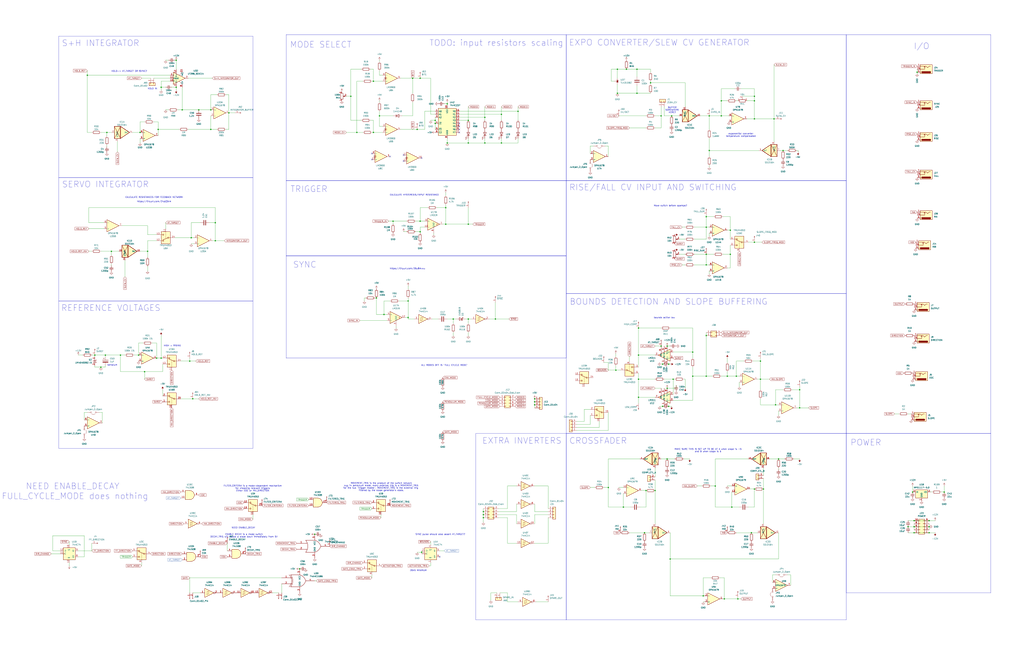
<source format=kicad_sch>
(kicad_sch (version 20250114) (generator "eeschema") (generator_version "9.0")
  (paper "D")
  (lib_symbols
    (symbol "+12V_1" (power) (pin_numbers (hide yes)) (pin_names (offset 0) (hide yes))
      (property "Value" "+12V" (at 0 3.556 0))
      (symbol "+12V_1_1_1"
        (pin power_in line (at 0 0 90) (length 0) (name "~") (number "1"))
      )
    )
    (symbol "+12V_2" (power) (pin_numbers (hide yes)) (pin_names (offset 0) (hide yes))
      (property "Value" "+12V" (at 0 3.556 0))
      (symbol "+12V_2_1_1"
        (pin power_in line (at 0 0 90) (length 0) (name "~") (number "1"))
      )
    )
    (symbol "+12V_5" (power) (pin_numbers (hide yes)) (pin_names (offset 0) (hide yes))
      (property "Value" "+12V" (at 0 3.556 0))
      (symbol "+12V_5_1_1"
        (pin power_in line (at 0 0 90) (length 0) (name "~") (number "1"))
      )
    )
    (symbol "+12V_6" (power) (pin_numbers (hide yes)) (pin_names (offset 0) (hide yes))
      (property "Value" "+12V" (at 0 3.556 0))
      (symbol "+12V_6_1_1"
        (pin power_in line (at 0 0 90) (length 0) (name "~") (number "1"))
      )
    )
    (symbol "+12V_7" (power) (pin_numbers (hide yes)) (pin_names (offset 0) (hide yes))
      (property "Value" "+12V" (at 0 3.556 0))
      (symbol "+12V_7_1_1"
        (pin power_in line (at 0 0 90) (length 0) (name "~") (number "1"))
      )
    )
    (symbol "+12V_8" (power) (pin_numbers (hide yes)) (pin_names (offset 0) (hide yes))
      (property "Value" "+12V" (at 0 3.556 0))
      (symbol "+12V_8_1_1"
        (pin power_in line (at 0 0 90) (length 0) (name "~") (number "1"))
      )
    )
    (symbol "+5V_1" (power) (pin_numbers (hide yes)) (pin_names (offset 0) (hide yes))
      (property "Value" "+5V" (at 0 3.556 0))
      (symbol "+5V_1_1_1"
        (pin power_in line (at 0 0 90) (length 0) (name "~") (number "1"))
      )
    )
    (symbol "+5V_2" (power) (pin_numbers (hide yes)) (pin_names (offset 0) (hide yes))
      (property "Value" "+5V" (at 0 3.556 0))
      (symbol "+5V_2_1_1"
        (pin power_in line (at 0 0 90) (length 0) (name "~") (number "1"))
      )
    )
    (symbol "+5V_3" (power) (pin_numbers (hide yes)) (pin_names (offset 0) (hide yes))
      (property "Value" "+5V" (at 0 3.556 0))
      (symbol "+5V_3_1_1"
        (pin power_in line (at 0 0 90) (length 0) (name "~") (number "1"))
      )
    )
    (symbol "+5V_4" (power) (pin_numbers (hide yes)) (pin_names (offset 0) (hide yes))
      (property "Value" "+5V" (at 0 3.556 0))
      (symbol "+5V_4_1_1"
        (pin power_in line (at 0 0 90) (length 0) (name "~") (number "1"))
      )
    )
    (symbol "-5V_1" (power) (pin_numbers (hide yes)) (pin_names (offset 0) (hide yes))
      (property "Value" "-5V" (at 0 3.556 0))
      (symbol "-5V_1_0_0"
        (pin power_in line (at 0 0 90) (length 0) (name "~") (number "1"))
      )
    )
    (symbol "-5V_2" (power) (pin_numbers (hide yes)) (pin_names (offset 0) (hide yes))
      (property "Value" "-5V" (at 0 3.556 0))
      (symbol "-5V_2_0_0"
        (pin power_in line (at 0 0 90) (length 0) (name "~") (number "1"))
      )
    )
    (symbol "-5V_3" (power) (pin_numbers (hide yes)) (pin_names (offset 0) (hide yes))
      (property "Value" "-5V" (at 0 3.556 0))
      (symbol "-5V_3_0_0"
        (pin power_in line (at 0 0 90) (length 0) (name "~") (number "1"))
      )
    )
    (symbol "-5V_4" (power) (pin_numbers (hide yes)) (pin_names (offset 0) (hide yes))
      (property "Value" "-5V" (at 0 3.556 0))
      (symbol "-5V_4_0_0"
        (pin power_in line (at 0 0 90) (length 0) (name "~") (number "1"))
      )
    )
    (symbol "74xGxx:74AHC1G32"
      (property "Reference" "U" (at -2.54 3.81 0))
      (property "Value" "74AHC1G32" (at 0 -3.81 0))
      (symbol "74AHC1G32_1_1"
        (pin input line (at -15.24 2.54 0) (length 7.62) (name "~") (number "1"))
        (pin input line (at -15.24 -2.54 0) (length 7.62) (name "~") (number "2"))
        (pin power_in line (at 0 10.16 270) (length 5.08) (name "VCC") (number "5"))
        (pin power_in line (at 0 -10.16 90) (length 5.08) (name "GND") (number "3"))
        (pin output line (at 12.7 0 180) (length 7.62) (name "~") (number "4"))
      )
    )
    (symbol "74xGxx:74AHC1G86"
      (property "Reference" "U" (at -2.54 3.81 0))
      (property "Value" "74AHC1G86" (at 0 -3.81 0))
      (symbol "74AHC1G86_1_1"
        (pin input line (at -15.24 2.54 0) (length 7.62) (name "~") (number "1"))
        (pin input line (at -15.24 -2.54 0) (length 7.62) (name "~") (number "2"))
        (pin power_in line (at 0 10.16 270) (length 5.08) (name "VCC") (number "5"))
        (pin power_in line (at 0 -10.16 90) (length 5.08) (name "GND") (number "3"))
        (pin output line (at 12.7 0 180) (length 7.62) (name "~") (number "4"))
      )
    )
    (symbol "74xx:74HC14" (pin_names (offset 1.016))
      (property "Reference" "U" (at 0 1.27 0))
      (property "Value" "74HC14" (at 0 -1.27 0))
      (symbol "74HC14_1_0"
        (pin input line (at -7.62 0 0) (length 3.81) (name "~") (number "1"))
        (pin output inverted (at 7.62 0 180) (length 3.81) (name "~") (number "2"))
      )
      (symbol "74HC14_2_0"
        (pin input line (at -7.62 0 0) (length 3.81) (name "~") (number "3"))
        (pin output inverted (at 7.62 0 180) (length 3.81) (name "~") (number "4"))
      )
      (symbol "74HC14_3_0"
        (pin input line (at -7.62 0 0) (length 3.81) (name "~") (number "5"))
        (pin output inverted (at 7.62 0 180) (length 3.81) (name "~") (number "6"))
      )
      (symbol "74HC14_4_0"
        (pin input line (at -7.62 0 0) (length 3.81) (name "~") (number "9"))
        (pin output inverted (at 7.62 0 180) (length 3.81) (name "~") (number "8"))
      )
      (symbol "74HC14_5_0"
        (pin input line (at -7.62 0 0) (length 3.81) (name "~") (number "11"))
        (pin output inverted (at 7.62 0 180) (length 3.81) (name "~") (number "10"))
      )
      (symbol "74HC14_6_0"
        (pin input line (at -7.62 0 0) (length 3.81) (name "~") (number "13"))
        (pin output inverted (at 7.62 0 180) (length 3.81) (name "~") (number "12"))
      )
      (symbol "74HC14_7_0"
        (pin power_in line (at 0 12.7 270) (length 5.08) (name "VCC") (number "14"))
        (pin power_in line (at 0 -12.7 90) (length 5.08) (name "GND") (number "7"))
      )
    )
    (symbol "74xx:74HC237"
      (property "Reference" "U" (at -7.62 13.97 0))
      (property "Value" "74HC237" (at 2.54 -11.43 0))
      (symbol "74HC237_1_1"
        (pin input line (at -10.16 10.16 0) (length 2.54) (name "A0") (number "1"))
        (pin input line (at -10.16 7.62 0) (length 2.54) (name "A1") (number "2"))
        (pin input line (at -10.16 5.08 0) (length 2.54) (name "A2") (number "3"))
        (pin input line (at -10.16 0 0) (length 2.54) (name "~{LE}") (number "4"))
        (pin input line (at -10.16 -5.08 0) (length 2.54) (name "~{E1}") (number "5"))
        (pin input line (at -10.16 -7.62 0) (length 2.54) (name "E2") (number "6"))
        (pin power_in line (at 0 15.24 270) (length 2.54) (name "VCC") (number "16"))
        (pin power_in line (at 0 -12.7 90) (length 2.54) (name "GND") (number "8"))
        (pin output line (at 10.16 10.16 180) (length 2.54) (name "Y0") (number "15"))
        (pin output line (at 10.16 7.62 180) (length 2.54) (name "Y1") (number "14"))
        (pin output line (at 10.16 5.08 180) (length 2.54) (name "Y2") (number "13"))
        (pin output line (at 10.16 2.54 180) (length 2.54) (name "Y3") (number "12"))
        (pin output line (at 10.16 0 180) (length 2.54) (name "Y4") (number "11"))
        (pin output line (at 10.16 -2.54 180) (length 2.54) (name "Y5") (number "10"))
        (pin output line (at 10.16 -5.08 180) (length 2.54) (name "Y6") (number "9"))
        (pin output line (at 10.16 -7.62 180) (length 2.54) (name "Y7") (number "7"))
      )
    )
    (symbol "74xx:74HC74" (pin_names (offset 1.016))
      (property "Reference" "U" (at -7.62 8.89 0))
      (property "Value" "74HC74" (at -7.62 -8.89 0))
      (symbol "74HC74_1_0"
        (pin input line (at -7.62 2.54 0) (length 2.54) (name "D") (number "2"))
        (pin input clock (at -7.62 0 0) (length 2.54) (name "C") (number "3"))
        (pin input line (at 0 7.62 270) (length 2.54) (name "~{S}") (number "4"))
        (pin input line (at 0 -7.62 90) (length 2.54) (name "~{R}") (number "1"))
        (pin output line (at 7.62 2.54 180) (length 2.54) (name "Q") (number "5"))
        (pin output line (at 7.62 -2.54 180) (length 2.54) (name "~{Q}") (number "6"))
      )
      (symbol "74HC74_2_0"
        (pin input line (at -7.62 2.54 0) (length 2.54) (name "D") (number "12"))
        (pin input clock (at -7.62 0 0) (length 2.54) (name "C") (number "11"))
        (pin input line (at 0 7.62 270) (length 2.54) (name "~{S}") (number "10"))
        (pin input line (at 0 -7.62 90) (length 2.54) (name "~{R}") (number "13"))
        (pin output line (at 7.62 2.54 180) (length 2.54) (name "Q") (number "9"))
        (pin output line (at 7.62 -2.54 180) (length 2.54) (name "~{Q}") (number "8"))
      )
      (symbol "74HC74_3_0"
        (pin power_in line (at 0 10.16 270) (length 2.54) (name "VCC") (number "14"))
        (pin power_in line (at 0 -10.16 90) (length 2.54) (name "GND") (number "7"))
      )
    )
    (symbol "74xx:74LS08" (pin_names (offset 1.016))
      (property "Reference" "U" (at 0 1.27 0))
      (property "Value" "74LS08" (at 0 -1.27 0))
      (symbol "74LS08_1_1"
        (pin input line (at -7.62 2.54 0) (length 3.81) (name "~") (number "1"))
        (pin input line (at -7.62 -2.54 0) (length 3.81) (name "~") (number "2"))
        (pin output line (at 7.62 0 180) (length 3.81) (name "~") (number "3"))
      )
      (symbol "74LS08_1_2"
        (pin input inverted (at -7.62 2.54 0) (length 4.318) (name "~") (number "1"))
        (pin input inverted (at -7.62 -2.54 0) (length 4.318) (name "~") (number "2"))
        (pin output inverted (at 7.62 0 180) (length 3.81) (name "~") (number "3"))
      )
      (symbol "74LS08_2_1"
        (pin input line (at -7.62 2.54 0) (length 3.81) (name "~") (number "4"))
        (pin input line (at -7.62 -2.54 0) (length 3.81) (name "~") (number "5"))
        (pin output line (at 7.62 0 180) (length 3.81) (name "~") (number "6"))
      )
      (symbol "74LS08_2_2"
        (pin input inverted (at -7.62 2.54 0) (length 4.318) (name "~") (number "4"))
        (pin input inverted (at -7.62 -2.54 0) (length 4.318) (name "~") (number "5"))
        (pin output inverted (at 7.62 0 180) (length 3.81) (name "~") (number "6"))
      )
      (symbol "74LS08_3_1"
        (pin input line (at -7.62 2.54 0) (length 3.81) (name "~") (number "9"))
        (pin input line (at -7.62 -2.54 0) (length 3.81) (name "~") (number "10"))
        (pin output line (at 7.62 0 180) (length 3.81) (name "~") (number "8"))
      )
      (symbol "74LS08_3_2"
        (pin input inverted (at -7.62 2.54 0) (length 4.318) (name "~") (number "9"))
        (pin input inverted (at -7.62 -2.54 0) (length 4.318) (name "~") (number "10"))
        (pin output inverted (at 7.62 0 180) (length 3.81) (name "~") (number "8"))
      )
      (symbol "74LS08_4_1"
        (pin input line (at -7.62 2.54 0) (length 3.81) (name "~") (number "12"))
        (pin input line (at -7.62 -2.54 0) (length 3.81) (name "~") (number "13"))
        (pin output line (at 7.62 0 180) (length 3.81) (name "~") (number "11"))
      )
      (symbol "74LS08_4_2"
        (pin input inverted (at -7.62 2.54 0) (length 4.318) (name "~") (number "12"))
        (pin input inverted (at -7.62 -2.54 0) (length 4.318) (name "~") (number "13"))
        (pin output inverted (at 7.62 0 180) (length 3.81) (name "~") (number "11"))
      )
      (symbol "74LS08_5_0"
        (pin power_in line (at 0 12.7 270) (length 5.08) (name "VCC") (number "14"))
        (pin power_in line (at 0 -12.7 90) (length 5.08) (name "GND") (number "7"))
      )
    )
    (symbol "Amplifier_Operational:OPA1678" (pin_names (offset 0.127))
      (property "Reference" "U" (at 0 5.08 0))
      (property "Value" "OPA1678" (at 0 -5.08 0))
      (symbol "OPA1678_1_1"
        (pin input line (at -7.62 2.54 0) (length 2.54) (name "+") (number "3"))
        (pin input line (at -7.62 -2.54 0) (length 2.54) (name "-") (number "2"))
        (pin output line (at 7.62 0 180) (length 2.54) (name "~") (number "1"))
      )
      (symbol "OPA1678_2_1"
        (pin input line (at -7.62 2.54 0) (length 2.54) (name "+") (number "5"))
        (pin input line (at -7.62 -2.54 0) (length 2.54) (name "-") (number "6"))
        (pin output line (at 7.62 0 180) (length 2.54) (name "~") (number "7"))
      )
      (symbol "OPA1678_3_1"
        (pin power_in line (at -2.54 7.62 270) (length 3.81) (name "V+") (number "8"))
        (pin power_in line (at -2.54 -7.62 90) (length 3.81) (name "V-") (number "4"))
      )
    )
    (symbol "Amplifier_Operational:TL072" (pin_names (offset 0.127))
      (property "Reference" "U" (at 0 5.08 0))
      (property "Value" "TL072" (at 0 -5.08 0))
      (symbol "TL072_1_1"
        (pin input line (at -7.62 2.54 0) (length 2.54) (name "+") (number "3"))
        (pin input line (at -7.62 -2.54 0) (length 2.54) (name "-") (number "2"))
        (pin output line (at 7.62 0 180) (length 2.54) (name "~") (number "1"))
      )
      (symbol "TL072_2_1"
        (pin input line (at -7.62 2.54 0) (length 2.54) (name "+") (number "5"))
        (pin input line (at -7.62 -2.54 0) (length 2.54) (name "-") (number "6"))
        (pin output line (at 7.62 0 180) (length 2.54) (name "~") (number "7"))
      )
      (symbol "TL072_3_1"
        (pin power_in line (at -2.54 7.62 270) (length 3.81) (name "V+") (number "8"))
        (pin power_in line (at -2.54 -7.62 90) (length 3.81) (name "V-") (number "4"))
      )
    )
    (symbol "Amplifier_Operational:TL074" (pin_names (offset 0.127))
      (property "Reference" "U" (at 0 5.08 0))
      (property "Value" "TL074" (at 0 -5.08 0))
      (symbol "TL074_1_1"
        (pin input line (at -7.62 2.54 0) (length 2.54) (name "+") (number "3"))
        (pin input line (at -7.62 -2.54 0) (length 2.54) (name "-") (number "2"))
        (pin output line (at 7.62 0 180) (length 2.54) (name "~") (number "1"))
      )
      (symbol "TL074_2_1"
        (pin input line (at -7.62 2.54 0) (length 2.54) (name "+") (number "5"))
        (pin input line (at -7.62 -2.54 0) (length 2.54) (name "-") (number "6"))
        (pin output line (at 7.62 0 180) (length 2.54) (name "~") (number "7"))
      )
      (symbol "TL074_3_1"
        (pin input line (at -7.62 2.54 0) (length 2.54) (name "+") (number "10"))
        (pin input line (at -7.62 -2.54 0) (length 2.54) (name "-") (number "9"))
        (pin output line (at 7.62 0 180) (length 2.54) (name "~") (number "8"))
      )
      (symbol "TL074_4_1"
        (pin input line (at -7.62 2.54 0) (length 2.54) (name "+") (number "12"))
        (pin input line (at -7.62 -2.54 0) (length 2.54) (name "-") (number "13"))
        (pin output line (at 7.62 0 180) (length 2.54) (name "~") (number "14"))
      )
      (symbol "TL074_5_1"
        (pin power_in line (at -2.54 7.62 270) (length 3.81) (name "V+") (number "4"))
        (pin power_in line (at -2.54 -7.62 90) (length 3.81) (name "V-") (number "11"))
      )
    )
    (symbol "Comparator:LM311" (pin_names (offset 0.127))
      (property "Reference" "U" (at 3.81 6.35 0))
      (property "Value" "LM311" (at 3.81 3.81 0))
      (symbol "LM311_1_1"
        (pin input line (at -7.62 2.54 0) (length 2.54) (name "+") (number "2"))
        (pin input line (at -7.62 -2.54 0) (length 2.54) (name "-") (number "3"))
        (pin power_in line (at -2.54 7.62 270) (length 3.81) (name "V+") (number "8"))
        (pin power_in line (at -2.54 -7.62 90) (length 3.81) (name "V-") (number "4"))
        (pin input line (at 0 7.62 270) (length 5.08) (name "BAL") (number "5"))
        (pin passive line (at 0 -7.62 90) (length 5.08) (name "GND") (number "1"))
        (pin input line (at 2.54 7.62 270) (length 6.35) (name "STRB") (number "6"))
        (pin open_collector line (at 7.62 0 180) (length 2.54) (name "~") (number "7"))
      )
    )
    (symbol "Comparator:LM319" (pin_names (offset 0.127))
      (property "Reference" "U" (at 0 6.35 0))
      (property "Value" "LM319" (at 0 3.81 0))
      (symbol "LM319_1_1"
        (pin input line (at -7.62 2.54 0) (length 2.54) (name "+") (number "4"))
        (pin input line (at -7.62 -2.54 0) (length 2.54) (name "-") (number "5"))
        (pin no_connect line (at 0 2.54 270) (length 2.54) (hide yes) (name "NC") (number "2"))
        (pin no_connect line (at 0 -2.54 90) (length 2.54) (hide yes) (name "NC") (number "1"))
        (pin passive line (at 0 -7.62 90) (length 5.08) (name "GND") (number "3"))
        (pin open_collector line (at 7.62 0 180) (length 2.54) (name "~") (number "12"))
      )
      (symbol "LM319_2_1"
        (pin input line (at -7.62 2.54 0) (length 2.54) (name "+") (number "9"))
        (pin input line (at -7.62 -2.54 0) (length 2.54) (name "-") (number "10"))
        (pin no_connect line (at 0 2.54 270) (length 2.54) (hide yes) (name "NC") (number "14"))
        (pin no_connect line (at 0 -2.54 90) (length 2.54) (hide yes) (name "NC") (number "13"))
        (pin passive line (at 0 -7.62 90) (length 5.08) (name "GND") (number "8"))
        (pin open_collector line (at 7.62 0 180) (length 2.54) (name "~") (number "7"))
      )
      (symbol "LM319_3_1"
        (pin power_in line (at -2.54 7.62 270) (length 3.81) (name "V+") (number "11"))
        (pin power_in line (at -2.54 -7.62 90) (length 3.81) (name "V-") (number "6"))
      )
    )
    (symbol "Connector:Conn_01x01_Pin" (pin_names (offset 1.016) (hide yes))
      (property "Reference" "J" (at 0 2.54 0))
      (property "Value" "Conn_01x01_Pin" (at 0 -2.54 0))
      (symbol "Conn_01x01_Pin_1_1"
        (pin passive line (at 5.08 0 180) (length 3.81) (name "Pin_1") (number "1"))
      )
    )
    (symbol "Connector:Conn_01x02_Pin" (pin_names (offset 1.016) (hide yes))
      (property "Reference" "J" (at 0 2.54 0))
      (property "Value" "Conn_01x02_Pin" (at 0 -5.08 0))
      (symbol "Conn_01x02_Pin_1_1"
        (pin passive line (at 5.08 0 180) (length 3.81) (name "Pin_1") (number "1"))
        (pin passive line (at 5.08 -2.54 180) (length 3.81) (name "Pin_2") (number "2"))
      )
    )
    (symbol "Connector_Generic:Conn_01x02" (pin_names (offset 1.016) (hide yes))
      (property "Reference" "J" (at 0 2.54 0))
      (property "Value" "Conn_01x02" (at 0 -5.08 0))
      (symbol "Conn_01x02_1_1"
        (pin passive line (at -5.08 0 0) (length 3.81) (name "Pin_1") (number "1"))
        (pin passive line (at -5.08 -2.54 0) (length 3.81) (name "Pin_2") (number "2"))
      )
    )
    (symbol "Connector_Generic:Conn_01x04" (pin_names (offset 1.016) (hide yes))
      (property "Reference" "J" (at 0 5.08 0))
      (property "Value" "Conn_01x04" (at 0 -7.62 0))
      (symbol "Conn_01x04_1_1"
        (pin passive line (at -5.08 2.54 0) (length 3.81) (name "Pin_1") (number "1"))
        (pin passive line (at -5.08 0 0) (length 3.81) (name "Pin_2") (number "2"))
        (pin passive line (at -5.08 -2.54 0) (length 3.81) (name "Pin_3") (number "3"))
        (pin passive line (at -5.08 -5.08 0) (length 3.81) (name "Pin_4") (number "4"))
      )
    )
    (symbol "Connector_Generic:Conn_02x02_Counter_Clockwise" (pin_names (offset 1.016) (hide yes))
      (property "Reference" "J" (at 1.27 2.54 0))
      (property "Value" "Conn_02x02_Counter_Clockwise" (at 1.27 -5.08 0))
      (symbol "Conn_02x02_Counter_Clockwise_1_1"
        (pin passive line (at -5.08 0 0) (length 3.81) (name "Pin_1") (number "1"))
        (pin passive line (at -5.08 -2.54 0) (length 3.81) (name "Pin_2") (number "2"))
        (pin passive line (at 7.62 0 180) (length 3.81) (name "Pin_4") (number "4"))
        (pin passive line (at 7.62 -2.54 180) (length 3.81) (name "Pin_3") (number "3"))
      )
    )
    (symbol "Connector_Generic:Conn_02x04_Odd_Even" (pin_names (offset 1.016) (hide yes))
      (property "Reference" "J" (at 1.27 5.08 0))
      (property "Value" "Conn_02x04_Odd_Even" (at 1.27 -7.62 0))
      (symbol "Conn_02x04_Odd_Even_1_1"
        (pin passive line (at -5.08 2.54 0) (length 3.81) (name "Pin_1") (number "1"))
        (pin passive line (at -5.08 0 0) (length 3.81) (name "Pin_3") (number "3"))
        (pin passive line (at -5.08 -2.54 0) (length 3.81) (name "Pin_5") (number "5"))
        (pin passive line (at -5.08 -5.08 0) (length 3.81) (name "Pin_7") (number "7"))
        (pin passive line (at 7.62 2.54 180) (length 3.81) (name "Pin_2") (number "2"))
        (pin passive line (at 7.62 0 180) (length 3.81) (name "Pin_4") (number "4"))
        (pin passive line (at 7.62 -2.54 180) (length 3.81) (name "Pin_6") (number "6"))
        (pin passive line (at 7.62 -5.08 180) (length 3.81) (name "Pin_8") (number "8"))
      )
    )
    (symbol "Connector_Generic:Conn_02x05_Odd_Even" (pin_names (offset 1.016) (hide yes))
      (property "Reference" "J" (at 1.27 7.62 0))
      (property "Value" "Conn_02x05_Odd_Even" (at 1.27 -7.62 0))
      (symbol "Conn_02x05_Odd_Even_1_1"
        (pin passive line (at -5.08 5.08 0) (length 3.81) (name "Pin_1") (number "1"))
        (pin passive line (at -5.08 2.54 0) (length 3.81) (name "Pin_3") (number "3"))
        (pin passive line (at -5.08 0 0) (length 3.81) (name "Pin_5") (number "5"))
        (pin passive line (at -5.08 -2.54 0) (length 3.81) (name "Pin_7") (number "7"))
        (pin passive line (at -5.08 -5.08 0) (length 3.81) (name "Pin_9") (number "9"))
        (pin passive line (at 7.62 5.08 180) (length 3.81) (name "Pin_2") (number "2"))
        (pin passive line (at 7.62 2.54 180) (length 3.81) (name "Pin_4") (number "4"))
        (pin passive line (at 7.62 0 180) (length 3.81) (name "Pin_6") (number "6"))
        (pin passive line (at 7.62 -2.54 180) (length 3.81) (name "Pin_8") (number "8"))
        (pin passive line (at 7.62 -5.08 180) (length 3.81) (name "Pin_10") (number "10"))
      )
    )
    (symbol "Device:C" (pin_numbers (hide yes)) (pin_names (offset 0.254))
      (property "Reference" "C" (at 0.635 2.54 0))
      (property "Value" "C" (at 0.635 -2.54 0))
      (symbol "C_1_1"
        (pin passive line (at 0 3.81 270) (length 2.794) (name "~") (number "1"))
        (pin passive line (at 0 -3.81 90) (length 2.794) (name "~") (number "2"))
      )
    )
    (symbol "Device:C_Polarized" (pin_numbers (hide yes)) (pin_names (offset 0.254))
      (property "Reference" "C" (at 0.635 2.54 0))
      (property "Value" "C_Polarized" (at 0.635 -2.54 0))
      (symbol "C_Polarized_1_1"
        (pin passive line (at 0 3.81 270) (length 2.794) (name "~") (number "1"))
        (pin passive line (at 0 -3.81 90) (length 2.794) (name "~") (number "2"))
      )
    )
    (symbol "Device:C_Small" (pin_numbers (hide yes)) (pin_names (offset 0.254) (hide yes))
      (property "Reference" "C" (at 0.254 1.778 0))
      (property "Value" "C_Small" (at 0.254 -2.032 0))
      (symbol "C_Small_1_1"
        (pin passive line (at 0 2.54 270) (length 2.032) (name "~") (number "1"))
        (pin passive line (at 0 -2.54 90) (length 2.032) (name "~") (number "2"))
      )
    )
    (symbol "Device:D" (pin_numbers (hide yes)) (pin_names (offset 1.016) (hide yes))
      (property "Reference" "D" (at 0 2.54 0))
      (property "Value" "D" (at 0 -2.54 0))
      (symbol "D_1_1"
        (pin passive line (at -3.81 0 0) (length 2.54) (name "K") (number "1"))
        (pin passive line (at 3.81 0 180) (length 2.54) (name "A") (number "2"))
      )
    )
    (symbol "Device:D_Schottky" (pin_numbers (hide yes)) (pin_names (offset 1.016) (hide yes))
      (property "Reference" "D" (at 0 2.54 0))
      (property "Value" "D_Schottky" (at 0 -2.54 0))
      (symbol "D_Schottky_1_1"
        (pin passive line (at -3.81 0 0) (length 2.54) (name "K") (number "1"))
        (pin passive line (at 3.81 0 180) (length 2.54) (name "A") (number "2"))
      )
    )
    (symbol "Device:LED" (pin_numbers (hide yes)) (pin_names (offset 1.016) (hide yes))
      (property "Reference" "D" (at 0 2.54 0))
      (property "Value" "LED" (at 0 -2.54 0))
      (symbol "LED_1_1"
        (pin passive line (at -3.81 0 0) (length 2.54) (name "K") (number "1"))
        (pin passive line (at 3.81 0 180) (length 2.54) (name "A") (number "2"))
      )
    )
    (symbol "Device:R" (pin_numbers (hide yes)) (pin_names (offset 0))
      (property "Reference" "R" (at 2.032 0 90))
      (property "Value" "R" (at 0 0 90))
      (symbol "R_1_1"
        (pin passive line (at 0 3.81 270) (length 1.27) (name "~") (number "1"))
        (pin passive line (at 0 -3.81 90) (length 1.27) (name "~") (number "2"))
      )
    )
    (symbol "Device:R_Potentiometer" (pin_names (offset 1.016) (hide yes))
      (property "Reference" "RV" (at -4.445 0 90))
      (property "Value" "R_Potentiometer" (at -2.54 0 90))
      (symbol "R_Potentiometer_1_1"
        (pin passive line (at 0 3.81 270) (length 1.27) (name "1") (number "1"))
        (pin passive line (at 0 -3.81 90) (length 1.27) (name "3") (number "3"))
        (pin passive line (at 3.81 0 180) (length 1.27) (name "2") (number "2"))
      )
    )
    (symbol "Device:R_Potentiometer_Trim" (pin_names (offset 1.016) (hide yes))
      (property "Reference" "RV" (at -4.445 0 90))
      (property "Value" "R_Potentiometer_Trim" (at -2.54 0 90))
      (symbol "R_Potentiometer_Trim_1_1"
        (pin passive line (at 0 3.81 270) (length 1.27) (name "1") (number "1"))
        (pin passive line (at 0 -3.81 90) (length 1.27) (name "3") (number "3"))
        (pin passive line (at 3.81 0 180) (length 1.27) (name "2") (number "2"))
      )
    )
    (symbol "GND_1" (power) (pin_numbers (hide yes)) (pin_names (offset 0) (hide yes))
      (property "Value" "GND" (at 0 -3.81 0))
      (symbol "GND_1_1_1"
        (pin power_in line (at 0 0 270) (length 0) (name "~") (number "1"))
      )
    )
    (symbol "GND_10" (power) (pin_numbers (hide yes)) (pin_names (offset 0) (hide yes))
      (property "Value" "GND" (at 0 -3.81 0))
      (symbol "GND_10_1_1"
        (pin power_in line (at 0 0 270) (length 0) (name "~") (number "1"))
      )
    )
    (symbol "GND_12" (power) (pin_numbers (hide yes)) (pin_names (offset 0) (hide yes))
      (property "Value" "GND" (at 0 -3.81 0))
      (symbol "GND_12_1_1"
        (pin power_in line (at 0 0 270) (length 0) (name "~") (number "1"))
      )
    )
    (symbol "GND_14" (power) (pin_numbers (hide yes)) (pin_names (offset 0) (hide yes))
      (property "Value" "GND" (at 0 -3.81 0))
      (symbol "GND_14_1_1"
        (pin power_in line (at 0 0 270) (length 0) (name "~") (number "1"))
      )
    )
    (symbol "GND_15" (power) (pin_numbers (hide yes)) (pin_names (offset 0) (hide yes))
      (property "Value" "GND" (at 0 -3.81 0))
      (symbol "GND_15_1_1"
        (pin power_in line (at 0 0 270) (length 0) (name "~") (number "1"))
      )
    )
    (symbol "GND_16" (power) (pin_numbers (hide yes)) (pin_names (offset 0) (hide yes))
      (property "Value" "GND" (at 0 -3.81 0))
      (symbol "GND_16_1_1"
        (pin power_in line (at 0 0 270) (length 0) (name "~") (number "1"))
      )
    )
    (symbol "GND_17" (power) (pin_numbers (hide yes)) (pin_names (offset 0) (hide yes))
      (property "Value" "GND" (at 0 -3.81 0))
      (symbol "GND_17_1_1"
        (pin power_in line (at 0 0 270) (length 0) (name "~") (number "1"))
      )
    )
    (symbol "GND_18" (power) (pin_numbers (hide yes)) (pin_names (offset 0) (hide yes))
      (property "Value" "GND" (at 0 -3.81 0))
      (symbol "GND_18_1_1"
        (pin power_in line (at 0 0 270) (length 0) (name "~") (number "1"))
      )
    )
    (symbol "GND_19" (power) (pin_numbers (hide yes)) (pin_names (offset 0) (hide yes))
      (property "Value" "GND" (at 0 -3.81 0))
      (symbol "GND_19_1_1"
        (pin power_in line (at 0 0 270) (length 0) (name "~") (number "1"))
      )
    )
    (symbol "GND_2" (power) (pin_numbers (hide yes)) (pin_names (offset 0) (hide yes))
      (property "Value" "GND" (at 0 -3.81 0))
      (symbol "GND_2_1_1"
        (pin power_in line (at 0 0 270) (length 0) (name "~") (number "1"))
      )
    )
    (symbol "GND_20" (power) (pin_numbers (hide yes)) (pin_names (offset 0) (hide yes))
      (property "Value" "GND" (at 0 -3.81 0))
      (symbol "GND_20_1_1"
        (pin power_in line (at 0 0 270) (length 0) (name "~") (number "1"))
      )
    )
    (symbol "GND_21" (power) (pin_numbers (hide yes)) (pin_names (offset 0) (hide yes))
      (property "Value" "GND" (at 0 -3.81 0))
      (symbol "GND_21_1_1"
        (pin power_in line (at 0 0 270) (length 0) (name "~") (number "1"))
      )
    )
    (symbol "GND_22" (power) (pin_numbers (hide yes)) (pin_names (offset 0) (hide yes))
      (property "Value" "GND" (at 0 -3.81 0))
      (symbol "GND_22_1_1"
        (pin power_in line (at 0 0 270) (length 0) (name "~") (number "1"))
      )
    )
    (symbol "GND_23" (power) (pin_numbers (hide yes)) (pin_names (offset 0) (hide yes))
      (property "Value" "GND" (at 0 -3.81 0))
      (symbol "GND_23_1_1"
        (pin power_in line (at 0 0 270) (length 0) (name "~") (number "1"))
      )
    )
    (symbol "GND_24" (power) (pin_numbers (hide yes)) (pin_names (offset 0) (hide yes))
      (property "Value" "GND" (at 0 -3.81 0))
      (symbol "GND_24_1_1"
        (pin power_in line (at 0 0 270) (length 0) (name "~") (number "1"))
      )
    )
    (symbol "GND_25" (power) (pin_numbers (hide yes)) (pin_names (offset 0) (hide yes))
      (property "Value" "GND" (at 0 -3.81 0))
      (symbol "GND_25_1_1"
        (pin power_in line (at 0 0 270) (length 0) (name "~") (number "1"))
      )
    )
    (symbol "GND_26" (power) (pin_numbers (hide yes)) (pin_names (offset 0) (hide yes))
      (property "Value" "GND" (at 0 -3.81 0))
      (symbol "GND_26_1_1"
        (pin power_in line (at 0 0 270) (length 0) (name "~") (number "1"))
      )
    )
    (symbol "GND_27" (power) (pin_numbers (hide yes)) (pin_names (offset 0) (hide yes))
      (property "Value" "GND" (at 0 -3.81 0))
      (symbol "GND_27_1_1"
        (pin power_in line (at 0 0 270) (length 0) (name "~") (number "1"))
      )
    )
    (symbol "GND_28" (power) (pin_numbers (hide yes)) (pin_names (offset 0) (hide yes))
      (property "Value" "GND" (at 0 -3.81 0))
      (symbol "GND_28_1_1"
        (pin power_in line (at 0 0 270) (length 0) (name "~") (number "1"))
      )
    )
    (symbol "GND_29" (power) (pin_numbers (hide yes)) (pin_names (offset 0) (hide yes))
      (property "Value" "GND" (at 0 -3.81 0))
      (symbol "GND_29_1_1"
        (pin power_in line (at 0 0 270) (length 0) (name "~") (number "1"))
      )
    )
    (symbol "GND_3" (power) (pin_numbers (hide yes)) (pin_names (offset 0) (hide yes))
      (property "Value" "GND" (at 0 -3.81 0))
      (symbol "GND_3_1_1"
        (pin power_in line (at 0 0 270) (length 0) (name "~") (number "1"))
      )
    )
    (symbol "GND_30" (power) (pin_numbers (hide yes)) (pin_names (offset 0) (hide yes))
      (property "Value" "GND" (at 0 -3.81 0))
      (symbol "GND_30_1_1"
        (pin power_in line (at 0 0 270) (length 0) (name "~") (number "1"))
      )
    )
    (symbol "GND_31" (power) (pin_numbers (hide yes)) (pin_names (offset 0) (hide yes))
      (property "Value" "GND" (at 0 -3.81 0))
      (symbol "GND_31_1_1"
        (pin power_in line (at 0 0 270) (length 0) (name "~") (number "1"))
      )
    )
    (symbol "GND_32" (power) (pin_numbers (hide yes)) (pin_names (offset 0) (hide yes))
      (property "Value" "GND" (at 0 -3.81 0))
      (symbol "GND_32_1_1"
        (pin power_in line (at 0 0 270) (length 0) (name "~") (number "1"))
      )
    )
    (symbol "GND_33" (power) (pin_numbers (hide yes)) (pin_names (offset 0) (hide yes))
      (property "Value" "GND" (at 0 -3.81 0))
      (symbol "GND_33_1_1"
        (pin power_in line (at 0 0 270) (length 0) (name "~") (number "1"))
      )
    )
    (symbol "GND_34" (power) (pin_numbers (hide yes)) (pin_names (offset 0) (hide yes))
      (property "Value" "GND" (at 0 -3.81 0))
      (symbol "GND_34_1_1"
        (pin power_in line (at 0 0 270) (length 0) (name "~") (number "1"))
      )
    )
    (symbol "GND_35" (power) (pin_numbers (hide yes)) (pin_names (offset 0) (hide yes))
      (property "Value" "GND" (at 0 -3.81 0))
      (symbol "GND_35_1_1"
        (pin power_in line (at 0 0 270) (length 0) (name "~") (number "1"))
      )
    )
    (symbol "GND_36" (power) (pin_numbers (hide yes)) (pin_names (offset 0) (hide yes))
      (property "Value" "GND" (at 0 -3.81 0))
      (symbol "GND_36_1_1"
        (pin power_in line (at 0 0 270) (length 0) (name "~") (number "1"))
      )
    )
    (symbol "GND_38" (power) (pin_numbers (hide yes)) (pin_names (offset 0) (hide yes))
      (property "Value" "GND" (at 0 -3.81 0))
      (symbol "GND_38_1_1"
        (pin power_in line (at 0 0 270) (length 0) (name "~") (number "1"))
      )
    )
    (symbol "GND_39" (power) (pin_numbers (hide yes)) (pin_names (offset 0) (hide yes))
      (property "Value" "GND" (at 0 -3.81 0))
      (symbol "GND_39_1_1"
        (pin power_in line (at 0 0 270) (length 0) (name "~") (number "1"))
      )
    )
    (symbol "GND_4" (power) (pin_numbers (hide yes)) (pin_names (offset 0) (hide yes))
      (property "Value" "GND" (at 0 -3.81 0))
      (symbol "GND_4_1_1"
        (pin power_in line (at 0 0 270) (length 0) (name "~") (number "1"))
      )
    )
    (symbol "GND_40" (power) (pin_numbers (hide yes)) (pin_names (offset 0) (hide yes))
      (property "Value" "GND" (at 0 -3.81 0))
      (symbol "GND_40_1_1"
        (pin power_in line (at 0 0 270) (length 0) (name "~") (number "1"))
      )
    )
    (symbol "GND_41" (power) (pin_numbers (hide yes)) (pin_names (offset 0) (hide yes))
      (property "Value" "GND" (at 0 -3.81 0))
      (symbol "GND_41_1_1"
        (pin power_in line (at 0 0 270) (length 0) (name "~") (number "1"))
      )
    )
    (symbol "GND_5" (power) (pin_numbers (hide yes)) (pin_names (offset 0) (hide yes))
      (property "Value" "GND" (at 0 -3.81 0))
      (symbol "GND_5_1_1"
        (pin power_in line (at 0 0 270) (length 0) (name "~") (number "1"))
      )
    )
    (symbol "GND_6" (power) (pin_numbers (hide yes)) (pin_names (offset 0) (hide yes))
      (property "Value" "GND" (at 0 -3.81 0))
      (symbol "GND_6_1_1"
        (pin power_in line (at 0 0 270) (length 0) (name "~") (number "1"))
      )
    )
    (symbol "GND_7" (power) (pin_numbers (hide yes)) (pin_names (offset 0) (hide yes))
      (property "Value" "GND" (at 0 -3.81 0))
      (symbol "GND_7_1_1"
        (pin power_in line (at 0 0 270) (length 0) (name "~") (number "1"))
      )
    )
    (symbol "GND_8" (power) (pin_numbers (hide yes)) (pin_names (offset 0) (hide yes))
      (property "Value" "GND" (at 0 -3.81 0))
      (symbol "GND_8_1_1"
        (pin power_in line (at 0 0 270) (length 0) (name "~") (number "1"))
      )
    )
    (symbol "GND_9" (power) (pin_numbers (hide yes)) (pin_names (offset 0) (hide yes))
      (property "Value" "GND" (at 0 -3.81 0))
      (symbol "GND_9_1_1"
        (pin power_in line (at 0 0 270) (length 0) (name "~") (number "1"))
      )
    )
    (symbol "Jumper:Jumper_2_Open" (pin_numbers (hide yes)) (pin_names (offset 0) (hide yes))
      (property "Reference" "JP" (at 0 2.794 0))
      (property "Value" "Jumper_2_Open" (at 0 -2.286 0))
      (symbol "Jumper_2_Open_1_1"
        (pin passive line (at -5.08 0 0) (length 2.54) (name "A") (number "1"))
        (pin passive line (at 5.08 0 180) (length 2.54) (name "B") (number "2"))
      )
    )
    (symbol "Reference_Voltage:LM4040DBZ-5" (pin_names (offset 0.0254) (hide yes))
      (property "Reference" "U" (at 0 2.54 0))
      (property "Value" "LM4040DBZ-5" (at 0 -3.175 0))
      (symbol "LM4040DBZ-5_1_1"
        (pin passive line (at -3.81 0 0) (length 2.54) (name "A") (number "2"))
        (pin no_connect line (at -1.27 0 0) (length 2.54) (hide yes) (name "NC") (number "3"))
        (pin passive line (at 3.81 0 180) (length 2.54) (name "K") (number "1"))
      )
    )
    (symbol "Reference_Voltage:TL431DBZ" (pin_numbers (hide yes)) (pin_names (hide yes))
      (property "Reference" "U" (at -2.54 2.54 0))
      (property "Value" "TL431DBZ" (at 0 -2.54 0))
      (symbol "TL431DBZ_1_1"
        (pin passive line (at -2.54 0 0) (length 2.54) (name "A") (number "3"))
        (pin passive line (at 0 2.54 270) (length 2.54) (name "REF") (number "2"))
        (pin passive line (at 2.54 0 180) (length 2.54) (name "K") (number "1"))
      )
    )
    (symbol "Regulator_Linear:AMS1117-5.0"
      (property "Reference" "U" (at -3.81 3.175 0))
      (property "Value" "AMS1117-5.0" (at 0 3.175 0))
      (symbol "AMS1117-5.0_1_1"
        (pin power_in line (at -7.62 0 0) (length 2.54) (name "VI") (number "3"))
        (pin power_in line (at 0 -7.62 90) (length 2.54) (name "GND") (number "1"))
        (pin power_out line (at 7.62 0 180) (length 2.54) (name "VO") (number "2"))
      )
    )
    (symbol "TMUX4053_1"
      (property "Reference" "U" (at 5.08 8.89 0))
      (property "Value" "TMUX4053" (at 5.08 6.985 0))
      (symbol "TMUX4053_1_1_1"
        (pin passive line (at -7.62 0 0) (length 2.54) (name "~") (number "14"))
        (pin input line (at 0 -7.62 90) (length 2.54) (name "~") (number "11"))
        (pin passive line (at 7.62 2.54 180) (length 2.54) (name "~") (number "12"))
        (pin passive line (at 7.62 -2.54 180) (length 2.54) (name "~") (number "13"))
      )
      (symbol "TMUX4053_1_2_1"
        (pin passive line (at -7.62 0 0) (length 2.54) (name "~") (number "15"))
        (pin input line (at 0 -7.62 90) (length 2.54) (name "~") (number "10"))
        (pin passive line (at 7.62 2.54 180) (length 2.54) (name "~") (number "2"))
        (pin passive line (at 7.62 -2.54 180) (length 2.54) (name "~") (number "1"))
      )
      (symbol "TMUX4053_1_3_1"
        (pin passive line (at -7.62 0 0) (length 2.54) (name "~") (number "4"))
        (pin input line (at 0 -7.62 90) (length 2.54) (name "~") (number "9"))
        (pin passive line (at 7.62 2.54 180) (length 2.54) (name "~") (number "5"))
        (pin passive line (at 7.62 -2.54 180) (length 2.54) (name "~") (number "3"))
      )
      (symbol "TMUX4053_1_4_1"
        (pin power_in line (at -2.54 -12.7 90) (length 2.54) (name "INH") (number "6"))
        (pin power_in line (at 0 12.7 270) (length 2.54) (name "VDD") (number "16"))
        (pin power_in line (at 0 -12.7 90) (length 2.54) (name "VEE") (number "7"))
        (pin power_in line (at 2.54 -12.7 90) (length 2.54) (name "VSS") (number "8"))
      )
    )
    (symbol "TMUX4053_2"
      (property "Reference" "U" (at 5.08 8.89 0))
      (property "Value" "TMUX4053" (at 5.08 6.985 0))
      (symbol "TMUX4053_2_1_1"
        (pin passive line (at -7.62 0 0) (length 2.54) (name "~") (number "14"))
        (pin input line (at 0 -7.62 90) (length 2.54) (name "~") (number "11"))
        (pin passive line (at 7.62 2.54 180) (length 2.54) (name "~") (number "12"))
        (pin passive line (at 7.62 -2.54 180) (length 2.54) (name "~") (number "13"))
      )
      (symbol "TMUX4053_2_2_1"
        (pin passive line (at -7.62 0 0) (length 2.54) (name "~") (number "15"))
        (pin input line (at 0 -7.62 90) (length 2.54) (name "~") (number "10"))
        (pin passive line (at 7.62 2.54 180) (length 2.54) (name "~") (number "2"))
        (pin passive line (at 7.62 -2.54 180) (length 2.54) (name "~") (number "1"))
      )
      (symbol "TMUX4053_2_3_1"
        (pin passive line (at -7.62 0 0) (length 2.54) (name "~") (number "4"))
        (pin input line (at 0 -7.62 90) (length 2.54) (name "~") (number "9"))
        (pin passive line (at 7.62 2.54 180) (length 2.54) (name "~") (number "5"))
        (pin passive line (at 7.62 -2.54 180) (length 2.54) (name "~") (number "3"))
      )
      (symbol "TMUX4053_2_4_1"
        (pin power_in line (at -2.54 -12.7 90) (length 2.54) (name "VEE") (number "7"))
        (pin power_in line (at 0 12.7 270) (length 2.54) (name "VDD") (number "16"))
        (pin power_in line (at 2.54 -12.7 90) (length 2.54) (name "VSS") (number "8"))
        (pin power_in line (at 6.35 -2.54 180) (length 2.54) (name "~{EN}") (number "6"))
      )
    )
    (symbol "custom_ic:LF398_SOIC14" (pin_names (offset 0.127))
      (property "Reference" "U" (at 5.08 3.81 0))
      (property "Value" "LF398_SOIC14" (at 5.08 -2.54 0))
      (symbol "LF398_SOIC14_1_1"
        (pin input line (at -7.62 2.54 0) (length 2.54) (name "I") (number "1"))
        (pin input line (at -7.62 0 0) (length 2.54) (name "Hold") (number "11"))
        (pin passive line (at -7.62 -2.54 0) (length 2.54) (name "T") (number "10"))
        (pin no_connect line (at -5.08 2.54 270) (length 2.54) (hide yes) (name "NC") (number "2"))
        (pin no_connect line (at -5.08 -2.54 90) (length 2.54) (hide yes) (name "NC") (number "5"))
        (pin passive line (at -2.54 7.62 270) (length 3.81) (name "V+") (number "12"))
        (pin no_connect line (at -2.54 2.54 270) (length 2.54) (hide yes) (name "NC") (number "4"))
        (pin no_connect line (at -2.54 -2.54 90) (length 2.54) (hide yes) (name "NC") (number "6"))
        (pin passive line (at -2.54 -7.62 90) (length 3.81) (name "V-") (number "3"))
        (pin no_connect line (at 0 2.54 270) (length 2.54) (hide yes) (name "NC") (number "9"))
        (pin no_connect line (at 0 -2.54 90) (length 2.54) (hide yes) (name "NC") (number "13"))
        (pin passive line (at 2.54 7.62 270) (length 2.54) (name "Adj") (number "14"))
        (pin passive line (at 2.54 -7.62 90) (length 2.54) (name "Ch") (number "8"))
        (pin output line (at 7.62 0 180) (length 2.54) (name "~") (number "7"))
      )
    )
    (symbol "custom_ic:LM3900" (pin_names (offset 0.127))
      (property "Reference" "U" (at 0 5.08 0))
      (property "Value" "LM3900" (at 0 -5.08 0))
      (symbol "LM3900_1_1"
        (pin input line (at -7.62 2.54 0) (length 2.54) (name "+") (number "1"))
        (pin input line (at -7.62 -2.54 0) (length 2.54) (name "-") (number "6"))
        (pin output line (at 7.62 0 180) (length 2.54) (name "~") (number "5"))
      )
      (symbol "LM3900_2_1"
        (pin input line (at -7.62 2.54 0) (length 2.54) (name "+") (number "2"))
        (pin input line (at -7.62 -2.54 0) (length 2.54) (name "-") (number "3"))
        (pin output line (at 7.62 0 180) (length 2.54) (name "~") (number "4"))
      )
      (symbol "LM3900_3_1"
        (pin input line (at -7.62 2.54 0) (length 2.54) (name "+") (number "13"))
        (pin input line (at -7.62 -2.54 0) (length 2.54) (name "-") (number "8"))
        (pin output line (at 7.62 0 180) (length 2.54) (name "~") (number "9"))
      )
      (symbol "LM3900_4_1"
        (pin input line (at -7.62 2.54 0) (length 2.54) (name "+") (number "12"))
        (pin input line (at -7.62 -2.54 0) (length 2.54) (name "-") (number "11"))
        (pin output line (at 7.62 0 180) (length 2.54) (name "~") (number "10"))
      )
      (symbol "LM3900_5_1"
        (pin power_in line (at -2.54 7.62 270) (length 3.81) (name "VCC") (number "14"))
        (pin power_in line (at -2.54 -7.62 90) (length 3.81) (name "GND") (number "7"))
      )
    )
    (symbol "custom_ic:SSI2164" (pin_names (offset 1.016))
      (property "Reference" "IC" (at 5.08 5.08 0))
      (property "Value" "SSI2164" (at 5.08 -7.62 0))
      (symbol "SSI2164_1_1"
        (pin input line (at -5.08 0 0) (length 2.54) (name "IN") (number "2"))
        (pin input line (at 0 7.62 270) (length 2.54) (name "CTRL") (number "3"))
        (pin output line (at 12.7 0 180) (length 2.54) (name "OUT") (number "4"))
      )
      (symbol "SSI2164_2_1"
        (pin input line (at -5.08 0 0) (length 2.54) (name "IN") (number "7"))
        (pin input line (at 0 7.62 270) (length 2.54) (name "CTRL") (number "6"))
        (pin output line (at 12.7 0 180) (length 2.54) (name "OUT") (number "5"))
      )
      (symbol "SSI2164_3_1"
        (pin input line (at -5.08 0 0) (length 2.54) (name "IN") (number "10"))
        (pin input line (at 0 7.62 270) (length 2.54) (name "CTRL") (number "11"))
        (pin output line (at 12.7 0 180) (length 2.54) (name "OUT") (number "12"))
      )
      (symbol "SSI2164_4_1"
        (pin input line (at -5.08 0 0) (length 2.54) (name "IN") (number "15"))
        (pin input line (at 0 7.62 270) (length 2.54) (name "CTRL") (number "14"))
        (pin output line (at 12.7 0 180) (length 2.54) (name "OUT") (number "13"))
      )
      (symbol "SSI2164_5_0"
        (text "V+" (at 0.254 3.429 0) (effects (font (size 1.778 1.778))))
        (text "V-" (at 0.254 -8.763 0) (effects (font (size 1.778 1.778))))
        (text "MODE" (at 0.508 -0.127 0) (effects (font (size 1.778 1.778))))
        (text "GND" (at 1.651 -4.953 0) (effects (font (size 1.778 1.778))))
      )
      (symbol "SSI2164_5_1"
        (pin power_in line (at 0 7.62 270) (length 2.54) (name "V+") (number "16"))
        (pin power_in line (at 0 -12.7 90) (length 2.54) (name "V-") (number "9"))
        (pin input line (at 7.62 0 180) (length 2.54) (name "MODE") (number "1"))
        (pin power_in line (at 7.62 -5.08 180) (length 2.54) (name "GND") (number "8"))
      )
    )
    (symbol "custom_ic:TMUX4053"
      (property "Reference" "U" (at 5.08 8.89 0))
      (property "Value" "TMUX4053" (at 5.08 6.985 0))
      (symbol "TMUX4053_1_1"
        (pin passive line (at -7.62 0 0) (length 2.54) (name "~") (number "14"))
        (pin input line (at 0 -7.62 90) (length 2.54) (name "~") (number "11"))
        (pin passive line (at 7.62 2.54 180) (length 2.54) (name "~") (number "12"))
        (pin passive line (at 7.62 -2.54 180) (length 2.54) (name "~") (number "13"))
      )
      (symbol "TMUX4053_2_1"
        (pin passive line (at -7.62 0 0) (length 2.54) (name "~") (number "15"))
        (pin input line (at 0 -7.62 90) (length 2.54) (name "~") (number "10"))
        (pin passive line (at 7.62 2.54 180) (length 2.54) (name "~") (number "2"))
        (pin passive line (at 7.62 -2.54 180) (length 2.54) (name "~") (number "1"))
      )
      (symbol "TMUX4053_3_1"
        (pin passive line (at -7.62 0 0) (length 2.54) (name "~") (number "4"))
        (pin input line (at 0 -7.62 90) (length 2.54) (name "~") (number "9"))
        (pin passive line (at 7.62 2.54 180) (length 2.54) (name "~") (number "5"))
        (pin passive line (at 7.62 -2.54 180) (length 2.54) (name "~") (number "3"))
      )
      (symbol "TMUX4053_4_1"
        (pin power_in line (at -2.54 -12.7 90) (length 2.54) (name "VEE") (number "7"))
        (pin power_in line (at 0 12.7 270) (length 2.54) (name "VDD") (number "16"))
        (pin power_in line (at 2.54 -12.7 90) (length 2.54) (name "VSS") (number "8"))
        (pin power_in line (at 6.35 -2.54 180) (length 2.54) (name "~{EN}") (number "6"))
      )
    )
    (symbol "power:+12V" (power) (pin_names (offset 0))
      (property "Value" "+12V" (at 0 3.556 0))
      (symbol "+12V_1_1"
        (pin power_in line (at 0 0 90) (length 0) (hide yes) (name "+12V") (number "1"))
      )
    )
    (symbol "power:+5V" (power) (pin_numbers (hide yes)) (pin_names (offset 0) (hide yes))
      (property "Value" "+5V" (at 0 3.556 0))
      (symbol "+5V_1_1"
        (pin power_in line (at 0 0 90) (length 0) (name "~") (number "1"))
      )
    )
    (symbol "power:-12V" (power) (pin_numbers (hide yes)) (pin_names (offset 0) (hide yes))
      (property "Value" "-12V" (at 0 3.556 0))
      (symbol "-12V_0_0"
        (pin power_in line (at 0 0 90) (length 0) (name "~") (number "1"))
      )
    )
    (symbol "power:-5V" (power) (pin_names (offset 0))
      (property "Value" "-5V" (at 0 3.81 0))
      (symbol "-5V_0_0"
        (pin power_in line (at 0 0 90) (length 0) (hide yes) (name "-5V") (number "1"))
      )
    )
    (symbol "power:GND" (power) (pin_names (offset 0))
      (property "Value" "GND" (at 0 -3.81 0))
      (symbol "GND_1_1"
        (pin power_in line (at 0 0 270) (length 0) (hide yes) (name "GND") (number "1"))
      )
    )
    (symbol "starling_symbols:Barrel_Jack_Switch" (pin_names (hide yes))
      (property "Reference" "J28" (at -6.35 -1.2701 0))
      (property "Value" "FALL" (at -6.35 1.2699 0))
      (symbol "Barrel_Jack_Switch_1_1"
        (pin passive line (at 7.62 2.54 180) (length 2.54) (name "~") (number "S"))
        (pin passive line (at 7.62 0 180) (length 2.54) (name "~") (number "TN"))
        (pin passive line (at 7.62 -2.54 180) (length 2.54) (name "~") (number "T"))
      )
    )
  )
  (rectangle (start 713.74 29.21) (end 835.66 365.76))
  (rectangle (start 477.52 365.76) (end 713.74 523.24))
  (rectangle (start 49.53 149.86) (end 213.36 254))
  (rectangle (start 401.32 365.76) (end 477.52 523.24))
  (rectangle (start 49.53 254) (end 213.36 378.46))
  (rectangle (start 241.3 152.4) (end 477.52 215.9))
  (rectangle (start 49.53 30.48) (end 213.36 149.86))
  (rectangle (start 241.3 29.21) (end 477.52 152.4))
  (rectangle (start 713.74 365.76) (end 835.66 500.38))
  (rectangle (start 477.52 152.4) (end 713.74 247.65))
  (rectangle (start 477.52 247.65) (end 713.74 365.76))
  (rectangle (start 477.52 29.21) (end 713.74 152.4))
  (rectangle (start 241.3 215.9) (end 477.52 302.26))
  (text "rise/fall cv" (at 451.358 649.986 0) (effects (font (size 1.27 1.27))))
  (text "EXPO CONVERTER/SLEW CV GENERATOR" (at 556.006 36.068 0) (effects (font (size 5.08 5.08))))
  (text "FILTER_CRITERIA is a mode-dependent mechanism\nfor choosing relevant triggers\nEither EOC or INV_DIRECTION" (at 213.106 412.242 0) (effects (font (size 1.27 1.27))))
  (text "CALCULATE HYSTERESIS/INPUT RESISTANCE" (at 349.504 164.592 0) (effects (font (size 1.27 1.27))))
  (text "crossfader" (at 535.178 649.478 0) (effects (font (size 1.27 1.27))))
  (text "exponential converter\ntemperature compensated" (at 624.84 114.046 0) (effects (font (size 1.27 1.27))))
  (text "FULL_CYCLE_MODE does nothing" (at 63.246 418.846 0) (effects (font (size 5.08 5.08))))
  (text "crossfader" (at 577.85 581.406 0) (effects (font (size 1.27 1.27))))
  (text "trig/sync" (at 344.424 584.708 0) (effects (font (size 1.27 1.27))))
  (text "slope" (at 427.228 649.732 0) (effects (font (size 1.27 1.27))))
  (text "POWER" (at 730.25 373.634 0) (effects (font (size 5.08 5.08))))
  (text "ENABLE DECAY is a mode switch\nDECAY_TRIG will cause a slope down immediately from 5V" (at 205.74 452.12 0) (effects (font (size 1.27 1.27))))
  (text "NEED ENABLE_DECAY " (at 63.246 410.464 0) (effects (font (size 5.08 5.08))))
  (text "NEED ENABLE_DECAY " (at 205.74 445.516 0) (effects (font (size 1.27 1.27))))
  (text "SYNC" (at 257.048 223.52 0) (effects (font (size 5.08 5.08))))
  (text "Can this be +5V?" (at 741.68 569.976 0) (effects (font (size 5.08 5.08))))
  (text "REFERENCE VOLTAGES" (at 93.472 260.096 0) (effects (font (size 5.08 5.08))))
  (text "ALL MODES OFF IS \"FULL CYLCLE MODE\"" (at 374.904 308.356 0) (effects (font (size 1.27 1.27))))
  (text "EXTRA INVERTERS" (at 440.182 372.11 0) (effects (font (size 5.08 5.08))))
  (text "flip flop mode logic" (at 439.928 579.628 0) (effects (font (size 1.27 1.27))))
  (text "HIGH = RISING" (at 145.288 291.846 0) (effects (font (size 1.27 1.27))))
  (text "servo integrator" (at 476.504 649.732 0) (effects (font (size 1.27 1.27))))
  (text "CALCULATE RESISTANCES FOR FEEDBACK NETWORK" (at 130.048 166.624 0) (effects (font (size 1.27 1.27))))
  (text "AND mode logic" (at 414.02 577.596 0) (effects (font (size 1.27 1.27))))
  (text "https://tinyurl.com/26u8mvxu\n" (at 343.662 226.822 0) (effects (font (size 1.27 1.27))))
  (text "BOUNDS DETECTION AND SLOPE BUFFERING" (at 563.88 254.762 0) (effects (font (size 5.08 5.08))))
  (text "bounds active low" (at 560.324 268.224 0) (effects (font (size 1.27 1.27))))
  (text "reference" (at 375.158 650.748 0) (effects (font (size 1.27 1.27))))
  (text "MOVEMENT_TRIG is the product of the switch network\ne.g. in pendulum mode, every external trig is a MOVEMENT_TRIG\nfor the two \"trigger modes\", MOVEMENT_TRIG is the external trig \nfiltered by the slope generator's state." (at 321.564 410.972 0) (effects (font (size 1.27 1.27))))
  (text "s+h integrator" (at 501.904 649.732 0) (effects (font (size 1.27 1.27))))
  (text "MAKE SURE THIS IS SET UP TO BE AT A when slope is -5\nand B when slope is 5" (at 597.154 380.238 0) (effects (font (size 1.27 1.27))))
  (text "HOLD IN" (at 128.524 74.93 0) (effects (font (size 1.27 1.27))))
  (text "HOLD-> AT_TARGET OR !SYNC?" (at 108.966 60.198 0) (effects (font (size 1.27 1.27))))
  (text "CROSSFADER" (at 504.444 372.11 0) (effects (font (size 5.08 5.08))))
  (text "reference/bounds" (at 668.02 575.818 0) (effects (font (size 1.27 1.27))))
  (text "20nS MINIMUM" (at 352.806 481.584 0) (effects (font (size 1.27 1.27))))
  (text "SERVO INTEGRATOR" (at 88.9 155.702 0) (effects (font (size 5.08 5.08))))
  (text "https://tinyurl.com/24ptj5km" (at 130.048 170.18 0) (effects (font (size 1.27 1.27))))
  (text "tantalum" (at 94.742 308.102 0) (effects (font (size 1.27 1.27))))
  (text "BUFFER\nSOMEWHERE\nHERE?" (at 566.928 92.964 0) (effects (font (size 1.27 1.27))))
  (text "S+H INTEGRATOR" (at 84.836 36.576 0) (effects (font (size 5.08 5.08))))
  (text "mode sel" (at 373.126 584.962 0) (effects (font (size 1.27 1.27))))
  (text "Move switch before opamps?" (at 565.404 173.736 0) (effects (font (size 1.27 1.27))))
  (text "logic" (at 714.502 576.072 0) (effects (font (size 1.27 1.27))))
  (text "TODO: input resistors scaling" (at 418.592 36.322 0) (effects (font (size 5.08 5.08))))
  (text "I/O" (at 777.24 39.116 0) (effects (font (size 5.08 5.08))))
  (text "TRIGGER" (at 260.604 159.766 0) (effects (font (size 5.08 5.08))))
  (text "SYNC pulse should also assert AT_TARGET?" (at 371.348 451.104 0) (effects (font (size 1.27 1.27))))
  (text "rise/fall" (at 692.404 575.818 0) (effects (font (size 1.27 1.27))))
  (text "MODE SELECT" (at 270.51 37.846 0) (effects (font (size 5.08 5.08))))
  (text "RISE/FALL CV INPUT AND SWITCHING" (at 550.672 158.242 0) (effects (font (size 5.08 5.08))))
  (text "expo" (at 401.828 649.732 0) (effects (font (size 1.27 1.27))))
  (text "delay lines/dir inv/sync" (at 299.466 581.406 0) (effects (font (size 1.27 1.27))))
  (junction (at 181.61 203.2))
  (junction (at 252.73 480.06))
  (junction (at 694.69 614.68))
  (junction (at 133.35 109.22))
  (junction (at 562.61 327.66))
  (junction (at 422.91 96.52))
  (junction (at 610.87 505.46))
  (junction (at 167.64 92.71))
  (junction (at 656.59 387.35))
  (junction (at 496.57 665.48))
  (junction (at 538.48 320.04))
  (junction (at 595.63 191.77))
  (junction (at 412.75 610.87))
  (junction (at 295.91 81.28))
  (junction (at 367.03 104.14))
  (junction (at 193.04 95.25))
  (junction (at 298.45 614.68))
  (junction (at 538.48 276.86))
  (junction (at 375.92 608.33))
  (junction (at 482.6 673.1))
  (junction (at 177.8 109.22))
  (junction (at 422.91 120.65))
  (junction (at 660.4 127))
  (junction (at 181.61 187.96))
  (junction (at 339.09 600.71))
  (junction (at 124.46 212.09))
  (junction (at 670.56 614.68))
  (junction (at 369.57 665.48))
  (junction (at 636.27 204.47))
  (junction (at 309.88 589.28))
  (junction (at 557.53 292.1))
  (junction (at 665.48 614.68))
  (junction (at 508 657.86))
  (junction (at 643.89 412.75))
  (junction (at 770.89 439.42))
  (junction (at 439.42 608.33))
  (junction (at 314.96 111.76))
  (junction (at 450.85 341.63))
  (junction (at 519.43 312.42))
  (junction (at 537.21 58.42))
  (junction (at 715.01 617.22))
  (junction (at 520.7 78.74))
  (junction (at 406.4 657.86))
  (junction (at 598.17 127))
  (junction (at 508 673.1))
  (junction (at 595.63 214.63))
  (junction (at 641.35 320.04))
  (junction (at 541.02 657.86))
  (junction (at 689.61 614.68))
  (junction (at 608.33 85.09) (diameter 0.9144))
  (junction (at 482.6 657.86))
  (junction (at 674.37 328.93))
  (junction (at 287.02 589.28))
  (junction (at 408.94 99.06))
  (junction (at 445.77 665.48))
  (junction (at 674.37 344.17))
  (junction (at 584.2 317.5))
  (junction (at 543.56 449.58) (diameter 0.9144))
  (junction (at 621.03 317.5))
  (junction (at 407.67 431.8))
  (junction (at 562.61 593.09))
  (junction (at 85.09 309.88))
  (junction (at 80.01 299.72))
  (junction (at 355.6 466.09))
  (junction (at 544.83 414.02))
  (junction (at 595.63 223.52))
  (junction (at 382.27 269.24))
  (junction (at 608.33 97.79))
  (junction (at 563.88 342.9))
  (junction (at 636.27 412.75))
  (junction (at 457.2 657.86))
  (junction (at 148.59 50.8))
  (junction (at 595.63 182.88))
  (junction (at 394.97 189.23))
  (junction (at 90.17 111.76))
  (junction (at 381 673.1))
  (junction (at 717.55 617.22))
  (junction (at 692.15 589.28))
  (junction (at 314.96 68.58))
  (junction (at 565.15 471.805) (diameter 0.9144))
  (junction (at 116.84 299.72))
  (junction (at 317.5 251.46))
  (junction (at 161.29 200.66))
  (junction (at 412.75 585.47))
  (junction (at 471.17 665.48))
  (junction (at 598.17 97.79))
  (junction (at 118.11 111.76))
  (junction (at 520.7 58.42))
  (junction (at 783.59 439.42))
  (junction (at 615.95 214.63))
  (junction (at 177.8 92.71))
  (junction (at 622.3 505.46))
  (junction (at 562.61 613.41))
  (junction (at 394.97 269.24))
  (junction (at 513.08 411.48))
  (junction (at 457.2 673.1))
  (junction (at 636.27 85.09) (diameter 0.9144))
  (junction (at 121.92 313.69))
  (junction (at 417.83 269.24))
  (junction (at 93.98 212.09))
  (junction (at 265.43 450.85))
  (junction (at 344.17 267.97))
  (junction (at 566.42 97.79))
  (junction (at 770.89 449.58))
  (junction (at 73.66 63.5))
  (junction (at 420.37 665.48))
  (junction (at 377.19 120.65))
  (junction (at 537.21 78.74))
  (junction (at 668.02 589.28))
  (junction (at 603.25 410.21))
  (junction (at 300.99 111.76))
  (junction (at 765.81 444.5))
  (junction (at 406.4 673.1))
  (junction (at 377.19 87.63))
  (junction (at 347.98 66.04))
  (junction (at 407.67 436.88))
  (junction (at 101.6 299.72))
  (junction (at 394.97 120.65))
  (junction (at 613.41 317.5))
  (junction (at 381 657.86))
  (junction (at 558.8 342.9))
  (junction (at 88.9 299.72))
  (junction (at 354.33 66.04))
  (junction (at 162.56 336.55))
  (junction (at 331.47 186.69))
  (junction (at 375.92 175.26))
  (junction (at 450.85 339.09))
  (junction (at 783.59 444.5))
  (junction (at 796.29 415.29))
  (junction (at 558.8 307.34))
  (junction (at 641.35 304.8))
  (junction (at 367.03 101.6))
  (junction (at 450.85 336.55))
  (junction (at 323.85 265.43))
  (junction (at 538.48 335.28))
  (junction (at 654.05 341.63))
  (junction (at 617.22 427.99))
  (junction (at 584.2 297.18))
  (junction (at 562.61 292.1))
  (junction (at 563.88 307.34))
  (junction (at 344.17 254))
  (junction (at 595.63 317.5))
  (junction (at 595.63 283.21))
  (junction (at 375.92 593.09))
  (junction (at 153.67 92.71))
  (junction (at 633.73 449.58) (diameter 0.9144))
  (junction (at 538.48 299.72))
  (junction (at 552.45 414.02))
  (junction (at 354.33 186.69))
  (junction (at 548.64 69.85))
  (junction (at 350.52 608.33))
  (junction (at 567.69 320.04))
  (junction (at 350.52 593.09))
  (junction (at 394.97 665.48))
  (junction (at 773.43 60.96))
  (junction (at 557.53 97.79))
  (junction (at 715.01 589.28))
  (junction (at 431.8 657.86))
  (junction (at 148.59 73.66))
  (junction (at 298.45 589.28))
  (junction (at 320.04 97.79))
  (junction (at 636.27 81.28) (diameter 0.9144))
  (junction (at 594.36 613.41))
  (junction (at 407.67 434.34))
  (junction (at 636.27 100.33))
  (junction (at 594.36 593.09))
  (junction (at 439.42 588.01))
  (junction (at 770.89 444.5))
  (junction (at 431.8 673.1))
  (junction (at 562.61 387.35) (diameter 0.9144))
  (junction (at 783.59 449.58))
  (junction (at 528.32 58.42))
  (junction (at 354.33 195.58))
  (junction (at 351.79 109.22))
  (junction (at 769.62 415.29))
  (junction (at 528.32 665.48))
  (junction (at 436.88 93.98))
  (junction (at 541.02 673.1))
  (junction (at 132.08 302.26))
  (junction (at 408.94 120.65))
  (junction (at 160.02 304.8))
  (junction (at 135.89 302.26))
  (junction (at 394.97 101.6))
  (junction (at 375.92 189.23))
  (junction (at 525.78 427.99))
  (junction (at 615.95 194.31))
  (junction (at 652.78 100.33))
  (junction (at 593.09 502.92))
  (junction (at 135.89 73.66))
  (no_connect (at 355.6 133.35))
  (no_connect (at 387.35 111.76))
  (no_connect (at 340.36 130.81))
  (no_connect (at 601.98 600.71))
  (no_connect (at 387.35 109.22))
  (no_connect (at 387.35 106.68))
  (no_connect (at 313.69 129.54))
  (no_connect (at 370.84 469.9))
  (no_connect (at 387.35 104.14))
  (no_connect (at 313.69 134.62))
  (no_connect (at 340.36 135.89))
  (no_connect (at 328.93 132.08))
  (no_connect (at 570.23 600.71))
  (wire (pts (xy 412.75 269.24) (xy 417.83 269.24)))
  (wire (pts (xy 615.95 182.88) (xy 609.6 182.88)))
  (wire (pts (xy 320.04 106.68) (xy 322.58 106.68)))
  (wire (pts (xy 601.98 214.63) (xy 595.63 214.63)))
  (wire (pts (xy 509.27 411.48) (xy 513.08 411.48)))
  (wire (pts (xy 519.43 300.99) (xy 519.43 298.45)))
  (wire (pts (xy 358.14 93.98) (xy 358.14 109.22)))
  (wire (pts (xy 615.95 226.06) (xy 615.95 214.63)))
  (wire (pts (xy 560.07 90.17) (xy 560.07 97.79)))
  (wire (pts (xy 528.32 673.1) (xy 541.02 673.1)))
  (wire (pts (xy 382.27 280.67) (xy 382.27 283.21)))
  (wire (pts (xy 344.17 251.46) (xy 344.17 254)))
  (wire (pts (xy 541.02 414.02) (xy 544.83 414.02)))
  (wire (pts (xy 518.16 68.58) (xy 515.62 68.58)))
  (wire (pts (xy 582.93 621.03) (xy 582.93 619.76)))
  (wire (pts (xy 350.52 195.58) (xy 354.33 195.58)))
  (wire (pts (xy 613.41 194.31) (xy 615.95 194.31)))
  (wire (pts (xy 537.21 72.39) (xy 537.21 78.74)))
  (wire (pts (xy 116.84 299.72) (xy 116.84 289.56)))
  (wire (pts (xy 344.17 241.3) (xy 344.17 243.84)))
  (wire (pts (xy 595.63 182.88) (xy 595.63 191.77)))
  (wire (pts (xy 654.05 341.63) (xy 656.59 341.63)))
  (wire (pts (xy 435.61 425.45) (xy 435.61 431.8)))
  (wire (pts (xy 575.31 223.52) (xy 577.85 223.52)))
  (wire (pts (xy 538.48 299.72) (xy 552.45 299.72)))
  (wire (pts (xy 158.75 109.22) (xy 177.8 109.22)))
  (wire (pts (xy 593.09 487.68) (xy 593.09 502.92)))
  (wire (pts (xy 662.94 614.68) (xy 665.48 614.68)))
  (wire (pts (xy 551.18 600.71) (xy 551.18 599.44)))
  (wire (pts (xy 358.14 191.77) (xy 354.33 191.77)))
  (wire (pts (xy 119.38 477.52) (xy 119.38 474.98)))
  (wire (pts (xy 407.67 429.26) (xy 407.67 431.8)))
  (wire (pts (xy 462.28 458.47) (xy 450.85 458.47)))
  (wire (pts (xy 598.17 196.85) (xy 598.17 199.39)))
  (wire (pts (xy 577.85 320.04) (xy 577.85 327.66)))
  (wire (pts (xy 161.29 187.96) (xy 161.29 200.66)))
  (wire (pts (xy 712.47 617.22) (xy 715.01 617.22)))
  (wire (pts (xy 148.59 50.8) (xy 147.32 50.8)))
  (wire (pts (xy 73.66 63.5) (xy 73.66 111.76)))
  (wire (pts (xy 90.17 111.76) (xy 90.17 114.935)))
  (wire (pts (xy 133.35 109.22) (xy 151.13 109.22)))
  (wire (pts (xy 671.83 127) (xy 673.1 127)))
  (wire (pts (xy 99.06 128.27) (xy 99.06 119.38)))
  (wire (pts (xy 436.88 93.98) (xy 436.88 101.6)))
  (wire (pts (xy 656.59 394.97) (xy 656.59 396.24)))
  (wire (pts (xy 382.27 269.24) (xy 384.81 269.24)))
  (wire (pts (xy 367.03 96.52) (xy 363.22 96.52)))
  (wire (pts (xy 347.98 86.36) (xy 347.98 97.79)))
  (wire (pts (xy 513.08 347.98) (xy 513.08 363.22)))
  (wire (pts (xy 368.3 175.26) (xy 375.92 175.26)))
  (wire (pts (xy 158.75 66.04) (xy 179.07 66.04)))
  (wire (pts (xy 754.38 349.25) (xy 758.19 349.25)))
  (wire (pts (xy 608.33 317.5) (xy 613.41 317.5)))
  (wire (pts (xy 642.62 204.47) (xy 636.27 204.47)))
  (wire (pts (xy 387.35 101.6) (xy 394.97 101.6)))
  (wire (pts (xy 44.45 464.82) (xy 50.8 464.82)))
  (wire (pts (xy 462.28 436.88) (xy 462.28 458.47)))
  (wire (pts (xy 213.36 438.15) (xy 213.36 434.34)))
  (wire (pts (xy 320.04 86.36) (xy 320.04 85.09)))
  (wire (pts (xy 652.78 54.61) (xy 652.78 100.33)))
  (wire (pts (xy 496.57 665.48) (xy 496.57 668.02)))
  (wire (pts (xy 303.53 270.51) (xy 326.39 270.51)))
  (wire (pts (xy 292.1 81.28) (xy 295.91 81.28)))
  (wire (pts (xy 558.8 342.9) (xy 560.07 342.9)))
  (wire (pts (xy 73.66 59.69) (xy 73.66 63.5)))
  (wire (pts (xy 565.15 471.805) (xy 565.15 449.58)))
  (wire (pts (xy 656.59 449.58) (xy 656.59 471.805)))
  (wire (pts (xy 656.59 471.805) (xy 565.15 471.805)))
  (wire (pts (xy 80.01 309.88) (xy 85.09 309.88)))
  (wire (pts (xy 548.64 60.96) (xy 548.64 58.42)))
  (wire (pts (xy 77.47 464.82) (xy 66.04 464.82)))
  (wire (pts (xy 436.88 508) (xy 427.99 508)))
  (wire (pts (xy 656.59 346.71) (xy 656.59 350.52)))
  (wire (pts (xy 566.42 97.79) (xy 572.77 97.79)))
  (wire (pts (xy 313.69 487.68) (xy 313.69 485.14)))
  (wire (pts (xy 133.35 102.87) (xy 129.54 102.87)))
  (wire (pts (xy 274.32 589.28) (xy 287.02 589.28)))
  (wire (pts (xy 652.78 100.33) (xy 654.05 100.33)))
  (wire (pts (xy 521.97 411.48) (xy 525.78 411.48)))
  (wire (pts (xy 435.61 458.47) (xy 427.99 458.47)))
  (wire (pts (xy 354.33 175.26) (xy 354.33 186.69)))
  (wire (pts (xy 497.84 350.52) (xy 497.84 358.14)))
  (wire (pts (xy 420.37 429.26) (xy 427.99 429.26)))
  (wire (pts (xy 636.27 412.75) (xy 636.27 427.99)))
  (wire (pts (xy 439.42 588.01) (xy 429.26 588.01)))
  (wire (pts (xy 137.16 328.93) (xy 137.16 334.01)))
  (wire (pts (xy 193.04 95.25) (xy 193.04 109.22)))
  (wire (pts (xy 412.75 585.47) (xy 402.59 585.47)))
  (wire (pts (xy 530.86 107.95) (xy 544.83 107.95)))
  (wire (pts (xy 394.97 662.94) (xy 394.97 665.48)))
  (wire (pts (xy 603.25 387.35) (xy 603.25 410.21)))
  (wire (pts (xy 770.89 441.96) (xy 770.89 444.5)))
  (wire (pts (xy 71.12 347.98) (xy 73.66 347.98)))
  (wire (pts (xy 132.08 289.56) (xy 132.08 302.26)))
  (wire (pts (xy 595.63 317.5) (xy 600.71 317.5)))
  (wire (pts (xy 101.6 313.69) (xy 121.92 313.69)))
  (wire (pts (xy 537.21 78.74) (xy 548.64 78.74)))
  (wire (pts (xy 565.15 307.34) (xy 563.88 307.34)))
  (wire (pts (xy 765.81 349.25) (xy 768.35 349.25)))
  (wire (pts (xy 66.04 299.72) (xy 69.85 299.72)))
  (wire (pts (xy 641.35 320.04) (xy 641.35 304.8)))
  (wire (pts (xy 674.37 614.68) (xy 670.56 614.68)))
  (wire (pts (xy 519.43 312.42) (xy 513.08 312.42)))
  (wire (pts (xy 563.88 342.9) (xy 562.61 342.9)))
  (wire (pts (xy 627.38 304.8) (xy 621.03 304.8)))
  (wire (pts (xy 636.27 85.09) (xy 636.27 100.33)))
  (wire (pts (xy 582.93 593.09) (xy 582.93 594.36)))
  (wire (pts (xy 177.8 80.01) (xy 177.8 92.71)))
  (wire (pts (xy 375.92 162.56) (xy 375.92 165.1)))
  (wire (pts (xy 144.78 73.66) (xy 148.59 73.66)))
  (wire (pts (xy 651.51 491.49) (xy 651.51 485.14)))
  (wire (pts (xy 153.67 92.71) (xy 167.64 92.71)))
  (wire (pts (xy 641.35 336.55) (xy 641.35 341.63)))
  (wire (pts (xy 320.04 52.07) (xy 320.04 50.8)))
  (wire (pts (xy 548.64 68.58) (xy 548.64 69.85)))
  (wire (pts (xy 796.29 410.21) (xy 796.29 415.29)))
  (wire (pts (xy 66.04 469.9) (xy 71.12 469.9)))
  (wire (pts (xy 603.25 427.99) (xy 603.25 410.21)))
  (wire (pts (xy 496.57 657.86) (xy 508 657.86)))
  (wire (pts (xy 471.17 673.1) (xy 482.6 673.1)))
  (wire (pts (xy 492.76 345.44) (xy 497.84 345.44)))
  (wire (pts (xy 133.35 102.87) (xy 133.35 109.22)))
  (wire (pts (xy 515.62 68.58) (xy 515.62 58.42)))
  (wire (pts (xy 528.32 58.42) (xy 520.7 58.42)))
  (wire (pts (xy 551.18 613.41) (xy 562.61 613.41)))
  (wire (pts (xy 394.97 673.1) (xy 406.4 673.1)))
  (wire (pts (xy 143.51 68.58) (xy 135.89 68.58)))
  (wire (pts (xy 435.61 431.8) (xy 420.37 431.8)))
  (wire (pts (xy 641.35 341.63) (xy 654.05 341.63)))
  (wire (pts (xy 551.18 621.03) (xy 551.18 619.76)))
  (wire (pts (xy 328.93 254) (xy 323.85 254)))
  (wire (pts (xy 674.37 328.93) (xy 668.02 328.93)))
  (wire (pts (xy 314.96 111.76) (xy 322.58 111.76)))
  (wire (pts (xy 643.89 403.86) (xy 643.89 412.75)))
  (wire (pts (xy 565.15 276.86) (xy 584.2 276.86)))
  (wire (pts (xy 462.28 410.21) (xy 462.28 429.26)))
  (wire (pts (xy 193.04 80.01) (xy 190.5 80.01)))
  (wire (pts (xy 363.22 457.2) (xy 363.22 459.74)))
  (wire (pts (xy 370.84 464.82) (xy 374.65 464.82)))
  (wire (pts (xy 552.45 394.97) (xy 552.45 402.59)))
  (wire (pts (xy 375.92 593.09) (xy 368.3 593.09)))
  (wire (pts (xy 347.98 66.04) (xy 347.98 78.74)))
  (wire (pts (xy 769.62 410.21) (xy 769.62 415.29)))
  (wire (pts (xy 118.11 102.87) (xy 118.11 111.76)))
  (wire (pts (xy 595.63 191.77) (xy 595.63 201.93)))
  (wire (pts (xy 83.82 347.98) (xy 86.36 347.98)))
  (wire (pts (xy 149.86 92.71) (xy 153.67 92.71)))
  (wire (pts (xy 74.93 175.26) (xy 181.61 175.26)))
  (wire (pts (xy 304.8 58.42) (xy 295.91 58.42)))
  (wire (pts (xy 595.63 214.63) (xy 595.63 223.52)))
  (wire (pts (xy 577.85 320.04) (xy 576.58 320.04)))
  (wire (pts (xy 572.77 214.63) (xy 577.85 214.63)))
  (wire (pts (xy 160.02 487.68) (xy 237.49 487.68)))
  (wire (pts (xy 617.22 427.99) (xy 623.57 427.99)))
  (wire (pts (xy 513.08 411.48) (xy 513.08 427.99)))
  (wire (pts (xy 523.24 312.42) (xy 519.43 312.42)))
  (wire (pts (xy 783.59 441.96) (xy 783.59 444.5)))
  (wire (pts (xy 551.18 593.09) (xy 562.61 593.09)))
  (wire (pts (xy 603.25 387.35) (xy 631.19 387.35)))
  (wire (pts (xy 105.41 233.68) (xy 105.41 219.71)))
  (wire (pts (xy 182.88 109.22) (xy 177.8 109.22)))
  (wire (pts (xy 715.01 617.22) (xy 717.55 617.22)))
  (wire (pts (xy 436.88 120.65) (xy 436.88 116.84)))
  (wire (pts (xy 595.63 191.77) (xy 598.17 191.77)))
  (wire (pts (xy 374.65 87.63) (xy 377.19 87.63)))
  (wire (pts (xy 528.32 58.42) (xy 537.21 58.42)))
  (wire (pts (xy 375.92 189.23) (xy 394.97 189.23)))
  (wire (pts (xy 124.46 228.6) (xy 124.46 224.79)))
  (wire (pts (xy 666.75 485.14) (xy 666.75 494.03)))
  (wire (pts (xy 177.8 109.22) (xy 177.8 97.79)))
  (wire (pts (xy 86.36 347.98) (xy 86.36 356.87)))
  (wire (pts (xy 387.35 93.98) (xy 436.88 93.98)))
  (wire (pts (xy 344.17 269.24) (xy 349.25 269.24)))
  (wire (pts (xy 613.41 226.06) (xy 615.95 226.06)))
  (wire (pts (xy 128.27 289.56) (xy 132.08 289.56)))
  (wire (pts (xy 360.68 175.26) (xy 354.33 175.26)))
  (wire (pts (xy 636.27 100.33) (xy 652.78 100.33)))
  (wire (pts (xy 552.45 97.79) (xy 557.53 97.79)))
  (wire (pts (xy 93.98 212.09) (xy 93.98 215.265)))
  (wire (pts (xy 556.26 342.9) (xy 558.8 342.9)))
  (wire (pts (xy 651.51 485.14) (xy 654.05 485.14)))
  (wire (pts (xy 519.43 308.61) (xy 519.43 312.42)))
  (wire (pts (xy 88.9 309.88) (xy 85.09 309.88)))
  (wire (pts (xy 402.59 610.87) (xy 402.59 601.98)))
  (wire (pts (xy 631.19 427.99) (xy 636.27 427.99)))
  (wire (pts (xy 588.01 410.21) (xy 591.82 410.21)))
  (wire (pts (xy 585.47 191.77) (xy 595.63 191.77)))
  (wire (pts (xy 292.1 111.76) (xy 300.99 111.76)))
  (wire (pts (xy 71.12 452.12) (xy 44.45 452.12)))
  (wire (pts (xy 427.99 429.26) (xy 427.99 410.21)))
  (wire (pts (xy 509.27 306.07) (xy 513.08 306.07)))
  (wire (pts (xy 367.03 99.06) (xy 367.03 101.6)))
  (wire (pts (xy 295.91 58.42) (xy 295.91 81.28)))
  (wire (pts (xy 557.53 90.17) (xy 557.53 97.79)))
  (wire (pts (xy 369.57 673.1) (xy 381 673.1)))
  (wire (pts (xy 121.92 313.69) (xy 137.16 313.69)))
  (wire (pts (xy 407.67 436.88) (xy 407.67 440.69)))
  (wire (pts (xy 331.47 189.23) (xy 331.47 186.69)))
  (wire (pts (xy 505.46 355.6) (xy 505.46 360.68)))
  (wire (pts (xy 584.2 297.18) (xy 584.2 302.26)))
  (wire (pts (xy 445.77 657.86) (xy 457.2 657.86)))
  (wire (pts (xy 590.55 97.79) (xy 598.17 97.79)))
  (wire (pts (xy 496.57 662.94) (xy 496.57 665.48)))
  (wire (pts (xy 784.86 415.29) (xy 786.13 415.29)))
  (wire (pts (xy 664.21 485.14) (xy 666.75 485.14)))
  (wire (pts (xy 539.75 427.99) (xy 544.83 427.99)))
  (wire (pts (xy 129.54 66.04) (xy 143.51 66.04)))
  (wire (pts (xy 314.96 58.42) (xy 314.96 68.58)))
  (wire (pts (xy 584.2 276.86) (xy 584.2 297.18)))
  (wire (pts (xy 147.32 200.66) (xy 161.29 200.66)))
  (wire (pts (xy 598.17 97.79) (xy 598.17 109.22)))
  (wire (pts (xy 562.61 327.66) (xy 570.23 327.66)))
  (wire (pts (xy 193.04 109.22) (xy 190.5 109.22)))
  (wire (pts (xy 568.96 320.04) (xy 567.69 320.04)))
  (wire (pts (xy 160.02 487.68) (xy 160.02 500.38)))
  (wire (pts (xy 717.55 617.22) (xy 717.55 614.68)))
  (wire (pts (xy 312.42 101.6) (xy 314.96 101.6)))
  (wire (pts (xy 773.43 60.96) (xy 773.43 58.42)))
  (wire (pts (xy 615.95 194.31) (xy 615.95 201.93)))
  (wire (pts (xy 306.07 68.58) (xy 300.99 68.58)))
  (wire (pts (xy 660.4 328.93) (xy 654.05 328.93)))
  (wire (pts (xy 497.84 123.19) (xy 500.38 123.19)))
  (wire (pts (xy 153.67 73.66) (xy 153.67 92.71)))
  (wire (pts (xy 674.37 344.17) (xy 681.99 344.17)))
  (wire (pts (xy 287.02 614.68) (xy 298.45 614.68)))
  (wire (pts (xy 613.41 410.21) (xy 617.22 410.21)))
  (wire (pts (xy 655.32 614.68) (xy 657.86 614.68)))
  (wire (pts (xy 598.17 228.6) (xy 598.17 231.14)))
  (wire (pts (xy 320.04 63.5) (xy 322.58 63.5)))
  (wire (pts (xy 641.35 302.26) (xy 641.35 304.8)))
  (wire (pts (xy 135.89 73.66) (xy 139.7 73.66)))
  (wire (pts (xy 74.93 193.04) (xy 87.63 193.04)))
  (wire (pts (xy 135.89 302.26) (xy 137.16 302.26)))
  (wire (pts (xy 660.4 127) (xy 664.21 127)))
  (wire (pts (xy 354.33 66.04) (xy 363.22 66.04)))
  (wire (pts (xy 161.29 205.74) (xy 163.83 205.74)))
  (wire (pts (xy 551.18 593.09) (xy 551.18 594.36)))
  (wire (pts (xy 394.97 175.26) (xy 394.97 189.23)))
  (wire (pts (xy 567.69 320.04) (xy 567.69 332.74)))
  (wire (pts (xy 530.86 449.58) (xy 543.56 449.58)))
  (wire (pts (xy 191.77 458.47) (xy 191.77 464.82)))
  (wire (pts (xy 124.46 203.2) (xy 132.08 203.2)))
  (wire (pts (xy 613.41 317.5) (xy 621.03 317.5)))
  (wire (pts (xy 113.03 299.72) (xy 116.84 299.72)))
  (wire (pts (xy 641.35 320.04) (xy 648.97 320.04)))
  (wire (pts (xy 608.33 74.93) (xy 619.76 74.93)))
  (wire (pts (xy 323.85 254) (xy 323.85 265.43)))
  (wire (pts (xy 462.28 508) (xy 452.12 508)))
  (wire (pts (xy 584.2 309.88) (xy 584.2 317.5)))
  (wire (pts (xy 462.28 434.34) (xy 450.85 434.34)))
  (wire (pts (xy 505.46 360.68) (xy 486.41 360.68)))
  (wire (pts (xy 557.53 107.95) (xy 557.53 97.79)))
  (wire (pts (xy 347.98 66.04) (xy 354.33 66.04)))
  (wire (pts (xy 671.83 344.17) (xy 674.37 344.17)))
  (wire (pts (xy 314.96 68.58) (xy 322.58 68.58)))
  (wire (pts (xy 674.37 344.17) (xy 674.37 328.93)))
  (wire (pts (xy 698.5 614.68) (xy 694.69 614.68)))
  (wire (pts (xy 77.47 212.09) (xy 74.93 212.09)))
  (wire (pts (xy 595.63 181.61) (xy 595.63 182.88)))
  (wire (pts (xy 471.17 657.86) (xy 482.6 657.86)))
  (wire (pts (xy 139.7 50.8) (xy 142.24 50.8)))
  (wire (pts (xy 394.97 120.65) (xy 408.94 120.65)))
  (wire (pts (xy 427.99 458.47) (xy 427.99 436.88)))
  (wire (pts (xy 538.48 340.36) (xy 538.48 335.28)))
  (wire (pts (xy 365.76 198.12) (xy 365.76 196.85)))
  (wire (pts (xy 44.45 452.12) (xy 44.45 464.82)))
  (wire (pts (xy 557.53 387.35) (xy 562.61 387.35)))
  (wire (pts (xy 562.61 387.35) (xy 568.96 387.35)))
  (wire (pts (xy 576.58 387.35) (xy 581.66 387.35)))
  (wire (pts (xy 287.02 589.28) (xy 298.45 589.28)))
  (wire (pts (xy 528.32 665.48) (xy 528.32 662.94)))
  (wire (pts (xy 354.33 186.69) (xy 358.14 186.69)))
  (wire (pts (xy 111.76 111.76) (xy 118.11 111.76)))
  (wire (pts (xy 351.79 466.09) (xy 355.6 466.09)))
  (wire (pts (xy 513.08 306.07) (xy 513.08 312.42)))
  (wire (pts (xy 450.85 434.34) (xy 450.85 441.96)))
  (wire (pts (xy 85.09 212.09) (xy 93.98 212.09)))
  (wire (pts (xy 420.37 657.86) (xy 431.8 657.86)))
  (wire (pts (xy 528.32 657.86) (xy 541.02 657.86)))
  (wire (pts (xy 340.36 195.58) (xy 342.9 195.58)))
  (wire (pts (xy 538.48 335.28) (xy 552.45 335.28)))
  (wire (pts (xy 783.59 439.42) (xy 788.67 439.42)))
  (wire (pts (xy 309.88 589.28) (xy 322.58 589.28)))
  (wire (pts (xy 88.9 299.72) (xy 101.6 299.72)))
  (wire (pts (xy 668.02 584.2) (xy 668.02 589.28)))
  (wire (pts (xy 307.34 254) (xy 307.34 251.46)))
  (wire (pts (xy 394.97 269.24) (xy 394.97 273.05)))
  (wire (pts (xy 74.93 175.26) (xy 74.93 187.96)))
  (wire (pts (xy 617.22 415.29) (xy 617.22 427.99)))
  (wire (pts (xy 687.07 614.68) (xy 689.61 614.68)))
  (wire (pts (xy 510.54 123.19) (xy 513.08 123.19)))
  (wire (pts (xy 116.84 289.56) (xy 120.65 289.56)))
  (wire (pts (xy 394.97 665.48) (xy 394.97 668.02)))
  (wire (pts (xy 414.02 500.38) (xy 414.02 506.73)))
  (wire (pts (xy 422.91 90.17) (xy 422.91 96.52)))
  (wire (pts (xy 626.11 81.28) (xy 636.27 81.28)))
  (wire (pts (xy 73.66 63.5) (xy 143.51 63.5)))
  (wire (pts (xy 538.48 320.04) (xy 538.48 335.28)))
  (wire (pts (xy 530.86 300.99) (xy 530.86 304.8)))
  (wire (pts (xy 582.93 613.41) (xy 594.36 613.41)))
  (wire (pts (xy 599.44 410.21) (xy 603.25 410.21)))
  (wire (pts (xy 552.45 414.02) (xy 552.45 441.96)))
  (wire (pts (xy 124.46 190.5) (xy 102.87 190.5)))
  (wire (pts (xy 392.43 269.24) (xy 394.97 269.24)))
  (wire (pts (xy 420.37 665.48) (xy 420.37 668.02)))
  (wire (pts (xy 623.57 322.58) (xy 623.57 326.39)))
  (wire (pts (xy 538.48 299.72) (xy 538.48 309.88)))
  (wire (pts (xy 582.93 593.09) (xy 594.36 593.09)))
  (wire (pts (xy 492.76 345.44) (xy 492.76 355.6)))
  (wire (pts (xy 566.42 342.9) (xy 563.88 342.9)))
  (wire (pts (xy 377.19 86.36) (xy 377.19 87.63)))
  (wire (pts (xy 387.35 99.06) (xy 408.94 99.06)))
  (wire (pts (xy 377.19 120.65) (xy 394.97 120.65)))
  (wire (pts (xy 770.89 444.5) (xy 783.59 444.5)))
  (wire (pts (xy 124.46 198.12) (xy 132.08 198.12)))
  (wire (pts (xy 417.83 255.27) (xy 417.83 269.24)))
  (wire (pts (xy 313.69 111.76) (xy 314.96 111.76)))
  (wire (pts (xy 450.85 341.63) (xy 450.85 344.17)))
  (wire (pts (xy 121.92 313.69) (xy 121.92 320.04)))
  (wire (pts (xy 323.85 265.43) (xy 326.39 265.43)))
  (wire (pts (xy 369.57 668.02) (xy 369.57 665.48)))
  (wire (pts (xy 610.87 487.68) (xy 607.06 487.68)))
  (wire (pts (xy 160.02 302.26) (xy 160.02 304.8)))
  (wire (pts (xy 585.47 214.63) (xy 595.63 214.63)))
  (wire (pts (xy 344.17 267.97) (xy 344.17 254)))
  (wire (pts (xy 407.67 431.8) (xy 407.67 434.34)))
  (wire (pts (xy 181.61 203.2) (xy 179.07 203.2)))
  (wire (pts (xy 344.17 269.24) (xy 344.17 267.97)))
  (wire (pts (xy 770.89 449.58) (xy 783.59 449.58)))
  (wire (pts (xy 615.95 214.63) (xy 609.6 214.63)))
  (wire (pts (xy 537.21 58.42) (xy 548.64 58.42)))
  (wire (pts (xy 427.99 410.21) (xy 435.61 410.21)))
  (wire (pts (xy 595.63 223.52) (xy 598.17 223.52)))
  (wire (pts (xy 638.81 320.04) (xy 641.35 320.04)))
  (wire (pts (xy 520.7 58.42) (xy 520.7 66.04)))
  (wire (pts (xy 182.88 80.01) (xy 177.8 80.01)))
  (wire (pts (xy 375.92 175.26) (xy 375.92 189.23)))
  (wire (pts (xy 101.6 299.72) (xy 105.41 299.72)))
  (wire (pts (xy 337.82 109.22) (xy 351.79 109.22)))
  (wire (pts (xy 394.97 120.65) (xy 394.97 116.84)))
  (wire (pts (xy 394.97 657.86) (xy 406.4 657.86)))
  (wire (pts (xy 387.35 96.52) (xy 422.91 96.52)))
  (wire (pts (xy 337.82 66.04) (xy 347.98 66.04)))
  (wire (pts (xy 118.11 212.09) (xy 124.46 212.09)))
  (wire (pts (xy 77.47 299.72) (xy 80.01 299.72)))
  (wire (pts (xy 80.01 299.72) (xy 80.01 300.99)))
  (wire (pts (xy 674.37 326.39) (xy 674.37 328.93)))
  (wire (pts (xy 445.77 662.94) (xy 445.77 665.48)))
  (wire (pts (xy 435.61 441.96) (xy 435.61 434.34)))
  (wire (pts (xy 712.47 614.68) (xy 712.47 617.22)))
  (wire (pts (xy 148.59 58.42) (xy 148.59 50.8)))
  (wire (pts (xy 317.5 265.43) (xy 323.85 265.43)))
  (wire (pts (xy 133.35 114.3) (xy 133.35 109.22)))
  (wire (pts (xy 521.97 97.79) (xy 544.83 97.79)))
  (wire (pts (xy 334.01 276.86) (xy 334.01 275.59)))
  (wire (pts (xy 429.26 608.33) (xy 429.26 600.71)))
  (wire (pts (xy 124.46 203.2) (xy 124.46 212.09)))
  (wire (pts (xy 669.29 387.35) (xy 674.37 387.35)))
  (wire (pts (xy 137.16 307.34) (xy 137.16 313.69)))
  (wire (pts (xy 139.7 187.96) (xy 139.7 193.04)))
  (wire (pts (xy 73.66 111.76) (xy 77.47 111.76)))
  (wire (pts (xy 58.42 477.52) (xy 58.42 474.98)))
  (wire (pts (xy 715.01 589.28) (xy 722.63 589.28)))
  (wire (pts (xy 339.09 608.33) (xy 350.52 608.33)))
  (wire (pts (xy 135.89 76.2) (xy 135.89 73.66)))
  (wire (pts (xy 585.47 223.52) (xy 595.63 223.52)))
  (wire (pts (xy 80.01 309.88) (xy 80.01 308.61)))
  (wire (pts (xy 692.15 589.28) (xy 698.5 589.28)))
  (wire (pts (xy 408.94 120.65) (xy 422.91 120.65)))
  (wire (pts (xy 422.91 120.65) (xy 422.91 116.84)))
  (wire (pts (xy 295.91 81.28) (xy 295.91 101.6)))
  (wire (pts (xy 513.08 123.19) (xy 513.08 132.08)))
  (wire (pts (xy 641.35 304.8) (xy 635 304.8)))
  (wire (pts (xy 427.99 500.38) (xy 421.64 500.38)))
  (wire (pts (xy 298.45 614.68) (xy 298.45 619.76)))
  (wire (pts (xy 168.91 187.96) (xy 161.29 187.96)))
  (wire (pts (xy 445.77 673.1) (xy 457.2 673.1)))
  (wire (pts (xy 513.08 387.35) (xy 513.08 411.48)))
  (wire (pts (xy 567.69 337.82) (xy 584.2 337.82)))
  (wire (pts (xy 181.61 203.2) (xy 189.23 203.2)))
  (wire (pts (xy 307.34 251.46) (xy 308.61 251.46)))
  (wire (pts (xy 608.33 97.79) (xy 614.68 97.79)))
  (wire (pts (xy 363.22 101.6) (xy 367.03 101.6)))
  (wire (pts (xy 304.8 101.6) (xy 295.91 101.6)))
  (wire (pts (xy 118.11 102.87) (xy 121.92 102.87)))
  (wire (pts (xy 557.53 307.34) (xy 558.8 307.34)))
  (wire (pts (xy 162.56 336.55) (xy 167.64 336.55)))
  (wire (pts (xy 608.33 74.93) (xy 608.33 85.09)))
  (wire (pts (xy 90.17 111.76) (xy 93.98 111.76)))
  (wire (pts (xy 320.04 93.98) (xy 320.04 97.79)))
  (wire (pts (xy 613.41 302.26) (xy 613.41 306.07)))
  (wire (pts (xy 721.36 617.22) (xy 717.55 617.22)))
  (wire (pts (xy 622.3 504.19) (xy 622.3 505.46)))
  (wire (pts (xy 363.22 477.52) (xy 363.22 474.98)))
  (wire (pts (xy 435.61 434.34) (xy 420.37 434.34)))
  (wire (pts (xy 471.17 665.48) (xy 471.17 668.02)))
  (wire (pts (xy 567.69 297.18) (xy 584.2 297.18)))
  (wire (pts (xy 603.25 427.99) (xy 617.22 427.99)))
  (wire (pts (xy 193.04 95.25) (xy 193.04 80.01)))
  (wire (pts (xy 783.59 449.58) (xy 788.67 449.58)))
  (wire (pts (xy 88.9 308.61) (xy 88.9 309.88)))
  (wire (pts (xy 584.2 317.5) (xy 584.2 337.82)))
  (wire (pts (xy 560.07 97.79) (xy 566.42 97.79)))
  (wire (pts (xy 656.59 387.35) (xy 661.67 387.35)))
  (wire (pts (xy 622.3 505.46) (xy 624.84 505.46)))
  (wire (pts (xy 668.02 589.28) (xy 674.37 589.28)))
  (wire (pts (xy 654.05 328.93) (xy 654.05 341.63)))
  (wire (pts (xy 538.48 320.04) (xy 552.45 320.04)))
  (wire (pts (xy 552.45 405.13) (xy 552.45 414.02)))
  (wire (pts (xy 497.84 411.48) (xy 501.65 411.48)))
  (wire (pts (xy 520.7 71.12) (xy 520.7 78.74)))
  (wire (pts (xy 229.87 500.38) (xy 234.95 500.38)))
  (wire (pts (xy 657.86 127) (xy 660.4 127)))
  (wire (pts (xy 599.44 487.68) (xy 593.09 487.68)))
  (wire (pts (xy 593.09 502.92) (xy 594.36 502.92)))
  (wire (pts (xy 538.48 276.86) (xy 557.53 276.86)))
  (wire (pts (xy 80.01 299.72) (xy 88.9 299.72)))
  (wire (pts (xy 436.88 90.17) (xy 436.88 93.98)))
  (wire (pts (xy 320.04 97.79) (xy 320.04 106.68)))
  (wire (pts (xy 643.89 412.75) (xy 643.89 441.96)))
  (wire (pts (xy 101.6 299.72) (xy 101.6 313.69)))
  (wire (pts (xy 615.95 214.63) (xy 615.95 207.01)))
  (wire (pts (xy 575.31 191.77) (xy 577.85 191.77)))
  (wire (pts (xy 88.9 300.99) (xy 88.9 299.72)))
  (wire (pts (xy 412.75 610.87) (xy 402.59 610.87)))
  (wire (pts (xy 93.98 212.09) (xy 100.33 212.09)))
  (wire (pts (xy 765.81 449.58) (xy 770.89 449.58)))
  (wire (pts (xy 127 66.04) (xy 119.38 66.04)))
  (wire (pts (xy 773.43 62.23) (xy 773.43 60.96)))
  (wire (pts (xy 181.61 187.96) (xy 176.53 187.96)))
  (wire (pts (xy 551.18 613.41) (xy 551.18 614.68)))
  (wire (pts (xy 537.21 58.42) (xy 537.21 64.77)))
  (wire (pts (xy 422.91 120.65) (xy 436.88 120.65)))
  (wire (pts (xy 450.85 339.09) (xy 450.85 341.63)))
  (wire (pts (xy 90.17 122.555) (xy 90.17 123.825)))
  (wire (pts (xy 367.03 101.6) (xy 367.03 104.14)))
  (wire (pts (xy 439.42 608.33) (xy 429.26 608.33)))
  (wire (pts (xy 331.47 186.69) (xy 342.9 186.69)))
  (wire (pts (xy 513.08 427.99) (xy 525.78 427.99)))
  (wire (pts (xy 513.08 387.35) (xy 539.75 387.35)))
  (wire (pts (xy 161.29 200.66) (xy 163.83 200.66)))
  (wire (pts (xy 394.97 90.17) (xy 394.97 101.6)))
  (wire (pts (xy 321.31 436.88) (xy 321.31 434.34)))
  (wire (pts (xy 148.59 76.2) (xy 148.59 73.66)))
  (wire (pts (xy 692.15 584.2) (xy 692.15 589.28)))
  (wire (pts (xy 314.96 101.6) (xy 314.96 111.76)))
  (wire (pts (xy 367.03 104.14) (xy 367.03 109.22)))
  (wire (pts (xy 361.95 477.52) (xy 363.22 477.52)))
  (wire (pts (xy 633.73 449.58) (xy 638.81 449.58)))
  (wire (pts (xy 71.12 452.12) (xy 71.12 469.9)))
  (wire (pts (xy 363.22 96.52) (xy 363.22 66.04)))
  (wire (pts (xy 313.69 68.58) (xy 314.96 68.58)))
  (wire (pts (xy 367.03 93.98) (xy 358.14 93.98)))
  (wire (pts (xy 513.08 363.22) (xy 486.41 363.22)))
  (wire (pts (xy 355.6 466.09) (xy 355.6 467.36)))
  (wire (pts (xy 601.98 182.88) (xy 595.63 182.88)))
  (wire (pts (xy 132.08 302.26) (xy 135.89 302.26)))
  (wire (pts (xy 652.78 100.33) (xy 652.78 119.38)))
  (wire (pts (xy 558.8 307.34) (xy 560.07 307.34)))
  (wire (pts (xy 317.5 251.46) (xy 316.23 251.46)))
  (wire (pts (xy 181.61 187.96) (xy 181.61 203.2)))
  (wire (pts (xy 598.17 127) (xy 640.08 127)))
  (wire (pts (xy 598.17 127) (xy 598.17 132.08)))
  (wire (pts (xy 408.94 120.65) (xy 408.94 116.84)))
  (wire (pts (xy 408.94 99.06) (xy 408.94 101.6)))
  (wire (pts (xy 135.89 283.21) (xy 135.89 302.26)))
  (wire (pts (xy 636.27 100.33) (xy 629.92 100.33)))
  (wire (pts (xy 74.93 187.96) (xy 87.63 187.96)))
  (wire (pts (xy 58.42 457.2) (xy 58.42 459.74)))
  (wire (pts (xy 93.98 222.885) (xy 93.98 224.155)))
  (wire (pts (xy 354.33 191.77) (xy 354.33 195.58)))
  (wire (pts (xy 543.56 449.58) (xy 547.37 449.58)))
  (wire (pts (xy 427.99 508) (xy 427.99 500.38)))
  (wire (pts (xy 462.28 431.8) (xy 450.85 431.8)))
  (wire (pts (xy 621.03 85.09) (xy 622.3 85.09)))
  (wire (pts (xy 420.37 673.1) (xy 431.8 673.1)))
  (wire (pts (xy 598.17 116.84) (xy 598.17 127)))
  (wire (pts (xy 471.17 662.94) (xy 471.17 665.48)))
  (wire (pts (xy 429.26 588.01) (xy 429.26 595.63)))
  (wire (pts (xy 621.03 449.58) (xy 633.73 449.58)))
  (wire (pts (xy 648.97 387.35) (xy 656.59 387.35)))
  (wire (pts (xy 450.85 336.55) (xy 450.85 339.09)))
  (wire (pts (xy 152.4 336.55) (xy 162.56 336.55)))
  (wire (pts (xy 351.79 109.22) (xy 358.14 109.22)))
  (wire (pts (xy 582.93 600.71) (xy 582.93 599.44)))
  (wire (pts (xy 796.29 415.29) (xy 793.75 415.29)))
  (wire (pts (xy 347.98 97.79) (xy 339.09 97.79)))
  (wire (pts (xy 621.03 317.5) (xy 623.57 317.5)))
  (wire (pts (xy 636.27 81.28) (xy 636.27 85.09)))
  (wire (pts (xy 320.04 59.69) (xy 320.04 63.5)))
  (wire (pts (xy 570.23 327.66) (xy 570.23 325.12)))
  (wire (pts (xy 373.38 189.23) (xy 375.92 189.23)))
  (wire (pts (xy 71.12 354.33) (xy 71.12 347.98)))
  (wire (pts (xy 621.03 304.8) (xy 621.03 317.5)))
  (wire (pts (xy 552.45 327.66) (xy 557.53 327.66)))
  (wire (pts (xy 608.33 85.09) (xy 608.33 97.79)))
  (wire (pts (xy 298.45 589.28) (xy 309.88 589.28)))
  (wire (pts (xy 394.97 269.24) (xy 397.51 269.24)))
  (wire (pts (xy 394.97 189.23) (xy 398.78 189.23)))
  (wire (pts (xy 450.85 431.8) (xy 450.85 425.45)))
  (wire (pts (xy 322.58 594.36) (xy 322.58 599.44)))
  (wire (pts (xy 43.18 467.36) (xy 50.8 467.36)))
  (wire (pts (xy 560.07 320.04) (xy 567.69 320.04)))
  (wire (pts (xy 85.09 111.76) (xy 90.17 111.76)))
  (wire (pts (xy 525.78 416.56) (xy 525.78 427.99)))
  (wire (pts (xy 354.33 195.58) (xy 354.33 196.85)))
  (wire (pts (xy 584.2 317.5) (xy 595.63 317.5)))
  (wire (pts (xy 595.63 280.67) (xy 595.63 283.21)))
  (wire (pts (xy 577.85 201.93) (xy 572.77 201.93)))
  (wire (pts (xy 417.83 269.24) (xy 429.26 269.24)))
  (wire (pts (xy 552.45 292.1) (xy 557.53 292.1)))
  (wire (pts (xy 298.45 614.68) (xy 309.88 614.68)))
  (wire (pts (xy 629.92 85.09) (xy 636.27 85.09)))
  (wire (pts (xy 783.59 444.5) (xy 783.59 447.04)))
  (wire (pts (xy 394.97 280.67) (xy 394.97 283.21)))
  (wire (pts (xy 674.37 604.52) (xy 674.37 614.68)))
  (wire (pts (xy 237.49 492.76) (xy 237.49 500.38)))
  (wire (pts (xy 598.17 97.79) (xy 608.33 97.79)))
  (wire (pts (xy 615.95 194.31) (xy 615.95 182.88)))
  (wire (pts (xy 636.27 74.93) (xy 636.27 81.28)))
  (wire (pts (xy 548.64 69.85) (xy 577.85 69.85)))
  (wire (pts (xy 408.94 90.17) (xy 408.94 99.06)))
  (wire (pts (xy 181.61 187.96) (xy 181.61 175.26)))
  (wire (pts (xy 595.63 283.21) (xy 595.63 317.5)))
  (wire (pts (xy 339.09 598.17) (xy 339.09 600.71)))
  (wire (pts (xy 520.7 78.74) (xy 537.21 78.74)))
  (wire (pts (xy 544.83 414.02) (xy 544.83 427.99)))
  (wire (pts (xy 368.3 593.09) (xy 368.3 598.17)))
  (wire (pts (xy 414.02 500.38) (xy 419.1 500.38)))
  (wire (pts (xy 427.99 436.88) (xy 420.37 436.88)))
  (wire (pts (xy 598.17 139.7) (xy 598.17 140.97)))
  (wire (pts (xy 265.43 490.22) (xy 266.7 490.22)))
  (wire (pts (xy 613.41 313.69) (xy 613.41 317.5)))
  (wire (pts (xy 770.89 444.5) (xy 770.89 447.04)))
  (wire (pts (xy 496.57 673.1) (xy 508 673.1)))
  (wire (pts (xy 610.87 505.46) (xy 610.87 487.68)))
  (wire (pts (xy 375.92 172.72) (xy 375.92 175.26)))
  (wire (pts (xy 162.56 500.38) (xy 168.91 500.38)))
  (wire (pts (xy 450.85 410.21) (xy 462.28 410.21)))
  (wire (pts (xy 124.46 198.12) (xy 124.46 190.5)))
  (wire (pts (xy 368.3 608.33) (xy 375.92 608.33)))
  (wire (pts (xy 382.27 269.24) (xy 382.27 273.05)))
  (wire (pts (xy 715.01 584.2) (xy 715.01 589.28)))
  (wire (pts (xy 582.93 613.41) (xy 582.93 614.68)))
  (wire (pts (xy 497.84 358.14) (xy 486.41 358.14)))
  (wire (pts (xy 407.67 434.34) (xy 407.67 436.88)))
  (wire (pts (xy 610.87 505.46) (xy 622.3 505.46)))
  (wire (pts (xy 368.3 603.25) (xy 368.3 608.33)))
  (wire (pts (xy 613.41 85.09) (xy 608.33 85.09)))
  (wire (pts (xy 193.04 95.25) (xy 198.12 95.25)))
  (wire (pts (xy 562.61 292.1) (xy 565.15 292.1)))
  (wire (pts (xy 562.61 307.34) (xy 563.88 307.34)))
  (wire (pts (xy 160.02 304.8) (xy 165.1 304.8)))
  (wire (pts (xy 515.62 58.42) (xy 520.7 58.42)))
  (wire (pts (xy 369.57 662.94) (xy 369.57 665.48)))
  (wire (pts (xy 765.81 439.42) (xy 770.89 439.42)))
  (wire (pts (xy 369.57 657.86) (xy 381 657.86)))
  (wire (pts (xy 350.52 186.69) (xy 354.33 186.69)))
  (wire (pts (xy 300.99 111.76) (xy 306.07 111.76)))
  (wire (pts (xy 552.45 107.95) (xy 557.53 107.95)))
  (wire (pts (xy 538.48 276.86) (xy 538.48 299.72)))
  (wire (pts (xy 339.09 593.09) (xy 350.52 593.09)))
  (wire (pts (xy 377.19 120.65) (xy 377.19 116.84)))
  (wire (pts (xy 609.6 505.46) (xy 610.87 505.46)))
  (wire (pts (xy 135.89 68.58) (xy 135.89 73.66)))
  (wire (pts (xy 497.84 129.54) (xy 497.84 123.19)))
  (wire (pts (xy 641.35 320.04) (xy 641.35 328.93)))
  (wire (pts (xy 577.85 69.85) (xy 577.85 90.17)))
  (wire (pts (xy 492.76 355.6) (xy 486.41 355.6)))
  (wire (pts (xy 538.48 314.96) (xy 538.48 320.04)))
  (wire (pts (xy 636.27 204.47) (xy 631.19 204.47)))
  (wire (pts (xy 721.36 604.52) (xy 721.36 617.22)))
  (wire (pts (xy 341.63 267.97) (xy 344.17 267.97)))
  (wire (pts (xy 152.4 304.8) (xy 160.02 304.8)))
  (wire (pts (xy 274.32 594.36) (xy 274.32 599.44)))
  (wire (pts (xy 643.89 394.97) (xy 643.89 401.32)))
  (wire (pts (xy 364.49 269.24) (xy 369.57 269.24)))
  (wire (pts (xy 548.64 69.85) (xy 548.64 71.12)))
  (wire (pts (xy 420.37 662.94) (xy 420.37 665.48)))
  (wire (pts (xy 402.59 585.47) (xy 402.59 596.9)))
  (wire (pts (xy 422.91 96.52) (xy 422.91 101.6)))
  (wire (pts (xy 355.6 464.82) (xy 355.6 466.09)))
  (wire (pts (xy 336.55 254) (xy 344.17 254)))
  (wire (pts (xy 139.7 92.71) (xy 142.24 92.71)))
  (wire (pts (xy 327.66 186.69) (xy 331.47 186.69)))
  (wire (pts (xy 528.32 665.48) (xy 528.32 668.02)))
  (wire (pts (xy 317.5 251.46) (xy 317.5 265.43)))
  (wire (pts (xy 595.63 201.93) (xy 585.47 201.93)))
  (wire (pts (xy 565.15 471.805) (xy 565.15 502.92)))
  (wire (pts (xy 565.15 502.92) (xy 593.09 502.92)))
  (wire (pts (xy 593.09 508) (xy 594.36 508)))
  (wire (pts (xy 377.19 269.24) (xy 382.27 269.24)))
  (wire (pts (xy 77.47 458.47) (xy 77.47 464.82)))
  (wire (pts (xy 339.09 603.25) (xy 339.09 600.71)))
  (wire (pts (xy 312.42 58.42) (xy 314.96 58.42)))
  (wire (pts (xy 445.77 665.48) (xy 445.77 668.02)))
  (wire (pts (xy 377.19 87.63) (xy 377.19 88.9)))
  (wire (pts (xy 331.47 97.79) (xy 320.04 97.79)))
  (wire (pts (xy 525.78 427.99) (xy 532.13 427.99)))
  (wire (pts (xy 624.84 74.93) (xy 636.27 74.93)))
  (wire (pts (xy 300.99 68.58) (xy 300.99 111.76)))
  (wire (pts (xy 770.89 439.42) (xy 783.59 439.42)))
  (wire (pts (xy 698.5 604.52) (xy 698.5 614.68)))
  (wire (pts (xy 632.46 412.75) (xy 636.27 412.75)))
  (wire (pts (xy 673.1 127) (xy 673.1 128.27)))
  (wire (pts (xy 124.46 217.17) (xy 124.46 212.09)))
  (wire (pts (xy 118.11 120.65) (xy 118.11 116.84)))
  (wire (pts (xy 679.45 614.68) (xy 681.99 614.68)))
  (wire (pts (xy 765.81 444.5) (xy 770.89 444.5)))
  (wire (pts (xy 167.64 92.71) (xy 177.8 92.71)))
  (global_label "ACTIVATION_TRIG" (shape input) (at 361.95 477.52 180) (property "Intersheetrefs" "${INTERSHEET_REFS}" (effects (hide yes))))
  (global_label "MODE_CV" (shape input) (at 292.1 111.76 180) (property "Intersheetrefs" "${INTERSHEET_REFS}" (effects (hide yes))))
  (global_label "S+H_INTEGRATOR_OUT" (shape input) (at 608.33 280.67 0) (property "Intersheetrefs" "${INTERSHEET_REFS}" (effects (hide yes))))
  (global_label "DIRECTION" (shape input) (at 153.67 467.36 180) (property "Intersheetrefs" "${INTERSHEET_REFS}" (effects (hide yes))))
  (global_label "MOVEMENT_TRIG" (shape input) (at 250.19 458.47 180) (property "Intersheetrefs" "${INTERSHEET_REFS}" (effects (hide yes))))
  (global_label "MODE3" (shape input) (at 436.88 90.17 0) (property "Intersheetrefs" "${INTERSHEET_REFS}" (effects (hide yes))))
  (global_label "EOC" (shape input) (at 205.74 424.18 180) (property "Intersheetrefs" "${INTERSHEET_REFS}" (effects (hide yes))))
  (global_label "DIRECTION" (shape input) (at 530.86 300.99 90) (property "Intersheetrefs" "${INTERSHEET_REFS}" (effects (hide yes))))
  (global_label "MODE0" (shape input) (at 394.97 90.17 0) (property "Intersheetrefs" "${INTERSHEET_REFS}" (effects (hide yes))))
  (global_label "FALL_CV" (shape input) (at 575.31 191.77 180) (property "Intersheetrefs" "${INTERSHEET_REFS}" (effects (hide yes))))
  (global_label "DECAY_TRIG" (shape input) (at 250.19 463.55 180) (property "Intersheetrefs" "${INTERSHEET_REFS}" (effects (hide yes))))
  (global_label "RISE_CV" (shape input) (at 575.31 223.52 180) (property "Intersheetrefs" "${INTERSHEET_REFS}" (effects (hide yes))))
  (global_label "FULL_CYCLE_MODE" (shape input) (at 421.64 335.28 180) (property "Intersheetrefs" "${INTERSHEET_REFS}" (effects (hide yes))))
  (global_label "GATE_MODE" (shape input) (at 119.38 477.52 180) (property "Intersheetrefs" "${INTERSHEET_REFS}" (effects (hide yes))))
  (global_label "EOC" (shape input) (at 167.64 417.83 0) (property "Intersheetrefs" "${INTERSHEET_REFS}" (effects (hide yes))))
  (global_label "GATE_MODE" (shape input) (at 313.69 487.68 180) (property "Intersheetrefs" "${INTERSHEET_REFS}" (effects (hide yes))))
  (global_label "SLEW_CV" (shape input) (at 652.78 54.61 0) (property "Intersheetrefs" "${INTERSHEET_REFS}" (effects (hide yes))))
  (global_label "~{SYNC}" (shape input) (at 429.26 269.24 0) (property "Intersheetrefs" "${INTERSHEET_REFS}" (effects (hide yes))))
  (global_label "~{BOUNDS}" (shape input) (at 513.08 312.42 180) (property "Intersheetrefs" "${INTERSHEET_REFS}" (effects (hide yes))))
  (global_label "~{BOUNDS}" (shape input) (at 363.22 457.2 180) (property "Intersheetrefs" "${INTERSHEET_REFS}" (effects (hide yes))))
  (global_label "INV_DIRECTION" (shape input) (at 144.78 344.17 270) (property "Intersheetrefs" "${INTERSHEET_REFS}" (effects (hide yes))))
  (global_label "SLOPE" (shape input) (at 497.84 411.48 180) (property "Intersheetrefs" "${INTERSHEET_REFS}" (effects (hide yes))))
  (global_label "ENV_MODE" (shape input) (at 373.38 318.77 0) (property "Intersheetrefs" "${INTERSHEET_REFS}" (effects (hide yes))))
  (global_label "PENDULUM_MODE" (shape input) (at 421.64 340.36 180) (property "Intersheetrefs" "${INTERSHEET_REFS}" (effects (hide yes))))
  (global_label "DIRECTION" (shape input) (at 763.27 283.21 180) (property "Intersheetrefs" "${INTERSHEET_REFS}" (effects (hide yes))))
  (global_label "DIR_CHANGE" (shape input) (at 43.18 467.36 180) (property "Intersheetrefs" "${INTERSHEET_REFS}" (effects (hide yes))))
  (global_label "INTEGRATOR_II_OUT" (shape input) (at 189.23 203.2 0) (property "Intersheetrefs" "${INTERSHEET_REFS}" (effects (hide yes))))
  (global_label "HOLD_REF" (shape input) (at 73.66 59.69 180) (property "Intersheetrefs" "${INTERSHEET_REFS}" (effects (hide yes))))
  (global_label "TRIGGER_IN" (shape input) (at 327.66 186.69 180) (property "Intersheetrefs" "${INTERSHEET_REFS}" (effects (hide yes))))
  (global_label "5VREF" (shape input) (at 121.92 320.04 0) (property "Intersheetrefs" "${INTERSHEET_REFS}" (effects (hide yes))))
  (global_label "DIR_CHANGE" (shape input) (at 306.07 474.98 180) (property "Intersheetrefs" "${INTERSHEET_REFS}" (effects (hide yes))))
  (global_label "INV_DIRECTION" (shape input) (at 170.18 441.96 0) (property "Intersheetrefs" "${INTERSHEET_REFS}" (effects (hide yes))))
  (global_label "FALL_CV" (shape input) (at 773.43 144.78 180) (property "Intersheetrefs" "${INTERSHEET_REFS}" (effects (hide yes))))
  (global_label "BIT0" (shape input) (at 347.98 109.22 90) (property "Intersheetrefs" "${INTERSHEET_REFS}" (effects (hide yes))))
  (global_label "GATE" (shape input) (at 160.02 487.68 180) (property "Intersheetrefs" "${INTERSHEET_REFS}" (effects (hide yes))))
  (global_label "5VREF" (shape input) (at 567.69 302.26 0) (property "Intersheetrefs" "${INTERSHEET_REFS}" (effects (hide yes))))
  (global_label "MODE0" (shape input) (at 434.34 335.28 0) (property "Intersheetrefs" "${INTERSHEET_REFS}" (effects (hide yes))))
  (global_label "FF_DIRECTION" (shape input) (at 111.76 464.82 180) (property "Intersheetrefs" "${INTERSHEET_REFS}" (effects (hide yes))))
  (global_label "5VREF" (shape input) (at 568.96 218.44 0) (property "Intersheetrefs" "${INTERSHEET_REFS}" (effects (hide yes))))
  (global_label "5VREF" (shape input) (at 568.96 205.74 0) (property "Intersheetrefs" "${INTERSHEET_REFS}" (effects (hide yes))))
  (global_label "HOLD_REF_INV" (shape input) (at 167.64 336.55 0) (property "Intersheetrefs" "${INTERSHEET_REFS}" (effects (hide yes))))
  (global_label "MOVEMENT_TRIG" (shape input) (at 328.93 426.72 0) (property "Intersheetrefs" "${INTERSHEET_REFS}" (effects (hide yes))))
  (global_label "1V{slash}OCT" (shape input) (at 521.97 97.79 180) (property "Intersheetrefs" "${INTERSHEET_REFS}" (effects (hide yes))))
  (global_label "SLOPE_FREQ_MOD" (shape input) (at 642.62 204.47 0) (property "Intersheetrefs" "${INTERSHEET_REFS}" (effects (hide yes))))
  (global_label "DIRECTION" (shape input) (at 127 467.36 0) (property "Intersheetrefs" "${INTERSHEET_REFS}" (effects (hide yes))))
  (global_label "DIRECTION" (shape input) (at 144.78 312.42 270) (property "Intersheetrefs" "${INTERSHEET_REFS}" (effects (hide yes))))
  (global_label "5VREF" (shape input) (at 137.16 339.09 180) (property "Intersheetrefs" "${INTERSHEET_REFS}" (effects (hide yes))))
  (global_label "INV_DIRECTION" (shape input) (at 152.4 415.29 180) (property "Intersheetrefs" "${INTERSHEET_REFS}" (effects (hide yes))))
  (global_label "MODE2" (shape input) (at 434.34 340.36 0) (property "Intersheetrefs" "${INTERSHEET_REFS}" (effects (hide yes))))
  (global_label "SLEW_CV" (shape input) (at 105.41 233.68 270) (property "Intersheetrefs" "${INTERSHEET_REFS}" (effects (hide yes))))
  (global_label "OUTPUT" (shape input) (at 763.27 256.54 180) (property "Intersheetrefs" "${INTERSHEET_REFS}" (effects (hide yes))))
  (global_label "EOA" (shape input) (at 168.91 469.9 0) (property "Intersheetrefs" "${INTERSHEET_REFS}" (effects (hide yes))))
  (global_label "TRIGGER" (shape input) (at 111.76 469.9 180) (property "Intersheetrefs" "${INTERSHEET_REFS}" (effects (hide yes))))
  (global_label "TRIGGER" (shape input) (at 313.69 429.26 180) (property "Intersheetrefs" "${INTERSHEET_REFS}" (effects (hide yes))))
  (global_label "INA" (shape input) (at 523.24 449.58 180) (property "Intersheetrefs" "${INTERSHEET_REFS}" (effects (hide yes))))
  (global_label "AT_TARGET" (shape input) (at 552.45 292.1 180) (property "Intersheetrefs" "${INTERSHEET_REFS}" (effects (hide yes))))
  (global_label "INB" (shape input) (at 613.41 449.58 180) (property "Intersheetrefs" "${INTERSHEET_REFS}" (effects (hide yes))))
  (global_label "MODE1" (shape input) (at 408.94 90.17 0) (property "Intersheetrefs" "${INTERSHEET_REFS}" (effects (hide yes))))
  (global_label "INV_DIRECTION" (shape input) (at 205.74 429.26 180) (property "Intersheetrefs" "${INTERSHEET_REFS}" (effects (hide yes))))
  (global_label "TRIGGER" (shape input) (at 398.78 189.23 0) (property "Intersheetrefs" "${INTERSHEET_REFS}" (effects (hide yes))))
  (global_label "SLOPE" (shape input) (at 681.99 344.17 0) (property "Intersheetrefs" "${INTERSHEET_REFS}" (effects (hide yes))))
  (global_label "MODE3" (shape input) (at 434.34 342.9 0) (property "Intersheetrefs" "${INTERSHEET_REFS}" (effects (hide yes))))
  (global_label "DIR_CHANGE" (shape input) (at 278.13 461.01 0) (property "Intersheetrefs" "${INTERSHEET_REFS}" (effects (hide yes))))
  (global_label "HOLD_REF" (shape input) (at 74.93 193.04 180) (property "Intersheetrefs" "${INTERSHEET_REFS}" (effects (hide yes))))
  (global_label "DECAY_TRIG" (shape input) (at 207.01 467.36 0) (property "Intersheetrefs" "${INTERSHEET_REFS}" (effects (hide yes))))
  (global_label "OUTPUT" (shape input) (at 624.84 505.46 0) (property "Intersheetrefs" "${INTERSHEET_REFS}" (effects (hide yes))))
  (global_label "GATE_EDGE_TRIG" (shape input) (at 266.7 490.22 0) (property "Intersheetrefs" "${INTERSHEET_REFS}" (effects (hide yes))))
  (global_label "SLEW_CV" (shape input) (at 99.06 128.27 270) (property "Intersheetrefs" "${INTERSHEET_REFS}" (effects (hide yes))))
  (global_label "FILTERED_TRIG" (shape input) (at 275.59 424.18 0) (property "Intersheetrefs" "${INTERSHEET_REFS}" (effects (hide yes))))
  (global_label "EOC" (shape input) (at 762 314.96 180) (property "Intersheetrefs" "${INTERSHEET_REFS}" (effects (hide yes))))
  (global_label "PENDULUM_MODE" (shape input) (at 373.38 339.09 0) (property "Intersheetrefs" "${INTERSHEET_REFS}" (effects (hide yes))))
  (global_label "DIRECTION" (shape input) (at 623.57 212.09 270) (property "Intersheetrefs" "${INTERSHEET_REFS}" (effects (hide yes))))
  (global_label "ACTIVATION_TRIG" (shape input) (at 321.31 477.52 0) (property "Intersheetrefs" "${INTERSHEET_REFS}" (effects (hide yes))))
  (global_label "SYNC_IN" (shape input) (at 303.53 270.51 180) (property "Intersheetrefs" "${INTERSHEET_REFS}" (effects (hide yes))))
  (global_label "GATE_MODE" (shape input) (at 421.64 342.9 180) (property "Intersheetrefs" "${INTERSHEET_REFS}" (effects (hide yes))))
  (global_label "AT_TARGET" (shape input) (at 374.65 464.82 0) (property "Intersheetrefs" "${INTERSHEET_REFS}" (effects (hide yes))))
  (global_label "ENABLE_DECAY" (shape input) (at 191.77 458.47 180) (property "Intersheetrefs" "${INTERSHEET_REFS}" (effects (hide yes))))
  (global_label "FILTERED_TRIG" (shape input) (at 313.69 424.18 180) (property "Intersheetrefs" "${INTERSHEET_REFS}" (effects (hide yes))))
  (global_label "PENDULUM_MODE" (shape input) (at 321.31 436.88 180) (property "Intersheetrefs" "${INTERSHEET_REFS}" (effects (hide yes))))
  (global_label "FILTER_CRITERIA" (shape input) (at 220.98 426.72 0) (property "Intersheetrefs" "${INTERSHEET_REFS}" (effects (hide yes))))
  (global_label "HOLD_REF_INV" (shape input) (at 74.93 212.09 180) (property "Intersheetrefs" "${INTERSHEET_REFS}" (effects (hide yes))))
  (global_label "INA" (shape input) (at 773.43 179.07 180) (property "Intersheetrefs" "${INTERSHEET_REFS}" (effects (hide yes))))
  (global_label "TRIGGER_IN" (shape input) (at 773.43 55.88 180) (property "Intersheetrefs" "${INTERSHEET_REFS}" (effects (hide yes))))
  (global_label "~{SYNC}" (shape input) (at 58.42 457.2 180) (property "Intersheetrefs" "${INTERSHEET_REFS}" (effects (hide yes))))
  (global_label "SYNC_IN" (shape input) (at 773.43 86.36 180) (property "Intersheetrefs" "${INTERSHEET_REFS}" (effects (hide yes))))
  (global_label "ENV_MODE" (shape input) (at 421.64 337.82 180) (property "Intersheetrefs" "${INTERSHEET_REFS}" (effects (hide yes))))
  (global_label "AT_TARGET" (shape input) (at 119.38 66.04 180) (property "Intersheetrefs" "${INTERSHEET_REFS}" (effects (hide yes))))
  (global_label "SLOPE_FREQ_MOD" (shape input) (at 530.86 107.95 180) (property "Intersheetrefs" "${INTERSHEET_REFS}" (effects (hide yes))))
  (global_label "FILTER_CRITERIA" (shape input) (at 260.35 426.72 180) (property "Intersheetrefs" "${INTERSHEET_REFS}" (effects (hide yes))))
  (global_label "INTEGRATOR_II_OUT" (shape input) (at 608.33 283.21 0) (property "Intersheetrefs" "${INTERSHEET_REFS}" (effects (hide yes))))
  (global_label "INB" (shape input) (at 772.16 204.47 180) (property "Intersheetrefs" "${INTERSHEET_REFS}" (effects (hide yes))))
  (global_label "BIT1" (shape input) (at 347.98 66.04 90) (property "Intersheetrefs" "${INTERSHEET_REFS}" (effects (hide yes))))
  (global_label "GATE_MODE" (shape input) (at 373.38 364.49 0) (property "Intersheetrefs" "${INTERSHEET_REFS}" (effects (hide yes))))
  (global_label "HOLD_REF" (shape input) (at 165.1 304.8 0) (property "Intersheetrefs" "${INTERSHEET_REFS}" (effects (hide yes))))
  (global_label "AT_TARGET" (shape input) (at 152.4 420.37 180) (property "Intersheetrefs" "${INTERSHEET_REFS}" (effects (hide yes))))
  (global_label "MODE1" (shape input) (at 434.34 337.82 0) (property "Intersheetrefs" "${INTERSHEET_REFS}" (effects (hide yes))))
  (global_label "FF_DIRECTION" (shape input) (at 77.47 464.82 0) (property "Intersheetrefs" "${INTERSHEET_REFS}" (effects (hide yes))))
  (global_label "DIRECTION" (shape input) (at 154.94 441.96 180) (property "Intersheetrefs" "${INTERSHEET_REFS}" (effects (hide yes))))
  (global_label "GATE_EDGE_TRIG" (shape input) (at 306.07 480.06 180) (property "Intersheetrefs" "${INTERSHEET_REFS}" (effects (hide yes))))
  (global_label "INV_SLOPE" (shape input) (at 588.01 410.21 180) (property "Intersheetrefs" "${INTERSHEET_REFS}" (effects (hide yes))))
  (global_label "ENV_MODE" (shape input) (at 213.36 438.15 180) (property "Intersheetrefs" "${INTERSHEET_REFS}" (effects (hide yes))))
  (global_label "S+H_INTEGRATOR_OUT" (shape input) (at 179.07 66.04 0) (property "Intersheetrefs" "${INTERSHEET_REFS}" (effects (hide yes))))
  (global_label "TRIGGER" (shape input) (at 260.35 421.64 180) (property "Intersheetrefs" "${INTERSHEET_REFS}" (effects (hide yes))))
  (global_label "AT_TARGET" (shape input) (at 153.67 472.44 180) (property "Intersheetrefs" "${INTERSHEET_REFS}" (effects (hide yes))))
  (global_label "AT_TARGET" (shape input) (at 139.7 187.96 0) (property "Intersheetrefs" "${INTERSHEET_REFS}" (effects (hide yes))))
  (global_label "INV_SLOPE" (shape input) (at 648.97 320.04 0) (property "Intersheetrefs" "${INTERSHEET_REFS}" (effects (hide yes))))
  (global_label "SLOPE" (shape input) (at 754.38 349.25 180) (property "Intersheetrefs" "${INTERSHEET_REFS}" (effects (hide yes))))
  (global_label "RISE_CV" (shape input) (at 773.43 113.03 180) (property "Intersheetrefs" "${INTERSHEET_REFS}" (effects (hide yes))))
  (global_label "MODE2" (shape input) (at 422.91 90.17 0) (property "Intersheetrefs" "${INTERSHEET_REFS}" (effects (hide yes))))
  (global_label "EOA" (shape input) (at 191.77 469.9 180) (property "Intersheetrefs" "${INTERSHEET_REFS}" (effects (hide yes))))
  (global_label "AT_TARGET" (shape input) (at 552.45 327.66 180) (property "Intersheetrefs" "${INTERSHEET_REFS}" (effects (hide yes))))
  (symbol (lib_id "Device:C_Small") (at 339.09 595.63 0) (unit 1)
    (property "Reference" "C58" (at 336.55 594.3662 0) (effects (justify right)))
    (property "Value" "100n" (at 336.55 596.9062 0) (effects (justify right)))
    (property "Footprint" "Capacitor_SMD:C_0805_2012Metric" (effects (hide yes)))
    (property "Description" "Unpolarized capacitor, small symbol" (effects (hide yes)))
  )
  (symbol (lib_id "power:+12V") (at 66.04 299.72 0) (unit 1)
    (property "Reference" "#PWR0145" (effects (hide yes)))
    (property "Value" "+12V" (at 66.04 295.91 0))
  )
  (symbol (lib_id "power:+5V") (at 514.35 613.41 180) (unit 1)
    (property "Reference" "#PWR047" (effects (hide yes)))
    (property "Value" "+5V" (at 514.35 618.49 0))
    (property "Description" "Power symbol creates a global label with name \"+5V\"" (effects (hide yes)))
  )
  (symbol (lib_id "starling_symbols:Barrel_Jack_Switch") (at 781.05 58.42 180) (unit 1)
    (property "Reference" "J24" (at 787.4 57.1499 0) (effects (justify right)))
    (property "Value" "TRIGGER" (at 787.4 59.6899 0) (effects (justify right)))
    (property "Footprint" "Connector_Audio:Jack_3.5mm_QingPu_WQP-PJ398SM_Vertical_CircularHoles" (effects (hide yes)))
    (property "Description" "DC Barrel Jack with an internal switch" (effects (hide yes)))
  )
  (symbol (lib_name "GND_28") (lib_id "power:GND") (at 373.38 326.39 0) (unit 1)
    (property "Reference" "#PWR0127" (effects (hide yes)))
    (property "Value" "GND" (at 373.38 331.47 0))
    (property "Description" "Power symbol creates a global label with name \"GND\" , ground" (effects (hide yes)))
  )
  (symbol (lib_id "power:-12V") (at 541.02 673.1 180) (unit 1)
    (property "Reference" "#PWR054" (effects (hide yes)))
    (property "Value" "-12V" (at 541.02 678.18 0))
    (property "Description" "Power symbol creates a global label with name \"-12V\"" (effects (hide yes)))
  )
  (symbol (lib_id "Jumper:Jumper_2_Open") (at 505.46 123.19 180) (unit 1) (exclude_from_sim yes)
    (property "Reference" "JP6" (at 505.46 118.11 0))
    (property "Value" "Jumper_2_Open" (at 505.46 120.65 0))
    (property "Footprint" "Connector_PinHeader_2.54mm:PinHeader_1x02_P2.54mm_Vertical" (effects (hide yes)))
    (property "Description" "Jumper, 2-pole, open" (effects (hide yes)))
  )
  (symbol (lib_id "Comparator:LM319") (at 365.76 189.23 0) (unit 2)
    (property "Reference" "U17" (at 365.76 179.07 0))
    (property "Value" "LM319" (at 365.76 181.61 0))
    (property "Footprint" "Package_SO:SOIC-14_3.9x8.7mm_P1.27mm" (effects (hide yes)))
    (property "Datasheet" "http://www.ti.com/lit/ds/symlink/lm319-n.pdf" (effects (hide yes)))
    (property "Description" "High Speed Dual Comparator, DIP-14/SOIC-14" (effects (hide yes)))
  )
  (symbol (lib_id "Connector_Generic:Conn_02x02_Counter_Clockwise") (at 600.71 280.67 0) (unit 1)
    (property "Reference" "J38" (at 601.98 274.32 0))
    (property "Value" "Conn_02x02_Counter_Clockwise" (effects (hide yes)))
    (property "Footprint" "Connector_PinHeader_2.54mm:PinHeader_2x02_P2.54mm_Vertical" (effects (hide yes)))
    (property "Description" "Generic connector, double row, 02x02, counter clockwise pin numbering scheme (similar to DIP package numbering), script generated (kicad-library-utils/schlib/autogen/connector/)" (effects (hide yes)))
  )
  (symbol (lib_id "Connector:Conn_01x01_Pin") (at 659.13 100.33 180) (unit 1)
    (property "Reference" "J11" (at 658.495 95.25 0))
    (property "Value" "SLEW_CV" (at 658.495 97.79 0))
    (property "Footprint" "Connector_PinHeader_2.54mm:PinHeader_1x01_P2.54mm_Vertical" (effects (hide yes)))
    (property "Description" "Generic connector, single row, 01x01, script generated" (effects (hide yes)))
  )
  (symbol (lib_name "GND_3") (lib_id "power:GND") (at 354.33 204.47 0) (unit 1)
    (property "Reference" "#PWR0163" (effects (hide yes)))
    (property "Value" "GND" (at 354.33 209.55 0))
    (property "Description" "Power symbol creates a global label with name \"GND\" , ground" (effects (hide yes)))
  )
  (symbol (lib_id "Device:C_Small") (at 144.78 50.8 270) (unit 1)
    (property "Reference" "C49" (at 144.7737 55.88 90))
    (property "Value" "100n" (at 144.7737 53.34 90))
    (property "Description" "Unpolarized capacitor, small symbol" (effects (hide yes)))
  )
  (symbol (lib_id "Device:R") (at 373.38 368.3 0) (mirror y) (unit 1)
    (property "Reference" "R79" (at 373.38 368.3 90))
    (property "Value" "100k" (at 371.094 368.3 90))
    (property "Footprint" "Resistor_SMD:R_0805_2012Metric" (effects (hide yes)))
    (property "Description" "Resistor" (effects (hide yes)))
  )
  (symbol (lib_id "Device:LED") (at 408.94 113.03 270) (mirror x) (unit 1)
    (property "Reference" "D6" (at 412.75 115.8876 90) (effects (justify left)))
    (property "Value" "LED" (at 412.75 113.3476 90) (effects (justify left)))
    (property "Footprint" "LED_SMD:LED_0805_2012Metric" (effects (hide yes)))
    (property "Description" "Light emitting diode" (effects (hide yes)))
  )
  (symbol (lib_id "Device:R") (at 109.22 299.72 90) (unit 1)
    (property "Reference" "R20" (at 109.22 293.37 90))
    (property "Value" "100k 1%" (at 109.22 295.91 90))
    (property "Footprint" "Resistor_SMD:R_0805_2012Metric" (effects (hide yes)))
    (property "Description" "Resistor" (effects (hide yes)))
  )
  (symbol (lib_id "Connector_Generic:Conn_01x02") (at 638.81 403.86 180) (unit 1)
    (property "Reference" "J20" (at 638.81 394.97 0))
    (property "Value" "COMP_CTL_B" (at 638.81 397.51 0))
    (property "Footprint" "Jumper:SolderJumper-2_P1.3mm_Open_TrianglePad1.0x1.5mm" (effects (hide yes)))
    (property "Description" "Generic connector, single row, 01x02, script generated (kicad-library-utils/schlib/autogen/connector/)" (effects (hide yes)))
  )
  (symbol (lib_name "GND_5") (lib_id "power:GND") (at 656.59 350.52 0) (unit 1)
    (property "Reference" "#PWR065" (effects (hide yes)))
    (property "Value" "GND" (at 656.59 355.6 0))
    (property "Description" "Power symbol creates a global label with name \"GND\" , ground" (effects (hide yes)))
  )
  (symbol (lib_id "Device:R") (at 613.41 309.88 0) (mirror x) (unit 1)
    (property "Reference" "R52" (at 618.49 309.88 90))
    (property "Value" "50k" (at 615.95 309.88 90))
    (property "Footprint" "Resistor_SMD:R_0805_2012Metric" (effects (hide yes)))
  )
  (symbol (lib_name "+12V_2") (lib_id "power:+12V") (at 562.61 292.1 0) (unit 1)
    (property "Reference" "#PWR041" (effects (hide yes)))
    (property "Value" "+12V" (at 562.61 287.02 0))
    (property "Description" "Power symbol creates a global label with name \"+12V\"" (effects (hide yes)))
  )
  (symbol (lib_id "Device:R") (at 320.04 90.17 180) (unit 1)
    (property "Reference" "R97" (at 323.85 88.8999 0) (effects (justify right)))
    (property "Value" "600k" (at 323.85 91.4399 0) (effects (justify right)))
    (property "Footprint" "Resistor_SMD:R_0805_2012Metric" (effects (hide yes)))
    (property "Description" "Resistor" (effects (hide yes)))
  )
  (symbol (lib_id "power:GND") (at 598.17 140.97 0) (unit 1)
    (property "Reference" "#PWR016" (effects (hide yes)))
    (property "Value" "GND" (at 598.17 146.05 0))
  )
  (symbol (lib_id "power:+5V") (at 519.43 298.45 0) (unit 1)
    (property "Reference" "#PWR0172" (effects (hide yes)))
    (property "Value" "+5V" (at 519.43 293.37 0))
    (property "Description" "Power symbol creates a global label with name \"+5V\"" (effects (hide yes)))
  )
  (symbol (lib_id "Comparator:LM311") (at 560.07 335.28 0) (mirror y) (unit 1)
    (property "Reference" "U12" (at 549.91 340.2332 0))
    (property "Value" "LM311" (at 549.91 337.6932 0))
    (property "Footprint" "Package_SO:SOIC-8_3.9x4.9mm_P1.27mm" (effects (hide yes)))
    (property "Datasheet" "https://www.st.com/resource/en/datasheet/lm311.pdf" (effects (hide yes)))
    (property "Description" "Voltage Comparator, DIP-8/SOIC-8" (effects (hide yes)))
    (property "JLCPCB" "C12597" (effects (hide yes)))
  )
  (symbol (lib_name "GND_17") (lib_id "power:GND") (at 439.42 608.33 0) (unit 1)
    (property "Reference" "#PWR079" (effects (hide yes)))
    (property "Value" "GND" (at 439.42 613.41 0))
    (property "Description" "Power symbol creates a global label with name \"GND\" , ground" (effects (hide yes)))
  )
  (symbol (lib_id "Device:R") (at 633.73 453.39 0) (mirror x) (unit 1)
    (property "Reference" "R53" (at 631.19 452.7549 0) (effects (justify right)))
    (property "Value" "220" (at 631.19 455.2949 0) (effects (justify right)))
    (property "Footprint" "Resistor_SMD:R_0805_2012Metric" (effects (hide yes)))
  )
  (symbol (lib_id "Connector:Conn_01x01_Pin") (at 168.91 464.82 270) (unit 1)
    (property "Reference" "J69" (at 170.18 464.1849 90) (effects (justify left)))
    (property "Value" "EOA" (at 170.18 466.7249 90) (effects (justify left)))
    (property "Footprint" "Connector_PinHeader_2.54mm:PinHeader_1x01_P2.54mm_Vertical" (effects (hide yes)))
    (property "Description" "Generic connector, single row, 01x01, script generated" (effects (hide yes)))
  )
  (symbol (lib_name "GND_7") (lib_id "power:GND") (at 773.43 118.11 0) (unit 1)
    (property "Reference" "#PWR095" (effects (hide yes)))
    (property "Value" "GND" (at 773.43 123.19 0))
    (property "Description" "Power symbol creates a global label with name \"GND\" , ground" (effects (hide yes)))
  )
  (symbol (lib_id "Device:C") (at 535.94 427.99 90) (unit 1)
    (property "Reference" "C8" (at 535.94 421.64 90))
    (property "Value" "100p" (at 535.94 424.18 90))
    (property "Footprint" "Capacitor_SMD:C_0805_2012Metric" (effects (hide yes)))
  )
  (symbol (lib_id "Device:R") (at 562.61 391.16 180) (unit 1)
    (property "Reference" "R39" (at 565.15 390.5249 0) (effects (justify right)))
    (property "Value" "220" (at 565.15 393.0649 0) (effects (justify right)))
    (property "Footprint" "Resistor_SMD:R_0805_2012Metric" (effects (hide yes)))
  )
  (symbol (lib_name "GND_17") (lib_id "power:GND") (at 412.75 610.87 0) (unit 1)
    (property "Reference" "#PWR083" (effects (hide yes)))
    (property "Value" "GND" (at 412.75 615.95 0))
    (property "Description" "Power symbol creates a global label with name \"GND\" , ground" (effects (hide yes)))
  )
  (symbol (lib_name "GND_34") (lib_id "power:GND") (at 124.46 228.6 0) (unit 1)
    (property "Reference" "#PWR0143" (effects (hide yes)))
    (property "Value" "GND" (at 124.46 234.95 0))
    (property "Description" "Power symbol creates a global label with name \"GND\" , ground" (effects (hide yes)))
  )
  (symbol (lib_id "Device:R") (at 124.46 220.98 0) (unit 1)
    (property "Reference" "R69" (at 121.92 219.7099 0) (effects (justify right)))
    (property "Value" "10M" (at 121.92 222.2499 0) (effects (justify right)))
    (property "Footprint" "Resistor_SMD:R_0805_2012Metric" (effects (hide yes)))
    (property "Description" "Resistor" (effects (hide yes)))
    (property "JLC" "C7250" (effects (hide yes)))
  )
  (symbol (lib_name "GND_35") (lib_id "power:GND") (at 375.92 608.33 0) (unit 1)
    (property "Reference" "#PWR0153" (effects (hide yes)))
    (property "Value" "GND" (at 375.92 613.41 0))
    (property "Description" "Power symbol creates a global label with name \"GND\" , ground" (effects (hide yes)))
  )
  (symbol (lib_id "Device:R") (at 656.59 391.16 180) (unit 1)
    (property "Reference" "R56" (at 659.13 390.5249 0) (effects (justify right)))
    (property "Value" "220" (at 659.13 393.0649 0) (effects (justify right)))
    (property "Footprint" "Resistor_SMD:R_0805_2012Metric" (effects (hide yes)))
  )
  (symbol (lib_id "Device:R") (at 344.17 247.65 0) (unit 1)
    (property "Reference" "R87" (at 346.71 246.3799 0) (effects (justify left)))
    (property "Value" "4.7k" (at 346.71 248.9199 0) (effects (justify left)))
    (property "Footprint" "Resistor_SMD:R_0805_2012Metric" (effects (hide yes)))
    (property "Description" "Resistor" (effects (hide yes)))
  )
  (symbol (lib_id "custom_ic:SSI2164") (at 99.06 111.76 0) (mirror x) (unit 1)
    (property "Reference" "IC1" (at 102.87 102.87 0))
    (property "Value" "SSI2164" (at 102.87 105.41 0))
    (property "Footprint" "Package_SO:SOIC-16_3.9x9.9mm_P1.27mm" (effects (hide yes)))
  )
  (symbol (lib_id "custom_ic:TMUX4053") (at 213.36 426.72 0) (mirror y) (unit 1)
    (property "Reference" "U3" (at 213.36 416.56 0))
    (property "Value" "TMUX4053" (at 213.36 419.1 0))
    (property "Footprint" "Package_SO:TSSOP-16_4.4x5mm_P0.65mm" (effects (hide yes)))
    (property "Datasheet" "https://www.vishay.com/docs/70803/dg333a.pdf" (effects (hide yes)))
    (property "Description" "Quad SPDT" (effects (hide yes)))
  )
  (symbol (lib_id "Device:LED") (at 394.97 113.03 270) (mirror x) (unit 1)
    (property "Reference" "D5" (at 398.78 115.8876 90) (effects (justify left)))
    (property "Value" "LED" (at 398.78 113.3476 90) (effects (justify left)))
    (property "Footprint" "LED_SMD:LED_0805_2012Metric" (effects (hide yes)))
    (property "Description" "Light emitting diode" (effects (hide yes)))
  )
  (symbol (lib_id "Device:R") (at 317.5 247.65 180) (unit 1)
    (property "Reference" "R84" (at 320.04 246.3799 0) (effects (justify right)))
    (property "Value" "100k" (at 320.04 248.9199 0) (effects (justify right)))
    (property "Footprint" "Resistor_SMD:R_0805_2012Metric" (effects (hide yes)))
    (property "Description" "Resistor" (effects (hide yes)))
  )
  (symbol (lib_id "custom_ic:LM3900") (at 347.98 133.35 0) (mirror x) (unit 4)
    (property "Reference" "U8" (at 347.5198 143.51 0))
    (property "Value" "LM3900" (at 347.5198 140.97 0))
    (property "Footprint" "Package_SO:SOIC-14_3.9x8.7mm_P1.27mm" (effects (hide yes)))
    (property "Datasheet" "http://www.ti.com/lit/ds/symlink/opa1678.pdf" (effects (hide yes)))
    (property "Description" "Norton Audio Operational Amplifiers, SOIC-14" (effects (hide yes)))
  )
  (symbol (lib_id "power:GND") (at 90.17 128.905 0) (mirror y) (unit 1)
    (property "Reference" "#PWR022" (effects (hide yes)))
    (property "Value" "GND" (at 90.17 133.985 0))
  )
  (symbol (lib_name "+12V_6") (lib_id "power:+12V") (at 508 657.86 0) (unit 1)
    (property "Reference" "#PWR089" (effects (hide yes)))
    (property "Value" "+12V" (at 508 652.78 0))
    (property "Description" "Power symbol creates a global label with name \"+12V\"" (effects (hide yes)))
  )
  (symbol (lib_id "Device:R") (at 408.94 105.41 0) (mirror x) (unit 1)
    (property "Reference" "R99" (at 412.75 106.6801 0) (effects (justify left)))
    (property "Value" "1k" (at 412.75 104.1401 0) (effects (justify left)))
    (property "Footprint" "Resistor_SMD:R_0805_2012Metric" (effects (hide yes)))
    (property "Description" "Resistor" (effects (hide yes)))
  )
  (symbol (lib_id "power:+5V") (at 58.42 477.52 180) (unit 1)
    (property "Reference" "#PWR0122" (effects (hide yes)))
    (property "Value" "+5V" (at 60.96 478.7899 0) (effects (justify right)))
    (property "Description" "Power symbol creates a global label with name \"+5V\"" (effects (hide yes)))
  )
  (symbol (lib_id "Amplifier_Operational:TL072") (at 664.21 344.17 0) (mirror x) (unit 2)
    (property "Reference" "U11" (at 664.21 334.01 0))
    (property "Value" "OPA1678" (at 664.21 336.55 0))
    (property "Footprint" "Package_SO:SOIC-8_3.9x4.9mm_P1.27mm" (effects (hide yes)))
    (property "Datasheet" "http://www.ti.com/lit/ds/symlink/tl071.pdf" (effects (hide yes)))
    (property "JLCPCB" "C192421" (effects (hide yes)))
  )
  (symbol (lib_id "Connector:Conn_01x01_Pin") (at 636.27 199.39 270) (unit 1)
    (property "Reference" "J40" (at 637.54 198.7549 90) (effects (justify left)))
    (property "Value" "SLOPE_FREQ_MOD" (at 638.048 195.834 90) (effects (justify left)))
    (property "Footprint" "Connector_PinHeader_2.54mm:PinHeader_1x01_P2.54mm_Vertical" (effects (hide yes)))
    (property "Description" "Generic connector, single row, 01x01, script generated" (effects (hide yes)))
  )
  (symbol (lib_id "starling_symbols:Barrel_Jack_Switch") (at 781.05 147.32 180) (unit 1)
    (property "Reference" "J27" (at 787.4 146.0499 0) (effects (justify right)))
    (property "Value" "FALL" (at 787.4 148.5899 0) (effects (justify right)))
    (property "Footprint" "Connector_Audio:Jack_3.5mm_QingPu_WQP-PJ398SM_Vertical_CircularHoles" (effects (hide yes)))
    (property "Description" "DC Barrel Jack with an internal switch" (effects (hide yes)))
  )
  (symbol (lib_name "GND_8") (lib_id "power:GND") (at 532.13 581.66 0) (unit 1)
    (property "Reference" "#PWR075" (effects (hide yes)))
    (property "Value" "GND" (at 532.13 586.74 0))
    (property "Description" "Power symbol creates a global label with name \"GND\" , ground" (effects (hide yes)))
  )
  (symbol (lib_id "Device:R") (at 364.49 175.26 90) (unit 1)
    (property "Reference" "R105" (at 364.49 168.91 90))
    (property "Value" "1M" (at 364.49 171.45 90))
    (property "Footprint" "Resistor_SMD:R_0805_2012Metric" (effects (hide yes)))
    (property "Description" "Resistor" (effects (hide yes)))
  )
  (symbol (lib_id "Device:C_Small") (at 429.26 598.17 0) (unit 1)
    (property "Reference" "C24" (at 426.72 596.9062 0) (effects (justify right)))
    (property "Value" "100n" (at 426.72 599.4462 0) (effects (justify right)))
    (property "Footprint" "Capacitor_SMD:C_0805_2012Metric" (effects (hide yes)))
    (property "Description" "Unpolarized capacitor, small symbol" (effects (hide yes)))
  )
  (symbol (lib_id "Amplifier_Operational:TL072") (at 459.74 665.48 0) (unit 3)
    (property "Reference" "U14" (at 455.93 664.2099 0) (effects (justify right)))
    (property "Value" "OPA1678" (at 455.93 666.7499 0) (effects (justify right)))
    (property "Footprint" "Package_SO:SOIC-8_3.9x4.9mm_P1.27mm" (effects (hide yes)))
    (property "Datasheet" "http://www.ti.com/lit/ds/symlink/tl071.pdf" (effects (hide yes)))
    (property "JLCPCB" "C192421" (effects (hide yes)))
  )
  (symbol (lib_name "GND_8") (lib_id "power:GND") (at 539.75 581.66 0) (unit 1)
    (property "Reference" "#PWR091" (effects (hide yes)))
    (property "Value" "GND" (at 539.75 586.74 0))
    (property "Description" "Power symbol creates a global label with name \"GND\" , ground" (effects (hide yes)))
  )
  (symbol (lib_id "Device:R") (at 548.64 97.79 90) (unit 1)
    (property "Reference" "R3" (at 548.64 92.71 90))
    (property "Value" "100k" (at 548.64 95.25 90))
    (property "Footprint" "Resistor_SMD:R_0805_2012Metric" (effects (hide yes)))
  )
  (symbol (lib_name "GND_30") (lib_id "power:GND") (at 139.7 50.8 0) (unit 1)
    (property "Reference" "#PWR0137" (effects (hide yes)))
    (property "Value" "GND" (at 139.7 57.15 0))
    (property "Description" "Power symbol creates a global label with name \"GND\" , ground" (effects (hide yes)))
  )
  (symbol (lib_id "Comparator:LM319") (at 334.01 267.97 0) (unit 1)
    (property "Reference" "U17" (at 334.01 257.81 0))
    (property "Value" "LM319" (at 334.01 260.35 0))
    (property "Footprint" "Package_SO:SOIC-14_3.9x8.7mm_P1.27mm" (effects (hide yes)))
    (property "Datasheet" "http://www.ti.com/lit/ds/symlink/lm319-n.pdf" (effects (hide yes)))
    (property "Description" "High Speed Dual Comparator, DIP-14/SOIC-14" (effects (hide yes)))
  )
  (symbol (lib_id "Amplifier_Operational:TL072") (at 383.54 665.48 0) (unit 3)
    (property "Reference" "U4" (at 379.73 664.2099 0) (effects (justify right)))
    (property "Value" "OPA1678" (at 379.73 666.7499 0) (effects (justify right)))
    (property "Footprint" "Package_SO:SOIC-8_3.9x4.9mm_P1.27mm" (effects (hide yes)))
    (property "Datasheet" "http://www.ti.com/lit/ds/symlink/tl071.pdf" (effects (hide yes)))
    (property "JLCPCB" "C192421" (effects (hide yes)))
  )
  (symbol (lib_id "Device:C") (at 373.38 269.24 270) (mirror x) (unit 1)
    (property "Reference" "C47" (at 373.38 263.398 90))
    (property "Value" "100p" (at 373.38 265.43 90))
    (property "Footprint" "Capacitor_SMD:C_0805_2012Metric" (effects (hide yes)))
    (property "Description" "Unpolarized capacitor" (effects (hide yes)))
  )
  (symbol (lib_id "Device:C_Small") (at 420.37 660.4 0) (unit 1)
    (property "Reference" "C9" (at 417.83 659.1362 0) (effects (justify right)))
    (property "Value" "100n" (at 417.83 661.6762 0) (effects (justify right)))
    (property "Footprint" "Capacitor_SMD:C_0805_2012Metric" (effects (hide yes)))
    (property "Description" "Unpolarized capacitor, small symbol" (effects (hide yes)))
  )
  (symbol (lib_id "Amplifier_Operational:TL072") (at 622.3 100.33 0) (mirror x) (unit 2)
    (property "Reference" "U7" (at 622.3 90.17 0))
    (property "Value" "OPA1678" (at 622.3 92.71 0))
    (property "Footprint" "Package_SO:SOIC-8_3.9x4.9mm_P1.27mm" (effects (hide yes)))
    (property "Datasheet" "http://www.ti.com/lit/ds/symlink/tl071.pdf" (effects (hide yes)))
    (property "Description" "Dual Low-Noise JFET-Input Operational Amplifiers, DIP-8/SOIC-8" (effects (hide yes)))
    (property "JLCPCB" "C192421" (effects (hide yes)))
  )
  (symbol (lib_id "74xx:74HC74") (at 58.42 467.36 0) (unit 2)
    (property "Reference" "U1" (at 60.6141 457.2 0) (effects (justify left)))
    (property "Value" "74HC74" (at 60.6141 459.74 0) (effects (justify left)))
    (property "Footprint" "Package_SO:SOIC-14_3.9x8.7mm_P1.27mm" (effects (hide yes)))
    (property "Datasheet" "74xx/74hc_hct74.pdf" (effects (hide yes)))
    (property "Description" "Dual D Flip-flop, Set & Reset" (effects (hide yes)))
    (property "JLCPCB" "C27597" (effects (hide yes)))
  )
  (symbol (lib_name "GND_40") (lib_id "power:GND") (at 331.47 196.85 0) (unit 1)
    (property "Reference" "#PWR0167" (effects (hide yes)))
    (property "Value" "GND" (at 331.47 201.93 0))
    (property "Description" "Power symbol creates a global label with name \"GND\" , ground" (effects (hide yes)))
  )
  (symbol (lib_id "Device:R") (at 631.19 304.8 90) (unit 1)
    (property "Reference" "R55" (at 631.19 299.72 90))
    (property "Value" "50k" (at 631.19 302.26 90))
    (property "Footprint" "Resistor_SMD:R_0805_2012Metric" (effects (hide yes)))
  )
  (symbol (lib_id "power:+5V") (at 377.19 86.36 0) (unit 1)
    (property "Reference" "#PWR0155" (effects (hide yes)))
    (property "Value" "+5V" (at 377.19 81.28 0))
    (property "Description" "Power symbol creates a global label with name \"+5V\"" (effects (hide yes)))
  )
  (symbol (lib_id "power:GND") (at 520.7 78.74 0) (unit 1)
    (property "Reference" "#PWR02" (effects (hide yes)))
    (property "Value" "GND" (at 520.7 83.82 0))
  )
  (symbol (lib_name "GND_20") (lib_id "power:GND") (at 71.12 369.57 0) (unit 1)
    (property "Reference" "#PWR08" (effects (hide yes)))
    (property "Value" "GND" (at 71.12 374.65 0))
    (property "Description" "Power symbol creates a global label with name \"GND\" , ground" (effects (hide yes)))
  )
  (symbol (lib_id "Device:R") (at 346.71 186.69 90) (unit 1)
    (property "Reference" "R107" (at 346.71 180.34 90))
    (property "Value" "100k" (at 346.71 182.88 90))
    (property "Footprint" "Resistor_SMD:R_0805_2012Metric" (effects (hide yes)))
    (property "Description" "Resistor" (effects (hide yes)))
  )
  (symbol (lib_id "Connector:Conn_01x01_Pin") (at 162.56 331.47 270) (unit 1)
    (property "Reference" "J64" (at 163.83 330.8349 90) (effects (justify left)))
    (property "Value" "HOLD_REF_INV" (at 163.83 333.3749 90) (effects (justify left)))
    (property "Footprint" "Connector_PinHeader_2.54mm:PinHeader_1x01_P2.54mm_Vertical" (effects (hide yes)))
    (property "Description" "Generic connector, single row, 01x01, script generated" (effects (hide yes)))
  )
  (symbol (lib_id "Connector:Conn_01x01_Pin") (at 488.95 576.58 270) (unit 1)
    (property "Reference" "J35" (at 490.22 575.9449 90) (effects (justify left)))
    (property "Value" "GND" (at 490.22 578.4849 90) (effects (justify left)))
    (property "Footprint" "Connector_PinHeader_2.54mm:PinHeader_1x01_P2.54mm_Vertical" (effects (hide yes)))
    (property "Description" "Generic connector, single row, 01x01, script generated" (effects (hide yes)))
  )
  (symbol (lib_name "GND_8") (lib_id "power:GND") (at 553.72 581.66 0) (unit 1)
    (property "Reference" "#PWR0103" (effects (hide yes)))
    (property "Value" "GND" (at 553.72 586.74 0))
    (property "Description" "Power symbol creates a global label with name \"GND\" , ground" (effects (hide yes)))
  )
  (symbol (lib_id "Device:R") (at 519.43 304.8 0) (unit 1)
    (property "Reference" "R36" (at 516.89 303.5299 0) (effects (justify right)))
    (property "Value" "10k" (at 516.89 306.0699 0) (effects (justify right)))
    (property "Footprint" "Resistor_SMD:R_0805_2012Metric" (effects (hide yes)))
  )
  (symbol (lib_id "Connector:Conn_01x01_Pin") (at 278.13 455.93 270) (unit 1)
    (property "Reference" "J71" (at 279.4 455.2949 90) (effects (justify left)))
    (property "Value" "DIR_CHANGE" (at 279.4 457.8349 90) (effects (justify left)))
    (property "Footprint" "Connector_PinHeader_2.54mm:PinHeader_1x01_P2.54mm_Vertical" (effects (hide yes)))
    (property "Description" "Generic connector, single row, 01x01, script generated" (effects (hide yes)))
  )
  (symbol (lib_id "Amplifier_Operational:OPA1678") (at 171.45 203.2 0) (mirror x) (unit 1)
    (property "Reference" "U35" (at 171.45 212.09 0))
    (property "Value" "OPA1678" (at 171.45 209.55 0))
    (property "Footprint" "Package_SO:SOIC-8_3.9x4.9mm_P1.27mm" (effects (hide yes)))
    (property "Datasheet" "http://www.ti.com/lit/ds/symlink/opa1678.pdf" (effects (hide yes)))
    (property "Description" "Low-Distortion Audio Operational Amplifiers, SOIC-8/VSSOP-8" (effects (hide yes)))
  )
  (symbol (lib_id "Device:R") (at 347.98 82.55 180) (unit 1)
    (property "Reference" "R95" (at 351.79 81.2799 0) (effects (justify right)))
    (property "Value" "300k" (at 351.79 83.8199 0) (effects (justify right)))
    (property "Footprint" "Resistor_SMD:R_0805_2012Metric" (effects (hide yes)))
    (property "Description" "Resistor" (effects (hide yes)))
  )
  (symbol (lib_name "GND_10") (lib_id "power:GND") (at 557.53 307.34 270) (unit 1)
    (property "Reference" "#PWR037" (effects (hide yes)))
    (property "Value" "GND" (at 556.26 309.88 90))
    (property "Description" "Power symbol creates a global label with name \"GND\" , ground" (effects (hide yes)))
  )
  (symbol (lib_id "power:GND") (at 593.09 508 0) (mirror y) (unit 1)
    (property "Reference" "#PWR049" (effects (hide yes)))
    (property "Value" "GND" (at 591.058 512.826 0) (effects (justify right)))
  )
  (symbol (lib_id "custom_ic:SSI2164") (at 643.89 387.35 180) (unit 3)
    (property "Reference" "IC2" (at 640.08 377.825 0))
    (property "Value" "SSI2164" (at 640.08 380.365 0))
    (property "Footprint" "Package_SO:SOIC-16_3.9x9.9mm_P1.27mm" (effects (hide yes)))
  )
  (symbol (lib_id "74xx:74HC14") (at 443.23 441.96 0) (unit 5)
    (property "Reference" "U40" (at 443.23 433.07 0))
    (property "Value" "74HC14" (at 443.23 435.61 0))
    (property "Footprint" "Package_SO:SOIC-14_3.9x8.7mm_P1.27mm" (effects (hide yes)))
    (property "Datasheet" "http://www.ti.com/lit/gpn/sn74HC14" (effects (hide yes)))
    (property "Description" "Hex inverter schmitt trigger" (effects (hide yes)))
  )
  (symbol (lib_name "GND_7") (lib_id "power:GND") (at 773.43 184.15 0) (unit 1)
    (property "Reference" "#PWR097" (effects (hide yes)))
    (property "Value" "GND" (at 773.43 189.23 0))
    (property "Description" "Power symbol creates a global label with name \"GND\" , ground" (effects (hide yes)))
  )
  (symbol (lib_id "power:-12V") (at 406.4 673.1 180) (unit 1)
    (property "Reference" "#PWR029" (effects (hide yes)))
    (property "Value" "-12V" (at 406.4 678.18 0))
    (property "Description" "Power symbol creates a global label with name \"-12V\"" (effects (hide yes)))
  )
  (symbol (lib_name "GND_2") (lib_id "power:GND") (at 365.76 198.12 0) (unit 1)
    (property "Reference" "#PWR0165" (effects (hide yes)))
    (property "Value" "GND" (at 365.76 203.2 0))
    (property "Description" "Power symbol creates a global label with name \"GND\" , ground" (effects (hide yes)))
  )
  (symbol (lib_name "GND_26") (lib_id "power:GND") (at 777.24 422.91 0) (unit 1)
    (property "Reference" "#PWR046" (effects (hide yes)))
    (property "Value" "GND" (at 777.24 427.99 0))
    (property "Description" "Power symbol creates a global label with name \"GND\" , ground" (effects (hide yes)))
  )
  (symbol (lib_name "+5V_4") (lib_id "power:+5V") (at 796.29 410.21 0) (unit 1)
    (property "Reference" "#PWR0116" (effects (hide yes)))
    (property "Value" "+5V" (at 796.29 405.13 0))
    (property "Description" "Power symbol creates a global label with name \"+5V\"" (effects (hide yes)))
  )
  (symbol (lib_id "power:-12V") (at 505.46 613.41 180) (unit 1)
    (property "Reference" "#PWR034" (effects (hide yes)))
    (property "Value" "-12V" (at 505.46 618.49 0))
    (property "Description" "Power symbol creates a global label with name \"-12V\"" (effects (hide yes)))
  )
  (symbol (lib_name "-5V_2") (lib_id "power:-5V") (at 135.89 283.21 0) (unit 1)
    (property "Reference" "#PWR017" (effects (hide yes)))
    (property "Value" "-5V" (at 135.89 278.13 0))
    (property "Description" "Power symbol creates a global label with name \"-5V\"" (effects (hide yes)))
  )
  (symbol (lib_id "Connector_Generic:Conn_02x04_Odd_Even") (at 426.72 337.82 0) (unit 1)
    (property "Reference" "J12" (at 427.99 328.93 0))
    (property "Value" "Conn_02x04_Odd_Even" (at 427.99 331.47 0))
    (property "Footprint" "Connector_PinHeader_2.54mm:PinHeader_2x04_P2.54mm_Vertical" (effects (hide yes)))
    (property "Description" "Generic connector, double row, 02x04, odd/even pin numbering scheme (row 1 odd numbers, row 2 even numbers), script generated (kicad-library-utils/schlib/autogen/connector/)" (effects (hide yes)))
  )
  (symbol (lib_id "Amplifier_Operational:TL074") (at 533.4 414.02 0) (unit 3)
    (property "Reference" "U9" (at 533.4 403.86 0))
    (property "Value" "OPA1679" (at 533.4 406.4 0))
    (property "Footprint" "Package_SO:SOIC-14_3.9x8.7mm_P1.27mm" (effects (hide yes)))
    (property "Datasheet" "http://www.ti.com/lit/ds/symlink/tl071.pdf" (effects (hide yes)))
    (property "JLCPCB" "C2878631" (effects (hide yes)))
  )
  (symbol (lib_name "GND_24") (lib_id "power:GND") (at 420.37 665.48 270) (unit 1)
    (property "Reference" "#PWR0107" (effects (hide yes)))
    (property "Value" "GND" (at 416.56 665.4799 90) (effects (justify right)))
    (property "Description" "Power symbol creates a global label with name \"GND\" , ground" (effects (hide yes)))
  )
  (symbol (lib_id "power:GND") (at 614.68 102.87 0) (unit 1)
    (property "Reference" "#PWR018" (effects (hide yes)))
    (property "Value" "GND" (at 614.68 107.95 0))
  )
  (symbol (lib_name "GND_9") (lib_id "power:GND") (at 715.01 617.22 0) (unit 1)
    (property "Reference" "#PWR013" (effects (hide yes)))
    (property "Value" "GND" (at 715.01 622.3 0))
    (property "Description" "Power symbol creates a global label with name \"GND\" , ground" (effects (hide yes)))
  )
  (symbol (lib_id "Connector_Generic:Conn_02x05_Odd_Even") (at 778.51 444.5 180) (unit 1)
    (property "Reference" "J23" (at 777.24 433.07 0))
    (property "Value" "POWER" (at 777.24 435.61 0))
    (property "Footprint" "Connector_PinHeader_2.54mm:PinHeader_2x05_P2.54mm_Vertical" (effects (hide yes)))
    (property "Description" "Generic connector, double row, 02x05, odd/even pin numbering scheme (row 1 odd numbers, row 2 even numbers), script generated (kicad-library-utils/schlib/autogen/connector/)" (effects (hide yes)))
  )
  (symbol (lib_id "Connector:Conn_01x01_Pin") (at 641.35 297.18 270) (unit 1)
    (property "Reference" "J21" (at 642.62 296.5449 90) (effects (justify left)))
    (property "Value" "INV_SLOPE" (at 642.62 299.0849 90) (effects (justify left)))
    (property "Footprint" "Connector_PinHeader_2.54mm:PinHeader_1x01_P2.54mm_Vertical" (effects (hide yes)))
    (property "Description" "Generic connector, single row, 01x01, script generated" (effects (hide yes)))
  )
  (symbol (lib_name "GND_25") (lib_id "power:GND") (at 570.23 330.2 0) (unit 1)
    (property "Reference" "#PWR0111" (effects (hide yes)))
    (property "Value" "GND" (at 570.23 335.28 0))
    (property "Description" "Power symbol creates a global label with name \"GND\" , ground" (effects (hide yes)))
  )
  (symbol (lib_id "power:+5V") (at 288.29 77.47 0) (unit 1)
    (property "Reference" "#PWR0148" (effects (hide yes)))
    (property "Value" "+5V" (at 288.29 72.39 0))
    (property "Description" "Power symbol creates a global label with name \"+5V\"" (effects (hide yes)))
  )
  (symbol (lib_name "GND_23") (lib_id "power:GND") (at 674.37 594.36 0) (unit 1)
    (property "Reference" "#PWR0104" (effects (hide yes)))
    (property "Value" "GND" (at 674.3701 598.17 90) (effects (justify right)))
    (property "Description" "Power symbol creates a global label with name \"GND\" , ground" (effects (hide yes)))
  )
  (symbol (lib_id "Connector:Conn_01x01_Pin") (at 351.79 104.14 270) (unit 1)
    (property "Reference" "J66" (at 353.06 103.5049 90) (effects (justify left)))
    (property "Value" "BIT0" (at 353.06 106.0449 90) (effects (justify left)))
    (property "Footprint" "Connector_PinHeader_2.54mm:PinHeader_1x01_P2.54mm_Vertical" (effects (hide yes)))
    (property "Description" "Generic connector, single row, 01x01, script generated" (effects (hide yes)))
  )
  (symbol (lib_id "74xx:74HC14") (at 356.87 269.24 0) (unit 2)
    (property "Reference" "U40" (at 356.87 260.35 0))
    (property "Value" "74HC14" (at 356.87 262.89 0))
    (property "Footprint" "Package_SO:SOIC-14_3.9x8.7mm_P1.27mm" (effects (hide yes)))
    (property "Datasheet" "http://www.ti.com/lit/gpn/sn74HC14" (effects (hide yes)))
    (property "Description" "Hex inverter schmitt trigger" (effects (hide yes)))
  )
  (symbol (lib_name "GND_8") (lib_id "power:GND") (at 524.51 581.66 0) (unit 1)
    (property "Reference" "#PWR074" (effects (hide yes)))
    (property "Value" "GND" (at 524.51 586.74 0))
    (property "Description" "Power symbol creates a global label with name \"GND\" , ground" (effects (hide yes)))
  )
  (symbol (lib_id "Connector:Conn_01x01_Pin") (at 539.75 576.58 270) (unit 1)
    (property "Reference" "J58" (at 541.02 575.9449 90) (effects (justify left)))
    (property "Value" "GND" (at 541.02 578.4849 90) (effects (justify left)))
    (property "Footprint" "Connector_PinHeader_2.54mm:PinHeader_1x01_P2.54mm_Vertical" (effects (hide yes)))
    (property "Description" "Generic connector, single row, 01x01, script generated" (effects (hide yes)))
  )
  (symbol (lib_name "+12V_5") (lib_id "power:+12V") (at 148.59 50.8 0) (unit 1)
    (property "Reference" "#PWR0138" (effects (hide yes)))
    (property "Value" "+12V" (at 148.59 46.99 0))
    (property "Description" "Power symbol creates a global label with name \"+12V\"" (effects (hide yes)))
  )
  (symbol (lib_id "74xx:74HC14") (at 207.01 500.38 0) (unit 5)
    (property "Reference" "U39" (at 207.01 491.49 0))
    (property "Value" "74HC14" (at 207.01 494.03 0))
    (property "Footprint" "Package_SO:SOIC-14_3.9x8.7mm_P1.27mm" (effects (hide yes)))
    (property "Datasheet" "http://www.ti.com/lit/gpn/sn74HC14" (effects (hide yes)))
    (property "Description" "Hex inverter schmitt trigger" (effects (hide yes)))
  )
  (symbol (lib_id "power:-12V") (at 148.59 76.2 180) (unit 1)
    (property "Reference" "#PWR0132" (effects (hide yes)))
    (property "Value" "-12V" (at 148.59 80.264 0))
    (property "Description" "Power symbol creates a global label with name \"-12V\"" (effects (hide yes)))
  )
  (symbol (lib_name "-5V_2") (lib_id "power:-5V") (at 137.16 328.93 0) (unit 1)
    (property "Reference" "#PWR0177" (effects (hide yes)))
    (property "Value" "-5V" (at 137.16 323.85 0))
    (property "Description" "Power symbol creates a global label with name \"-5V\"" (effects (hide yes)))
  )
  (symbol (lib_name "GND_24") (lib_id "power:GND") (at 528.32 665.48 270) (unit 1)
    (property "Reference" "#PWR0110" (effects (hide yes)))
    (property "Value" "GND" (at 524.51 665.4799 90) (effects (justify right)))
    (property "Description" "Power symbol creates a global label with name \"GND\" , ground" (effects (hide yes)))
  )
  (symbol (lib_name "GND_14") (lib_id "power:GND") (at 655.32 614.68 0) (unit 1)
    (property "Reference" "#PWR051" (effects (hide yes)))
    (property "Value" "GND" (at 655.32 619.76 0))
    (property "Description" "Power symbol creates a global label with name \"GND\" , ground" (effects (hide yes)))
  )
  (symbol (lib_id "Device:C_Small") (at 660.4 137.16 0) (unit 1)
    (property "Reference" "C6" (at 662.94 136.5249 0) (effects (justify left)))
    (property "Value" "1200p" (at 662.94 139.0649 0) (effects (justify left)))
    (property "Footprint" "Capacitor_SMD:C_0805_2012Metric" (effects (hide yes)))
  )
  (symbol (lib_id "Amplifier_Operational:TL072") (at 434.34 665.48 0) (unit 3)
    (property "Reference" "U11" (at 430.53 666.7501 0) (effects (justify right)))
    (property "Value" "OPA1678" (at 430.53 664.2101 0) (effects (justify right)))
    (property "Footprint" "Package_SO:SOIC-8_3.9x4.9mm_P1.27mm" (effects (hide yes)))
    (property "Datasheet" "http://www.ti.com/lit/ds/symlink/tl071.pdf" (effects (hide yes)))
    (property "JLCPCB" "C192421" (effects (hide yes)))
  )
  (symbol (lib_id "Device:R") (at 125.73 102.87 270) (mirror x) (unit 1)
    (property "Reference" "R90" (at 125.73 97.79 90))
    (property "Value" "33k" (at 125.73 100.33 90))
    (property "Footprint" "Resistor_SMD:R_0805_2012Metric" (effects (hide yes)))
  )
  (symbol (lib_id "Comparator:LM319") (at 353.06 600.71 0) (unit 3)
    (property "Reference" "U17" (at 355.6 600.71 90))
    (property "Value" "LM319" (at 353.06 600.71 90))
    (property "Footprint" "Package_SO:SOIC-14_3.9x8.7mm_P1.27mm" (effects (hide yes)))
    (property "Datasheet" "http://www.ti.com/lit/ds/symlink/lm319-n.pdf" (effects (hide yes)))
    (property "Description" "High Speed Dual Comparator, DIP-14/SOIC-14" (effects (hide yes)))
  )
  (symbol (lib_id "Comparator:LM311") (at 560.07 299.72 0) (mirror y) (unit 1)
    (property "Reference" "U13" (at 549.91 304.6732 0))
    (property "Value" "LM311" (at 549.91 302.1332 0))
    (property "Footprint" "Package_SO:SOIC-8_3.9x4.9mm_P1.27mm" (effects (hide yes)))
    (property "Datasheet" "https://www.st.com/resource/en/datasheet/lm311.pdf" (effects (hide yes)))
    (property "Description" "Voltage Comparator, DIP-8/SOIC-8" (effects (hide yes)))
    (property "JLCPCB" "C12597" (effects (hide yes)))
  )
  (symbol (lib_id "Connector:Conn_01x01_Pin") (at 532.13 576.58 270) (unit 1)
    (property "Reference" "J57" (at 533.4 575.9449 90) (effects (justify left)))
    (property "Value" "GND" (at 533.4 578.4849 90) (effects (justify left)))
    (property "Footprint" "Connector_PinHeader_2.54mm:PinHeader_1x01_P2.54mm_Vertical" (effects (hide yes)))
    (property "Description" "Generic connector, single row, 01x01, script generated" (effects (hide yes)))
  )
  (symbol (lib_id "Amplifier_Operational:TL072") (at 408.94 665.48 0) (unit 3)
    (property "Reference" "U7" (at 405.13 664.2099 0) (effects (justify right)))
    (property "Value" "OPA1678" (at 405.13 666.7499 0) (effects (justify right)))
    (property "Footprint" "Package_SO:SOIC-8_3.9x4.9mm_P1.27mm" (effects (hide yes)))
    (property "Datasheet" "http://www.ti.com/lit/ds/symlink/tl071.pdf" (effects (hide yes)))
    (property "Description" "Dual Low-Noise JFET-Input Operational Amplifiers, DIP-8/SOIC-8" (effects (hide yes)))
    (property "JLCPCB" "C192421" (effects (hide yes)))
  )
  (symbol (lib_name "GND_8") (lib_id "power:GND") (at 473.71 581.66 0) (unit 1)
    (property "Reference" "#PWR05" (effects (hide yes)))
    (property "Value" "GND" (at 473.71 586.74 0))
    (property "Description" "Power symbol creates a global label with name \"GND\" , ground" (effects (hide yes)))
  )
  (symbol (lib_name "GND_41") (lib_id "power:GND") (at 298.45 619.76 0) (unit 1)
    (property "Reference" "#PWR0174" (effects (hide yes)))
    (property "Value" "GND" (at 298.45 624.84 0))
    (property "Description" "Power symbol creates a global label with name \"GND\" , ground" (effects (hide yes)))
  )
  (symbol (lib_name "GND_19") (lib_id "power:GND") (at 694.69 614.68 0) (unit 1)
    (property "Reference" "#PWR0129" (effects (hide yes)))
    (property "Value" "GND" (at 694.69 619.76 0))
    (property "Description" "Power symbol creates a global label with name \"GND\" , ground" (effects (hide yes)))
  )
  (symbol (lib_id "74xGxx:74AHC1G32") (at 265.43 461.01 0) (unit 1)
    (property "Reference" "U22" (at 279.4 454.6914 0))
    (property "Value" "74AHC1G32" (at 279.4 457.2314 0))
    (property "Footprint" "Package_TO_SOT_SMD:SOT-23-5" (effects (hide yes)))
    (property "Datasheet" "http://www.ti.com/lit/sg/scyt129e/scyt129e.pdf" (effects (hide yes)))
    (property "Description" "Single OR Gate, Low-Voltage CMOS" (effects (hide yes)))
    (property "JLC" "C10096" (effects (hide yes)))
  )
  (symbol (lib_id "Device:C_Small") (at 582.93 617.22 0) (unit 1)
    (property "Reference" "C22" (at 580.39 615.9562 0) (effects (justify right)))
    (property "Value" "100n" (at 580.39 618.4962 0) (effects (justify right)))
    (property "Footprint" "Capacitor_SMD:C_0805_2012Metric" (effects (hide yes)))
    (property "Description" "Unpolarized capacitor, small symbol" (effects (hide yes)))
  )
  (symbol (lib_id "power:-12V") (at 562.61 613.41 180) (unit 1)
    (property "Reference" "#PWR063" (effects (hide yes)))
    (property "Value" "-12V" (at 562.61 618.49 0))
    (property "Description" "Power symbol creates a global label with name \"-12V\"" (effects (hide yes)))
  )
  (symbol (lib_id "Device:R") (at 394.97 276.86 180) (unit 1)
    (property "Reference" "R110" (at 392.43 278.1301 0) (effects (justify left)))
    (property "Value" "100k" (at 392.43 275.5901 0) (effects (justify left)))
    (property "Footprint" "Resistor_SMD:R_0805_2012Metric" (effects (hide yes)))
    (property "Description" "Resistor" (effects (hide yes)))
  )
  (symbol (lib_name "GND_28") (lib_id "power:GND") (at 373.38 372.11 0) (unit 1)
    (property "Reference" "#PWR0126" (effects (hide yes)))
    (property "Value" "GND" (at 373.38 377.19 0))
    (property "Description" "Power symbol creates a global label with name \"GND\" , ground" (effects (hide yes)))
  )
  (symbol (lib_name "+12V_6") (lib_id "power:+12V") (at 541.02 657.86 0) (unit 1)
    (property "Reference" "#PWR053" (effects (hide yes)))
    (property "Value" "+12V" (at 541.02 652.78 0))
    (property "Description" "Power symbol creates a global label with name \"+12V\"" (effects (hide yes)))
  )
  (symbol (lib_id "Connector:Conn_01x01_Pin") (at 595.63 176.53 90) (mirror x) (unit 1)
    (property "Reference" "J36" (at 594.36 175.8949 90) (effects (justify left)))
    (property "Value" "FALL_SUM" (at 594.36 178.4349 90) (effects (justify left)))
    (property "Footprint" "Connector_PinHeader_2.54mm:PinHeader_1x01_P2.54mm_Vertical" (effects (hide yes)))
    (property "Description" "Generic connector, single row, 01x01, script generated" (effects (hide yes)))
  )
  (symbol (lib_id "Device:C") (at 627.38 427.99 90) (unit 1)
    (property "Reference" "C16" (at 627.38 421.64 90))
    (property "Value" "100p" (at 627.38 424.18 90))
    (property "Footprint" "Capacitor_SMD:C_0805_2012Metric" (effects (hide yes)))
  )
  (symbol (lib_id "Device:R") (at 767.08 283.21 90) (unit 1)
    (property "Reference" "R10" (at 767.08 276.86 90))
    (property "Value" "1k" (at 767.08 279.4 90))
    (property "Footprint" "Resistor_SMD:R_0805_2012Metric" (effects (hide yes)))
    (property "Description" "Resistor" (effects (hide yes)))
  )
  (symbol (lib_id "Device:R") (at 584.2 306.07 0) (mirror x) (unit 1)
    (property "Reference" "R44" (at 581.66 304.7999 0) (effects (justify right)))
    (property "Value" "10k" (at 581.66 307.3399 0) (effects (justify right)))
    (property "Footprint" "Resistor_SMD:R_0805_2012Metric" (effects (hide yes)))
    (property "Description" "Resistor" (effects (hide yes)))
  )
  (symbol (lib_id "Device:C_Small") (at 551.18 596.9 0) (unit 1)
    (property "Reference" "C18" (at 548.64 595.6362 0) (effects (justify right)))
    (property "Value" "100n" (at 548.64 598.1762 0) (effects (justify right)))
    (property "Footprint" "Capacitor_SMD:C_0805_2012Metric" (effects (hide yes)))
    (property "Description" "Unpolarized capacitor, small symbol" (effects (hide yes)))
  )
  (symbol (lib_id "Device:R") (at 767.08 256.54 90) (unit 1)
    (property "Reference" "R8" (at 767.08 250.19 90))
    (property "Value" "1k" (at 767.08 252.73 90))
    (property "Footprint" "Resistor_SMD:R_0805_2012Metric" (effects (hide yes)))
    (property "Description" "Resistor" (effects (hide yes)))
  )
  (symbol (lib_id "Device:C_Small") (at 142.24 73.66 270) (unit 1)
    (property "Reference" "C48" (at 142.2337 78.74 90))
    (property "Value" "100n" (at 142.2337 76.2 90))
    (property "Description" "Unpolarized capacitor, small symbol" (effects (hide yes)))
  )
  (symbol (lib_id "Device:R") (at 124.46 289.56 90) (unit 1)
    (property "Reference" "R21" (at 124.46 283.21 90))
    (property "Value" "100k 1%" (at 124.46 285.75 90))
    (property "Footprint" "Resistor_SMD:R_0805_2012Metric" (effects (hide yes)))
    (property "Description" "Resistor" (effects (hide yes)))
  )
  (symbol (lib_id "Device:R") (at 598.17 113.03 0) (unit 1)
    (property "Reference" "R24" (at 600.71 112.3949 0) (effects (justify left)))
    (property "Value" "1.69M" (at 600.71 114.9349 0) (effects (justify left)))
    (property "Footprint" "Resistor_SMD:R_0805_2012Metric" (effects (hide yes)))
  )
  (symbol (lib_id "Device:C_Small") (at 369.57 670.56 0) (unit 1)
    (property "Reference" "C32" (at 367.03 669.2962 0) (effects (justify right)))
    (property "Value" "100n" (at 367.03 671.8362 0) (effects (justify right)))
    (property "Footprint" "Capacitor_SMD:C_0805_2012Metric" (effects (hide yes)))
    (property "Description" "Unpolarized capacitor, small symbol" (effects (hide yes)))
  )
  (symbol (lib_id "Reference_Voltage:LM4040DBZ-5") (at 80.01 304.8 270) (mirror x) (unit 1)
    (property "Reference" "U2" (at 77.47 303.5299 90) (effects (justify right)))
    (property "Value" "LM4040DBZ-5" (at 77.47 306.0699 90) (effects (justify right)))
    (property "Footprint" "Package_TO_SOT_SMD:SOT-23" (effects (hide yes)))
    (property "Datasheet" "http://www.ti.com/lit/ds/symlink/lm4040-n.pdf" (effects (hide yes)))
    (property "Description" "5.000V Precision Micropower Shunt Voltage Reference, SOT-23" (effects (hide yes)))
    (property "JLCPCB" "C460604" (effects (hide yes)))
  )
  (symbol (lib_id "Amplifier_Operational:OPA1678") (at 185.42 95.25 0) (unit 1)
    (property "Reference" "U33" (at 185.42 86.36 0))
    (property "Value" "OPA1678" (at 185.42 88.9 0))
    (property "Footprint" "Package_SO:SOIC-8_3.9x4.9mm_P1.27mm" (effects (hide yes)))
    (property "Datasheet" "http://www.ti.com/lit/ds/symlink/opa1678.pdf" (effects (hide yes)))
    (property "Description" "Low-Distortion Audio Operational Amplifiers, SOIC-8/VSSOP-8" (effects (hide yes)))
  )
  (symbol (lib_id "Amplifier_Operational:TL072") (at 605.79 226.06 0) (mirror x) (unit 2)
    (property "Reference" "U14" (at 605.79 236.22 0))
    (property "Value" "OPA1678" (at 605.79 233.68 0))
    (property "Footprint" "Package_SO:SOIC-8_3.9x4.9mm_P1.27mm" (effects (hide yes)))
    (property "Datasheet" "http://www.ti.com/lit/ds/symlink/tl071.pdf" (effects (hide yes)))
    (property "Description" "Dual Low-Noise JFET-Input Operational Amplifiers, DIP-8/SOIC-8" (effects (hide yes)))
    (property "JLCPCB" "C192421" (effects (hide yes)))
  )
  (symbol (lib_id "Connector:Conn_01x01_Pin") (at 275.59 419.1 270) (unit 1)
    (property "Reference" "J73" (at 276.86 418.4649 90) (effects (justify left)))
    (property "Value" "FILTERED_TRIG" (at 276.86 421.0049 90) (effects (justify left)))
    (property "Footprint" "Connector_PinHeader_2.54mm:PinHeader_1x01_P2.54mm_Vertical" (effects (hide yes)))
    (property "Description" "Generic connector, single row, 01x01, script generated" (effects (hide yes)))
  )
  (symbol (lib_id "Connector:Conn_01x01_Pin") (at 394.97 170.18 270) (unit 1)
    (property "Reference" "J10" (at 389.128 171.196 90) (effects (justify left)))
    (property "Value" "TRIGGER" (at 384.556 173.482 90) (effects (justify left)))
    (property "Footprint" "Connector_PinHeader_2.54mm:PinHeader_1x01_P2.54mm_Vertical" (effects (hide yes)))
    (property "Description" "Generic connector, single row, 01x01, script generated" (effects (hide yes)))
  )
  (symbol (lib_id "74xx:74HC14") (at 443.23 410.21 0) (unit 3)
    (property "Reference" "U40" (at 443.23 401.32 0))
    (property "Value" "74HC14" (at 443.23 403.86 0))
    (property "Footprint" "Package_SO:SOIC-14_3.9x8.7mm_P1.27mm" (effects (hide yes)))
    (property "Datasheet" "http://www.ti.com/lit/gpn/sn74HC14" (effects (hide yes)))
    (property "Description" "Hex inverter schmitt trigger" (effects (hide yes)))
  )
  (symbol (lib_id "Device:C_Small") (at 562.61 397.51 180) (unit 1)
    (property "Reference" "C12" (at 565.15 396.8749 0) (effects (justify right)))
    (property "Value" "1200p" (at 565.15 399.4149 0) (effects (justify right)))
    (property "Footprint" "Capacitor_SMD:C_0805_2012Metric" (effects (hide yes)))
  )
  (symbol (lib_id "Device:C_Small") (at 496.57 660.4 0) (unit 1)
    (property "Reference" "C28" (at 494.03 659.1362 0) (effects (justify right)))
    (property "Value" "100n" (at 494.03 661.6762 0) (effects (justify right)))
    (property "Footprint" "Capacitor_SMD:C_0805_2012Metric" (effects (hide yes)))
    (property "Description" "Unpolarized capacitor, small symbol" (effects (hide yes)))
  )
  (symbol (lib_name "GND_38") (lib_id "power:GND") (at 252.73 500.38 0) (unit 1)
    (property "Reference" "#PWR0158" (effects (hide yes)))
    (property "Value" "GND" (at 252.73 505.46 0))
    (property "Description" "Power symbol creates a global label with name \"GND\" , ground" (effects (hide yes)))
  )
  (symbol (lib_id "power:-12V") (at 788.67 449.58 180) (unit 1)
    (property "Reference" "#PWR088" (effects (hide yes)))
    (property "Value" "-12V" (at 788.67 454.66 0))
    (property "Description" "Power symbol creates a global label with name \"-12V\"" (effects (hide yes)))
  )
  (symbol (lib_id "Device:R") (at 154.94 109.22 270) (unit 1)
    (property "Reference" "R89" (at 154.94 114.3 90))
    (property "Value" "1M" (at 154.94 111.76 90))
    (property "Description" "Resistor" (effects (hide yes)))
  )
  (symbol (lib_id "Connector:Conn_01x01_Pin") (at 557.53 287.02 90) (mirror x) (unit 1)
    (property "Reference" "J68" (at 556.26 286.3849 90) (effects (justify left)))
    (property "Value" "AT_TARGET" (at 556.26 288.9249 90) (effects (justify left)))
    (property "Footprint" "Connector_PinHeader_2.00mm:PinHeader_1x01_P2.00mm_Vertical" (effects (hide yes)))
    (property "Description" "Generic connector, single row, 01x01, script generated" (effects (hide yes)))
  )
  (symbol (lib_name "GND_36") (lib_id "power:GND") (at 363.22 101.6 0) (unit 1)
    (property "Reference" "#PWR0150" (effects (hide yes)))
    (property "Value" "GND" (at 363.22 106.68 0))
    (property "Description" "Power symbol creates a global label with name \"GND\" , ground" (effects (hide yes)))
  )
  (symbol (lib_name "GND_3") (lib_id "power:GND") (at 307.34 254 0) (unit 1)
    (property "Reference" "#PWR0123" (effects (hide yes)))
    (property "Value" "GND" (at 307.34 259.08 0))
    (property "Description" "Power symbol creates a global label with name \"GND\" , ground" (effects (hide yes)))
  )
  (symbol (lib_id "74xx:74HC14") (at 405.13 269.24 0) (unit 1)
    (property "Reference" "U40" (at 405.13 260.35 0))
    (property "Value" "74HC14" (at 405.13 262.89 0))
    (property "Footprint" "Package_SO:SOIC-14_3.9x8.7mm_P1.27mm" (effects (hide yes)))
    (property "Datasheet" "http://www.ti.com/lit/gpn/sn74HC14" (effects (hide yes)))
    (property "Description" "Hex inverter schmitt trigger" (effects (hide yes)))
  )
  (symbol (lib_name "+5V_1") (lib_id "power:+5V") (at 375.92 162.56 0) (unit 1)
    (property "Reference" "#PWR0166" (effects (hide yes)))
    (property "Value" "+5V" (at 375.92 157.48 0))
    (property "Description" "Power symbol creates a global label with name \"+5V\"" (effects (hide yes)))
  )
  (symbol (lib_id "Device:R") (at 527.05 449.58 90) (unit 1)
    (property "Reference" "R35" (at 527.05 444.5 90))
    (property "Value" "33k" (at 527.05 447.04 90))
    (property "Footprint" "Resistor_SMD:R_0805_2012Metric" (effects (hide yes)))
  )
  (symbol (lib_id "custom_ic:TMUX4053") (at 505.46 347.98 0) (mirror y) (unit 2)
    (property "Reference" "U19" (at 505.46 337.82 0))
    (property "Value" "TMUX4053" (at 505.46 340.36 0))
    (property "Footprint" "Package_SO:TSSOP-16_4.4x5mm_P0.65mm" (effects (hide yes)))
    (property "Datasheet" "https://www.vishay.com/docs/70803/dg333a.pdf" (effects (hide yes)))
    (property "Description" "Quad SPDT" (effects (hide yes)))
  )
  (symbol (lib_name "GND_36") (lib_id "power:GND") (at 377.19 120.65 0) (unit 1)
    (property "Reference" "#PWR0154" (effects (hide yes)))
    (property "Value" "GND" (at 377.19 125.73 0))
    (property "Description" "Power symbol creates a global label with name \"GND\" , ground" (effects (hide yes)))
  )
  (symbol (lib_id "Device:R") (at 422.91 105.41 0) (mirror x) (unit 1)
    (property "Reference" "R100" (at 426.72 106.6801 0) (effects (justify left)))
    (property "Value" "1k" (at 426.72 104.1401 0) (effects (justify left)))
    (property "Footprint" "Resistor_SMD:R_0805_2012Metric" (effects (hide yes)))
    (property "Description" "Resistor" (effects (hide yes)))
  )
  (symbol (lib_name "GND_4") (lib_id "power:GND") (at 407.67 440.69 0) (unit 1)
    (property "Reference" "#PWR03" (effects (hide yes)))
    (property "Value" "GND" (at 407.67 445.77 0))
    (property "Description" "Power symbol creates a global label with name \"GND\" , ground" (effects (hide yes)))
  )
  (symbol (lib_name "GND_24") (lib_id "power:GND") (at 339.09 600.71 270) (unit 1)
    (property "Reference" "#PWR0168" (effects (hide yes)))
    (property "Value" "GND" (at 335.28 600.7099 90) (effects (justify right)))
    (property "Description" "Power symbol creates a global label with name \"GND\" , ground" (effects (hide yes)))
  )
  (symbol (lib_id "Device:R") (at 331.47 193.04 0) (unit 1)
    (property "Reference" "R108" (at 328.93 191.7699 0) (effects (justify right)))
    (property "Value" "1M" (at 328.93 194.3099 0) (effects (justify right)))
    (property "Footprint" "Resistor_SMD:R_0805_2012Metric" (effects (hide yes)))
    (property "Description" "Resistor" (effects (hide yes)))
  )
  (symbol (lib_id "Connector:Conn_01x01_Pin") (at 510.54 576.58 270) (unit 1)
    (property "Reference" "J47" (at 511.81 575.9449 90) (effects (justify left)))
    (property "Value" "GND" (at 511.81 578.4849 90) (effects (justify left)))
    (property "Footprint" "Connector_PinHeader_2.54mm:PinHeader_1x01_P2.54mm_Vertical" (effects (hide yes)))
    (property "Description" "Generic connector, single row, 01x01, script generated" (effects (hide yes)))
  )
  (symbol (lib_id "Device:R") (at 186.69 109.22 90) (mirror x) (unit 1)
    (property "Reference" "R85" (at 186.69 114.3 90))
    (property "Value" "200k" (at 186.69 111.76 90))
    (property "Footprint" "Resistor_SMD:R_0805_2012Metric" (effects (hide yes)))
    (property "Description" "Resistor" (effects (hide yes)))
  )
  (symbol (lib_name "GND_8") (lib_id "power:GND") (at 502.92 581.66 0) (unit 1)
    (property "Reference" "#PWR012" (effects (hide yes)))
    (property "Value" "GND" (at 502.92 586.74 0))
    (property "Description" "Power symbol creates a global label with name \"GND\" , ground" (effects (hide yes)))
  )
  (symbol (lib_name "GND_8") (lib_id "power:GND") (at 546.1 581.66 0) (unit 1)
    (property "Reference" "#PWR092" (effects (hide yes)))
    (property "Value" "GND" (at 546.1 586.74 0))
    (property "Description" "Power symbol creates a global label with name \"GND\" , ground" (effects (hide yes)))
  )
  (symbol (lib_id "Amplifier_Operational:TL072") (at 605.79 194.31 0) (mirror x) (unit 1)
    (property "Reference" "U14" (at 605.79 204.47 0))
    (property "Value" "OPA1678" (at 605.79 201.93 0))
    (property "Footprint" "Package_SO:SOIC-8_3.9x4.9mm_P1.27mm" (effects (hide yes)))
    (property "Datasheet" "http://www.ti.com/lit/ds/symlink/tl071.pdf" (effects (hide yes)))
    (property "Description" "Dual Low-Noise JFET-Input Operational Amplifiers, DIP-8/SOIC-8" (effects (hide yes)))
    (property "JLCPCB" "C192421" (effects (hide yes)))
  )
  (symbol (lib_name "GND_24") (lib_id "power:GND") (at 471.17 665.48 270) (unit 1)
    (property "Reference" "#PWR0183" (effects (hide yes)))
    (property "Value" "GND" (at 467.36 665.4799 90) (effects (justify right)))
    (property "Description" "Power symbol creates a global label with name \"GND\" , ground" (effects (hide yes)))
  )
  (symbol (lib_id "Device:R") (at 309.88 111.76 90) (unit 1)
    (property "Reference" "R94" (at 309.88 105.41 90))
    (property "Value" "100k" (at 309.88 107.95 90))
    (property "Footprint" "Resistor_SMD:R_0805_2012Metric" (effects (hide yes)))
    (property "Description" "Resistor" (effects (hide yes)))
  )
  (symbol (lib_id "Device:C_Small") (at 274.32 591.82 0) (unit 1)
    (property "Reference" "C60" (at 271.78 590.5562 0) (effects (justify right)))
    (property "Value" "100n" (at 271.78 593.0962 0) (effects (justify right)))
    (property "Footprint" "Capacitor_SMD:C_0805_2012Metric" (effects (hide yes)))
    (property "Description" "Unpolarized capacitor, small symbol" (effects (hide yes)))
  )
  (symbol (lib_id "Jumper:Jumper_2_Open") (at 78.74 347.98 180) (unit 1) (exclude_from_sim yes)
    (property "Reference" "JP2" (at 78.74 342.9 0))
    (property "Value" "Jumper_2_Open" (at 78.74 345.44 0))
    (property "Footprint" "Connector_PinHeader_2.54mm:PinHeader_1x02_P2.54mm_Vertical" (effects (hide yes)))
    (property "Description" "Jumper, 2-pole, open" (effects (hide yes)))
  )
  (symbol (lib_id "power:GND") (at 562.61 400.05 0) (unit 1)
    (property "Reference" "#PWR035" (effects (hide yes)))
    (property "Value" "GND" (at 562.61 405.13 0))
  )
  (symbol (lib_id "Device:R_Potentiometer") (at 568.96 201.93 0) (unit 1)
    (property "Reference" "RV2" (at 566.42 200.6599 0) (effects (justify right)))
    (property "Value" "10k" (at 566.42 203.1999 0) (effects (justify right)))
    (property "Footprint" "Potentiometer_THT:Potentiometer_TT_P0915N" (effects (hide yes)))
    (property "Description" "Potentiometer" (effects (hide yes)))
  )
  (symbol (lib_id "Amplifier_Operational:TL074") (at 624.84 412.75 0) (unit 4)
    (property "Reference" "U9" (at 624.84 402.59 0))
    (property "Value" "OPA1679" (at 624.84 405.13 0))
    (property "Footprint" "Package_SO:SOIC-14_3.9x8.7mm_P1.27mm" (effects (hide yes)))
    (property "Datasheet" "http://www.ti.com/lit/ds/symlink/tl071.pdf" (effects (hide yes)))
    (property "JLCPCB" "C2878631" (effects (hide yes)))
  )
  (symbol (lib_id "Device:C_Small") (at 90.17 126.365 0) (mirror x) (unit 1)
    (property "Reference" "C4" (at 87.63 125.7299 0) (effects (justify right)))
    (property "Value" "1200p" (at 87.63 128.2699 0) (effects (justify right)))
    (property "Footprint" "Capacitor_SMD:C_0805_2012Metric" (effects (hide yes)))
  )
  (symbol (lib_id "Device:C_Small") (at 93.98 226.695 0) (mirror x) (unit 1)
    (property "Reference" "C52" (at 91.44 226.0599 0) (effects (justify right)))
    (property "Value" "1200p" (at 91.44 228.5999 0) (effects (justify right)))
    (property "Footprint" "Capacitor_SMD:C_0805_2012Metric" (effects (hide yes)))
  )
  (symbol (lib_name "GND_27") (lib_id "power:GND") (at 351.79 466.09 0) (unit 1)
    (property "Reference" "#PWR0124" (effects (hide yes)))
    (property "Value" "GND" (at 351.79 471.17 0))
    (property "Description" "Power symbol creates a global label with name \"GND\" , ground" (effects (hide yes)))
  )
  (symbol (lib_id "Device:C") (at 172.72 187.96 90) (mirror x) (unit 1)
    (property "Reference" "C51" (at 173.9901 184.15 0) (effects (justify right)))
    (property "Value" "1.2n" (at 171.4501 184.15 0) (effects (justify right)))
    (property "Footprint" "Capacitor_SMD:C_0805_2012Metric" (effects (hide yes)))
  )
  (symbol (lib_id "Device:R") (at 90.17 118.745 0) (mirror x) (unit 1)
    (property "Reference" "R31" (at 87.63 118.1099 0) (effects (justify right)))
    (property "Value" "220" (at 87.63 120.6499 0) (effects (justify right)))
    (property "Footprint" "Resistor_SMD:R_0805_2012Metric" (effects (hide yes)))
  )
  (symbol (lib_id "Device:R") (at 332.74 254 90) (unit 1)
    (property "Reference" "R86" (at 332.74 247.65 90))
    (property "Value" "1M" (at 332.74 250.19 90))
    (property "Footprint" "Resistor_SMD:R_0805_2012Metric" (effects (hide yes)))
    (property "Description" "Resistor" (effects (hide yes)))
  )
  (symbol (lib_id "Device:C_Small") (at 528.32 660.4 0) (unit 1)
    (property "Reference" "C15" (at 525.78 659.1362 0) (effects (justify right)))
    (property "Value" "100n" (at 525.78 661.6762 0) (effects (justify right)))
    (property "Footprint" "Capacitor_SMD:C_0805_2012Metric" (effects (hide yes)))
    (property "Description" "Unpolarized capacitor, small symbol" (effects (hide yes)))
  )
  (symbol (lib_name "GND_32") (lib_id "power:GND") (at 139.7 92.71 0) (unit 1)
    (property "Reference" "#PWR0140" (effects (hide yes)))
    (property "Value" "GND" (at 139.7 99.06 0))
    (property "Description" "Power symbol creates a global label with name \"GND\" , ground" (effects (hide yes)))
  )
  (symbol (lib_id "Device:R") (at 394.97 105.41 0) (mirror x) (unit 1)
    (property "Reference" "R98" (at 398.78 106.6801 0) (effects (justify left)))
    (property "Value" "1k" (at 398.78 104.1401 0) (effects (justify left)))
    (property "Footprint" "Resistor_SMD:R_0805_2012Metric" (effects (hide yes)))
    (property "Description" "Resistor" (effects (hide yes)))
  )
  (symbol (lib_id "Connector:Conn_01x01_Pin") (at 496.57 576.58 270) (unit 1)
    (property "Reference" "J43" (at 497.84 575.9449 90) (effects (justify left)))
    (property "Value" "GND" (at 497.84 578.4849 90) (effects (justify left)))
    (property "Footprint" "Connector_PinHeader_2.54mm:PinHeader_1x01_P2.54mm_Vertical" (effects (hide yes)))
    (property "Description" "Generic connector, single row, 01x01, script generated" (effects (hide yes)))
  )
  (symbol (lib_id "Device:R") (at 186.69 80.01 90) (unit 1)
    (property "Reference" "R82" (at 186.69 74.93 90))
    (property "Value" "200k" (at 186.69 77.47 90))
    (property "Footprint" "Resistor_SMD:R_0805_2012Metric" (effects (hide yes)))
    (property "Description" "Resistor" (effects (hide yes)))
  )
  (symbol (lib_id "Device:R") (at 561.34 276.86 90) (mirror x) (unit 1)
    (property "Reference" "R41" (at 561.34 281.94 90))
    (property "Value" "DNP" (at 561.34 279.4 90))
    (property "Footprint" "Resistor_SMD:R_0805_2012Metric" (effects (hide yes)))
  )
  (symbol (lib_id "74xx:74HC14") (at 222.25 500.38 0) (unit 6)
    (property "Reference" "U39" (at 222.25 491.49 0))
    (property "Value" "74HC14" (at 222.25 494.03 0))
    (property "Footprint" "Package_SO:SOIC-14_3.9x8.7mm_P1.27mm" (effects (hide yes)))
    (property "Datasheet" "http://www.ti.com/lit/gpn/sn74HC14" (effects (hide yes)))
    (property "Description" "Hex inverter schmitt trigger" (effects (hide yes)))
  )
  (symbol (lib_name "+12V_6") (lib_id "power:+12V") (at 692.15 584.2 0) (unit 1)
    (property "Reference" "#PWR0179" (effects (hide yes)))
    (property "Value" "+12V" (at 692.15 579.12 0))
    (property "Description" "Power symbol creates a global label with name \"+12V\"" (effects (hide yes)))
  )
  (symbol (lib_id "Amplifier_Operational:TL072") (at 124.46 302.26 0) (mirror x) (unit 1)
    (property "Reference" "U4" (at 124.46 293.37 0))
    (property "Value" "OPA1678" (at 124.46 295.91 0))
    (property "Footprint" "Package_SO:SOIC-8_3.9x4.9mm_P1.27mm" (effects (hide yes)))
    (property "Datasheet" "http://www.ti.com/lit/ds/symlink/tl071.pdf" (effects (hide yes)))
    (property "JLCPCB" "C192421" (effects (hide yes)))
  )
  (symbol (lib_name "GND_7") (lib_id "power:GND") (at 769.62 320.04 0) (unit 1)
    (property "Reference" "#PWR0101" (effects (hide yes)))
    (property "Value" "GND" (at 769.62 325.12 0))
    (property "Description" "Power symbol creates a global label with name \"GND\" , ground" (effects (hide yes)))
  )
  (symbol (lib_name "+12V_6") (lib_id "power:+12V") (at 381 657.86 0) (unit 1)
    (property "Reference" "#PWR024" (effects (hide yes)))
    (property "Value" "+12V" (at 381 652.78 0))
    (property "Description" "Power symbol creates a global label with name \"+12V\"" (effects (hide yes)))
  )
  (symbol (lib_id "power:GND") (at 85.09 309.88 0) (unit 1)
    (property "Reference" "#PWR0146" (effects (hide yes)))
    (property "Value" "GND" (at 85.09 314.96 0))
  )
  (symbol (lib_name "GND_36") (lib_id "power:GND") (at 369.57 87.63 270) (unit 1)
    (property "Reference" "#PWR0185" (effects (hide yes)))
    (property "Value" "GND" (at 365.76 87.6299 90) (effects (justify right)))
    (property "Description" "Power symbol creates a global label with name \"GND\" , ground" (effects (hide yes)))
  )
  (symbol (lib_id "Device:C_Small") (at 561.34 342.9 90) (unit 1)
    (property "Reference" "C38" (at 560.0762 345.44 0) (effects (justify right)))
    (property "Value" "100n" (at 562.6162 345.44 0) (effects (justify right)))
    (property "Footprint" "Capacitor_SMD:C_0805_2012Metric" (effects (hide yes)))
    (property "Description" "Unpolarized capacitor, small symbol" (effects (hide yes)))
  )
  (symbol (lib_name "GND_23") (lib_id "power:GND") (at 722.63 594.36 0) (mirror y) (unit 1)
    (property "Reference" "#PWR0120" (effects (hide yes)))
    (property "Value" "GND" (at 722.6299 598.17 90) (effects (justify right)))
    (property "Description" "Power symbol creates a global label with name \"GND\" , ground" (effects (hide yes)))
  )
  (symbol (lib_id "Device:C_Small") (at 394.97 660.4 0) (unit 1)
    (property "Reference" "C33" (at 392.43 659.1362 0) (effects (justify right)))
    (property "Value" "100n" (at 392.43 661.6762 0) (effects (justify right)))
    (property "Footprint" "Capacitor_SMD:C_0805_2012Metric" (effects (hide yes)))
    (property "Description" "Unpolarized capacitor, small symbol" (effects (hide yes)))
  )
  (symbol (lib_name "+12V_1") (lib_id "power:+12V") (at 496.57 598.17 180) (unit 1)
    (property "Reference" "#PWR015" (effects (hide yes)))
    (property "Value" "+12V" (at 496.57 603.25 0))
    (property "Description" "Power symbol creates a global label with name \"+12V\"" (effects (hide yes)))
  )
  (symbol (lib_id "Device:R_Potentiometer") (at 568.96 214.63 0) (unit 1)
    (property "Reference" "RV3" (at 566.42 213.3599 0) (effects (justify right)))
    (property "Value" "10k" (at 566.42 215.8999 0) (effects (justify right)))
    (property "Footprint" "Potentiometer_THT:Potentiometer_TT_P0915N" (effects (hide yes)))
    (property "Description" "Potentiometer" (effects (hide yes)))
  )
  (symbol (lib_id "power:GND") (at 598.17 199.39 0) (unit 1)
    (property "Reference" "#PWR080" (effects (hide yes)))
    (property "Value" "GND" (at 598.17 204.47 0))
  )
  (symbol (lib_id "Device:R") (at 548.64 107.95 90) (unit 1)
    (property "Reference" "R4" (at 548.64 102.87 90))
    (property "Value" "100k" (at 548.64 105.41 90))
    (property "Footprint" "Resistor_SMD:R_0805_2012Metric" (effects (hide yes)))
  )
  (symbol (lib_id "74xx:74HC74") (at 439.42 598.17 0) (unit 3)
    (property "Reference" "U1" (at 440.436 589.026 0) (effects (justify left)))
    (property "Value" "74HC74" (at 435.61 597.916 0) (effects (justify left)))
    (property "Footprint" "Package_SO:SOIC-14_3.9x8.7mm_P1.27mm" (effects (hide yes)))
    (property "Datasheet" "74xx/74hc_hct74.pdf" (effects (hide yes)))
    (property "Description" "Dual D Flip-flop, Set & Reset" (effects (hide yes)))
    (property "JLCPCB" "C27597" (effects (hide yes)))
  )
  (symbol (lib_id "Connector:Conn_01x01_Pin") (at 505.46 608.33 270) (unit 1)
    (property "Reference" "J53" (at 506.73 607.6949 90) (effects (justify left)))
    (property "Value" "-12V" (at 506.73 610.2349 90) (effects (justify left)))
    (property "Footprint" "Connector_PinHeader_2.54mm:PinHeader_1x01_P2.54mm_Vertical" (effects (hide yes)))
    (property "Description" "Generic connector, single row, 01x01, script generated" (effects (hide yes)))
  )
  (symbol (lib_id "Device:R") (at 81.28 111.76 90) (unit 1)
    (property "Reference" "R30" (at 81.28 106.68 90))
    (property "Value" "33k" (at 81.28 109.22 90))
    (property "Footprint" "Resistor_SMD:R_0805_2012Metric" (effects (hide yes)))
  )
  (symbol (lib_name "GND_21") (lib_id "power:GND") (at 551.18 621.03 0) (unit 1)
    (property "Reference" "#PWR059" (effects (hide yes)))
    (property "Value" "GND" (at 551.18 626.11 0))
    (property "Description" "Power symbol creates a global label with name \"GND\" , ground" (effects (hide yes)))
  )
  (symbol (lib_id "power:-12V") (at 381 673.1 180) (unit 1)
    (property "Reference" "#PWR025" (effects (hide yes)))
    (property "Value" "-12V" (at 381 678.18 0))
    (property "Description" "Power symbol creates a global label with name \"-12V\"" (effects (hide yes)))
  )
  (symbol (lib_name "GND_23") (lib_id "power:GND") (at 698.5 594.36 0) (unit 1)
    (property "Reference" "#PWR0130" (effects (hide yes)))
    (property "Value" "GND" (at 698.5001 598.17 90) (effects (justify right)))
    (property "Description" "Power symbol creates a global label with name \"GND\" , ground" (effects (hide yes)))
  )
  (symbol (lib_name "GND_24") (lib_id "power:GND") (at 445.77 665.48 270) (unit 1)
    (property "Reference" "#PWR0106" (effects (hide yes)))
    (property "Value" "GND" (at 441.96 665.4799 90) (effects (justify right)))
    (property "Description" "Power symbol creates a global label with name \"GND\" , ground" (effects (hide yes)))
  )
  (symbol (lib_name "GND_38") (lib_id "power:GND") (at 265.43 471.17 0) (unit 1)
    (property "Reference" "#PWR0160" (effects (hide yes)))
    (property "Value" "GND" (at 265.43 476.25 0))
    (property "Description" "Power symbol creates a global label with name \"GND\" , ground" (effects (hide yes)))
  )
  (symbol (lib_name "GND_14") (lib_id "power:GND") (at 679.45 614.68 0) (unit 1)
    (property "Reference" "#PWR073" (effects (hide yes)))
    (property "Value" "GND" (at 679.45 619.76 0))
    (property "Description" "Power symbol creates a global label with name \"GND\" , ground" (effects (hide yes)))
  )
  (symbol (lib_name "-5V_4") (lib_id "power:-5V") (at 613.41 302.26 0) (unit 1)
    (property "Reference" "#PWR055" (effects (hide yes)))
    (property "Value" "-5V" (at 613.41 297.18 0))
    (property "Description" "Power symbol creates a global label with name \"-5V\"" (effects (hide yes)))
  )
  (symbol (lib_id "74xGxx:74AHC1G86") (at 252.73 490.22 0) (unit 1)
    (property "Reference" "U30" (at 266.7 483.9014 0))
    (property "Value" "74AHC1G86" (at 266.7 486.4414 0))
    (property "Footprint" "Package_TO_SOT_SMD:SOT-353_SC-70-5" (effects (hide yes)))
    (property "Datasheet" "http://www.ti.com/lit/sg/scyt129e/scyt129e.pdf" (effects (hide yes)))
    (property "Description" "Single XOR Gate, Low-Voltage CMOS" (effects (hide yes)))
    (property "JLC" "C460494" (effects (hide yes)))
  )
  (symbol (lib_id "Device:R") (at 556.26 320.04 90) (unit 1)
    (property "Reference" "R40" (at 556.26 314.96 90))
    (property "Value" "DNP" (at 556.26 317.5 90))
    (property "Footprint" "Resistor_SMD:R_0805_2012Metric" (effects (hide yes)))
  )
  (symbol (lib_id "custom_ic:TMUX4053") (at 492.76 318.77 0) (mirror y) (unit 1)
    (property "Reference" "U19" (at 492.76 308.61 0))
    (property "Value" "TMUX4053" (at 492.76 311.15 0))
    (property "Footprint" "Package_SO:TSSOP-16_4.4x5mm_P0.65mm" (effects (hide yes)))
    (property "Datasheet" "https://www.vishay.com/docs/70803/dg333a.pdf" (effects (hide yes)))
    (property "Description" "Quad SPDT" (effects (hide yes)))
  )
  (symbol (lib_name "GND_24") (lib_id "power:GND") (at 496.57 665.48 270) (unit 1)
    (property "Reference" "#PWR0184" (effects (hide yes)))
    (property "Value" "GND" (at 492.76 665.4799 90) (effects (justify right)))
    (property "Description" "Power symbol creates a global label with name \"GND\" , ground" (effects (hide yes)))
  )
  (symbol (lib_name "GND_20") (lib_id "power:GND") (at 651.51 506.73 0) (unit 1)
    (property "Reference" "#PWR060" (effects (hide yes)))
    (property "Value" "GND" (at 651.51 511.81 0))
    (property "Description" "Power symbol creates a global label with name \"GND\" , ground" (effects (hide yes)))
  )
  (symbol (lib_name "GND_7") (lib_id "power:GND") (at 773.43 149.86 0) (unit 1)
    (property "Reference" "#PWR096" (effects (hide yes)))
    (property "Value" "GND" (at 773.43 154.94 0))
    (property "Description" "Power symbol creates a global label with name \"GND\" , ground" (effects (hide yes)))
  )
  (symbol (lib_id "Connector:Conn_01x02_Pin") (at 234.95 505.46 90) (unit 1)
    (property "Reference" "J39" (at 238.76 503.5549 90) (effects (justify right)))
    (property "Value" "Conn_01x02_Pin" (at 238.76 506.0949 90) (effects (justify right)))
    (property "Footprint" "Connector_PinHeader_2.54mm:PinHeader_1x02_P2.54mm_Vertical" (effects (hide yes)))
    (property "Description" "Generic connector, single row, 01x02, script generated" (effects (hide yes)))
  )
  (symbol (lib_name "GND_21") (lib_id "power:GND") (at 582.93 621.03 0) (unit 1)
    (property "Reference" "#PWR068" (effects (hide yes)))
    (property "Value" "GND" (at 582.93 626.11 0))
    (property "Description" "Power symbol creates a global label with name \"GND\" , ground" (effects (hide yes)))
  )
  (symbol (lib_id "Connector:Conn_01x01_Pin") (at 538.48 271.78 90) (mirror x) (unit 1)
    (property "Reference" "J17" (at 537.21 271.1449 90) (effects (justify left)))
    (property "Value" "HIGH_COMP" (at 537.21 273.6849 90) (effects (justify left)))
    (property "Footprint" "Connector_PinHeader_2.00mm:PinHeader_1x01_P2.00mm_Vertical" (effects (hide yes)))
    (property "Description" "Generic connector, single row, 01x01, script generated" (effects (hide yes)))
  )
  (symbol (lib_id "Device:R") (at 605.79 182.88 90) (unit 1)
    (property "Reference" "R63" (at 605.79 176.53 90))
    (property "Value" "100k" (at 605.79 179.07 90))
    (property "Footprint" "Resistor_SMD:R_0805_2012Metric" (effects (hide yes)))
    (property "Description" "Resistor" (effects (hide yes)))
  )
  (symbol (lib_id "Device:R") (at 581.66 223.52 90) (unit 1)
    (property "Reference" "R62" (at 581.66 217.17 90))
    (property "Value" "100k" (at 581.66 219.71 90))
    (property "Footprint" "Resistor_SMD:R_0805_2012Metric" (effects (hide yes)))
    (property "Description" "Resistor" (effects (hide yes)))
  )
  (symbol (lib_id "custom_ic:SSI2164") (at 562.61 600.71 0) (unit 5)
    (property "Reference" "IC1" (at 556.26 601.9966 0) (effects (justify right)))
    (property "Value" "SSI2164" (at 556.26 604.5366 0) (effects (justify right)))
    (property "Footprint" "Package_SO:SOIC-16_3.9x9.9mm_P1.27mm" (effects (hide yes)))
  )
  (symbol (lib_id "74xx:74HC14") (at 176.53 500.38 0) (unit 1)
    (property "Reference" "U39" (at 176.53 491.49 0))
    (property "Value" "74HC14" (at 176.53 494.03 0))
    (property "Footprint" "Package_SO:SOIC-14_3.9x8.7mm_P1.27mm" (effects (hide yes)))
    (property "Datasheet" "http://www.ti.com/lit/gpn/sn74HC14" (effects (hide yes)))
    (property "Description" "Hex inverter schmitt trigger" (effects (hide yes)))
  )
  (symbol (lib_id "Amplifier_Operational:TL074") (at 601.98 505.46 0) (mirror x) (unit 1)
    (property "Reference" "U9" (at 601.98 495.3 0))
    (property "Value" "OPA1679" (at 601.98 497.84 0))
    (property "Footprint" "Package_SO:SOIC-14_3.9x8.7mm_P1.27mm" (effects (hide yes)))
    (property "Datasheet" "http://www.ti.com/lit/ds/symlink/tl071.pdf" (effects (hide yes)))
    (property "JLCPCB" "C2878631" (effects (hide yes)))
  )
  (symbol (lib_id "Connector:Conn_01x01_Pin") (at 553.72 576.58 270) (unit 1)
    (property "Reference" "J61" (at 554.99 575.9449 90) (effects (justify left)))
    (property "Value" "GND" (at 554.99 578.4849 90) (effects (justify left)))
    (property "Footprint" "Connector_PinHeader_2.54mm:PinHeader_1x01_P2.54mm_Vertical" (effects (hide yes)))
    (property "Description" "Generic connector, single row, 01x01, script generated" (effects (hide yes)))
  )
  (symbol (lib_id "Device:C_Small") (at 582.93 596.9 0) (unit 1)
    (property "Reference" "C21" (at 580.39 595.6362 0) (effects (justify right)))
    (property "Value" "100n" (at 580.39 598.1762 0) (effects (justify right)))
    (property "Footprint" "Capacitor_SMD:C_0805_2012Metric" (effects (hide yes)))
    (property "Description" "Unpolarized capacitor, small symbol" (effects (hide yes)))
  )
  (symbol (lib_id "custom_ic:LM3900") (at 321.31 132.08 0) (mirror x) (unit 3)
    (property "Reference" "U8" (at 320.8498 142.24 0))
    (property "Value" "LM3900" (at 320.8498 139.7 0))
    (property "Footprint" "Package_SO:SOIC-14_3.9x8.7mm_P1.27mm" (effects (hide yes)))
    (property "Datasheet" "http://www.ti.com/lit/ds/symlink/opa1678.pdf" (effects (hide yes)))
    (property "Description" "Norton Audio Operational Amplifiers, SOIC-14" (effects (hide yes)))
  )
  (symbol (lib_name "GND_31") (lib_id "power:GND") (at 167.64 100.33 0) (unit 1)
    (property "Reference" "#PWR0139" (effects (hide yes)))
    (property "Value" "GND" (at 167.64 104.648 0))
    (property "Description" "Power symbol creates a global label with name \"GND\" , ground" (effects (hide yes)))
  )
  (symbol (lib_id "74xx:74HC237") (at 377.19 104.14 0) (unit 1)
    (property "Reference" "U42" (at 379.3841 86.36 0) (effects (justify left)))
    (property "Value" "74HC237" (at 379.3841 88.9 0) (effects (justify left)))
    (property "Footprint" "Package_SO:SOIC-16_4.55x10.3mm_P1.27mm" (effects (hide yes)))
    (property "Datasheet" "http://www.ti.com/lit/ds/symlink/cd74hc237.pdf" (effects (hide yes)))
    (property "Description" "3-to-8 line decoder/multiplexer with address latches, DIP-16/SOIC-16/SSOP-16" (effects (hide yes)))
    (property "JLC" "C2674497" (effects (hide yes)))
  )
  (symbol (lib_id "Device:R") (at 665.48 387.35 90) (unit 1)
    (property "Reference" "R58" (at 665.48 382.905 90))
    (property "Value" "100k" (at 665.48 384.81 90))
    (property "Footprint" "Resistor_SMD:R_0805_2012Metric" (effects (hide yes)))
  )
  (symbol (lib_id "Device:R") (at 572.77 387.35 90) (unit 1)
    (property "Reference" "R42" (at 572.77 382.905 90))
    (property "Value" "100k" (at 572.77 384.81 90))
    (property "Footprint" "Resistor_SMD:R_0805_2012Metric" (effects (hide yes)))
  )
  (symbol (lib_name "+12V_6") (lib_id "power:+12V") (at 406.4 657.86 0) (unit 1)
    (property "Reference" "#PWR028" (effects (hide yes)))
    (property "Value" "+12V" (at 406.4 652.78 0))
    (property "Description" "Power symbol creates a global label with name \"+12V\"" (effects (hide yes)))
  )
  (symbol (lib_id "power:-12V") (at 508 673.1 180) (unit 1)
    (property "Reference" "#PWR090" (effects (hide yes)))
    (property "Value" "-12V" (at 508 678.18 0))
    (property "Description" "Power symbol creates a global label with name \"-12V\"" (effects (hide yes)))
  )
  (symbol (lib_id "Device:R") (at 641.35 332.74 0) (unit 1)
    (property "Reference" "R57" (at 646.43 332.74 90))
    (property "Value" "100k" (at 643.89 332.74 90))
    (property "Footprint" "Resistor_SMD:R_0805_2012Metric" (effects (hide yes)))
  )
  (symbol (lib_id "Device:R") (at 598.17 135.89 0) (unit 1)
    (property "Reference" "R25" (at 600.71 135.2549 0) (effects (justify left)))
    (property "Value" "200" (at 600.71 137.7949 0) (effects (justify left)))
    (property "Footprint" "Resistor_SMD:R_0805_2012Metric" (effects (hide yes)))
  )
  (symbol (lib_name "GND_4") (lib_id "power:GND") (at 414.02 506.73 0) (unit 1)
    (property "Reference" "#PWR04" (effects (hide yes)))
    (property "Value" "GND" (at 414.02 511.81 0))
    (property "Description" "Power symbol creates a global label with name \"GND\" , ground" (effects (hide yes)))
  )
  (symbol (lib_id "Device:C_Small") (at 528.32 670.56 0) (unit 1)
    (property "Reference" "C37" (at 525.78 669.2962 0) (effects (justify right)))
    (property "Value" "100n" (at 525.78 671.8362 0) (effects (justify right)))
    (property "Footprint" "Capacitor_SMD:C_0805_2012Metric" (effects (hide yes)))
    (property "Description" "Unpolarized capacitor, small symbol" (effects (hide yes)))
  )
  (symbol (lib_id "Device:C_Small") (at 765.81 441.96 0) (unit 1)
    (property "Reference" "C25" (at 763.27 440.6962 0) (effects (justify right)))
    (property "Value" "10uF" (at 763.27 443.2362 0) (effects (justify right)))
    (property "Footprint" "Capacitor_SMD:C_0805_2012Metric" (effects (hide yes)))
    (property "Description" "Unpolarized capacitor, small symbol" (effects (hide yes)))
  )
  (symbol (lib_id "Connector:Conn_01x01_Pin") (at 518.16 576.58 270) (unit 1)
    (property "Reference" "J55" (at 519.43 575.9449 90) (effects (justify left)))
    (property "Value" "GND" (at 519.43 578.4849 90) (effects (justify left)))
    (property "Footprint" "Connector_PinHeader_2.54mm:PinHeader_1x01_P2.54mm_Vertical" (effects (hide yes)))
    (property "Description" "Generic connector, single row, 01x01, script generated" (effects (hide yes)))
  )
  (symbol (lib_id "power:-12V") (at 505.46 598.17 180) (unit 1)
    (property "Reference" "#PWR019" (effects (hide yes)))
    (property "Value" "-12V" (at 505.46 603.25 0))
    (property "Description" "Power symbol creates a global label with name \"-12V\"" (effects (hide yes)))
  )
  (symbol (lib_name "GND_8") (lib_id "power:GND") (at 510.54 581.66 0) (unit 1)
    (property "Reference" "#PWR014" (effects (hide yes)))
    (property "Value" "GND" (at 510.54 586.74 0))
    (property "Description" "Power symbol creates a global label with name \"GND\" , ground" (effects (hide yes)))
  )
  (symbol (lib_name "GND_24") (lib_id "power:GND") (at 369.57 665.48 270) (unit 1)
    (property "Reference" "#PWR0109" (effects (hide yes)))
    (property "Value" "GND" (at 365.76 665.4799 90) (effects (justify right)))
    (property "Description" "Power symbol creates a global label with name \"GND\" , ground" (effects (hide yes)))
  )
  (symbol (lib_id "Connector:Conn_01x01_Pin") (at 160.02 297.18 270) (unit 1)
    (property "Reference" "J8" (at 161.29 296.5449 90) (effects (justify left)))
    (property "Value" "HOLD_REF" (at 161.29 299.0849 90) (effects (justify left)))
    (property "Footprint" "Connector_PinHeader_2.54mm:PinHeader_1x01_P2.54mm_Vertical" (effects (hide yes)))
    (property "Description" "Generic connector, single row, 01x01, script generated" (effects (hide yes)))
  )
  (symbol (lib_id "Device:R") (at 572.77 320.04 90) (unit 1)
    (property "Reference" "R43" (at 572.516 314.198 90))
    (property "Value" "10k" (at 572.77 316.23 90))
    (property "Footprint" "Resistor_SMD:R_0805_2012Metric" (effects (hide yes)))
    (property "Description" "Resistor" (effects (hide yes)))
  )
  (symbol (lib_id "Device:C") (at 537.21 68.58 0) (unit 1)
    (property "Reference" "C1" (at 541.02 67.9449 0) (effects (justify left)))
    (property "Value" "100n" (at 541.02 70.4849 0) (effects (justify left)))
    (property "Footprint" "Capacitor_SMD:C_0805_2012Metric" (effects (hide yes)))
  )
  (symbol (lib_id "power:+5V") (at 367.03 111.76 90) (unit 1)
    (property "Reference" "#PWR0151" (effects (hide yes)))
    (property "Value" "+5V" (at 364.49 111.7599 90) (effects (justify left)))
    (property "Description" "Power symbol creates a global label with name \"+5V\"" (effects (hide yes)))
  )
  (symbol (lib_id "Device:C_Small") (at 769.62 417.83 0) (unit 1)
    (property "Reference" "C42" (at 767.08 416.5662 0) (effects (justify right)))
    (property "Value" "22u" (at 767.08 419.1062 0) (effects (justify right)))
    (property "Footprint" "Capacitor_SMD:C_0805_2012Metric" (effects (hide yes)))
    (property "Description" "Unpolarized capacitor, small symbol" (effects (hide yes)))
  )
  (symbol (lib_id "Connector:Conn_01x01_Pin") (at 496.57 593.09 270) (unit 1)
    (property "Reference" "J48" (at 497.84 592.4549 90) (effects (justify left)))
    (property "Value" "+12V" (at 497.84 594.9949 90) (effects (justify left)))
    (property "Footprint" "Connector_PinHeader_2.54mm:PinHeader_1x01_P2.54mm_Vertical" (effects (hide yes)))
    (property "Description" "Generic connector, single row, 01x01, script generated" (effects (hide yes)))
  )
  (symbol (lib_id "power:GND") (at 543.56 462.28 0) (mirror y) (unit 1)
    (property "Reference" "#PWR031" (effects (hide yes)))
    (property "Value" "GND" (at 543.56 467.36 0))
  )
  (symbol (lib_id "Connector_Generic:Conn_01x02") (at 557.53 85.09 90) (unit 1)
    (property "Reference" "J1" (at 562.61 83.8199 90) (effects (justify right)))
    (property "Value" "2164_CV" (at 562.61 86.3599 90) (effects (justify right)))
    (property "Footprint" "Connector_PinHeader_2.54mm:PinHeader_1x02_P2.54mm_Vertical" (effects (hide yes)))
    (property "Description" "Generic connector, single row, 01x02, script generated (kicad-library-utils/schlib/autogen/connector/)" (effects (hide yes)))
  )
  (symbol (lib_id "custom_ic:TMUX4053") (at 139.7 200.66 180) (unit 1)
    (property "Reference" "U6" (at 139.7 209.55 0))
    (property "Value" "TMUX4053" (at 139.7 207.01 0))
    (property "Footprint" "Package_SO:TSSOP-16_4.4x5mm_P0.65mm" (effects (hide yes)))
    (property "Datasheet" "https://www.vishay.com/docs/70803/dg333a.pdf" (effects (hide yes)))
    (property "Description" "Quad SPDT" (effects (hide yes)))
  )
  (symbol (lib_name "+12V_6") (lib_id "power:+12V") (at 482.6 657.86 0) (unit 1)
    (property "Reference" "#PWR084" (effects (hide yes)))
    (property "Value" "+12V" (at 482.6 652.78 0))
    (property "Description" "Power symbol creates a global label with name \"+12V\"" (effects (hide yes)))
  )
  (symbol (lib_name "+12V_1") (lib_id "power:+12V") (at 496.57 613.41 180) (unit 1)
    (property "Reference" "#PWR021" (effects (hide yes)))
    (property "Value" "+12V" (at 496.57 618.49 0))
    (property "Description" "Power symbol creates a global label with name \"+12V\"" (effects (hide yes)))
  )
  (symbol (lib_id "Device:R") (at 308.61 101.6 90) (unit 1)
    (property "Reference" "R93" (at 308.61 95.25 90))
    (property "Value" "150k" (at 308.61 97.79 90))
    (property "Footprint" "Resistor_SMD:R_0805_2012Metric" (effects (hide yes)))
    (property "Description" "Resistor" (effects (hide yes)))
  )
  (symbol (lib_id "Connector:Conn_01x01_Pin") (at 509.27 300.99 90) (mirror x) (unit 1)
    (property "Reference" "J33" (at 508 300.3549 90) (effects (justify left)))
    (property "Value" "BOUNDS" (at 508 302.8949 90) (effects (justify left)))
    (property "Footprint" "Connector_PinHeader_2.00mm:PinHeader_1x01_P2.00mm_Vertical" (effects (hide yes)))
    (property "Description" "Generic connector, single row, 01x01, script generated" (effects (hide yes)))
  )
  (symbol (lib_id "Connector_Generic:Conn_01x02") (at 129.54 71.12 270) (unit 1)
    (property "Reference" "J65" (at 124.46 69.8499 90) (effects (justify right)))
    (property "Value" "Conn_01x02" (at 124.46 72.3899 90) (effects (justify right)))
    (property "Footprint" "Connector_PinHeader_2.54mm:PinHeader_1x02_P2.54mm_Vertical" (effects (hide yes)))
    (property "Description" "Generic connector, single row, 01x02, script generated (kicad-library-utils/schlib/autogen/connector/)" (effects (hide yes)))
  )
  (symbol (lib_id "Device:C_Small") (at 567.69 292.1 270) (unit 1)
    (property "Reference" "C41" (at 568.9538 289.56 0) (effects (justify right)))
    (property "Value" "100n" (at 566.4138 289.56 0) (effects (justify right)))
    (property "Footprint" "Capacitor_SMD:C_0805_2012Metric" (effects (hide yes)))
    (property "Description" "Unpolarized capacitor, small symbol" (effects (hide yes)))
  )
  (symbol (lib_name "GND_7") (lib_id "power:GND") (at 770.89 261.62 0) (unit 1)
    (property "Reference" "#PWR099" (effects (hide yes)))
    (property "Value" "GND" (at 770.89 266.7 0))
    (property "Description" "Power symbol creates a global label with name \"GND\" , ground" (effects (hide yes)))
  )
  (symbol (lib_id "Device:R") (at 308.61 58.42 90) (unit 1)
    (property "Reference" "R19" (at 308.61 52.07 90))
    (property "Value" "150k" (at 308.61 54.61 90))
    (property "Footprint" "Resistor_SMD:R_0805_2012Metric" (effects (hide yes)))
    (property "Description" "Resistor" (effects (hide yes)))
  )
  (symbol (lib_id "74xx:74HC14") (at 444.5 508 0) (unit 4)
    (property "Reference" "U39" (at 444.5 499.11 0))
    (property "Value" "74HC14" (at 444.5 501.65 0))
    (property "Footprint" "Package_SO:SOIC-14_3.9x8.7mm_P1.27mm" (effects (hide yes)))
    (property "Datasheet" "http://www.ti.com/lit/gpn/sn74HC14" (effects (hide yes)))
    (property "Description" "Hex inverter schmitt trigger" (effects (hide yes)))
  )
  (symbol (lib_id "power:GND") (at 566.42 110.49 0) (mirror y) (unit 1)
    (property "Reference" "#PWR010" (effects (hide yes)))
    (property "Value" "GND" (at 566.42 115.57 0))
  )
  (symbol (lib_id "Connector:Conn_01x01_Pin") (at 505.46 593.09 270) (unit 1)
    (property "Reference" "J49" (at 506.73 592.4549 90) (effects (justify left)))
    (property "Value" "-12V" (at 506.73 594.9949 90) (effects (justify left)))
    (property "Footprint" "Connector_PinHeader_2.54mm:PinHeader_1x01_P2.54mm_Vertical" (effects (hide yes)))
    (property "Description" "Generic connector, single row, 01x01, script generated" (effects (hide yes)))
  )
  (symbol (lib_name "GND_8") (lib_id "power:GND") (at 488.95 581.66 0) (unit 1)
    (property "Reference" "#PWR07" (effects (hide yes)))
    (property "Value" "GND" (at 488.95 586.74 0))
    (property "Description" "Power symbol creates a global label with name \"GND\" , ground" (effects (hide yes)))
  )
  (symbol (lib_id "Device:R") (at 660.4 130.81 0) (unit 1)
    (property "Reference" "R32" (at 662.94 130.1749 0) (effects (justify left)))
    (property "Value" "220" (at 662.94 132.7149 0) (effects (justify left)))
    (property "Footprint" "Resistor_SMD:R_0805_2012Metric" (effects (hide yes)))
  )
  (symbol (lib_id "Amplifier_Operational:TL074") (at 543.56 665.48 0) (unit 5)
    (property "Reference" "U9" (at 539.75 666.7501 0) (effects (justify right)))
    (property "Value" "OPA1679" (at 539.75 664.2101 0) (effects (justify right)))
    (property "Footprint" "Package_SO:SOIC-14_3.9x8.7mm_P1.27mm" (effects (hide yes)))
    (property "Datasheet" "http://www.ti.com/lit/ds/symlink/tl071.pdf" (effects (hide yes)))
    (property "JLCPCB" "C2878631" (effects (hide yes)))
  )
  (symbol (lib_id "Device:C_Small") (at 722.63 591.82 0) (mirror y) (unit 1)
    (property "Reference" "C54" (at 725.17 590.5562 0) (effects (justify right)))
    (property "Value" "100n" (at 725.17 593.0962 0) (effects (justify right)))
    (property "Footprint" "Capacitor_SMD:C_0805_2012Metric" (effects (hide yes)))
    (property "Description" "Unpolarized capacitor, small symbol" (effects (hide yes)))
  )
  (symbol (lib_id "Device:R") (at 548.64 64.77 0) (unit 1)
    (property "Reference" "R6" (at 551.18 64.1349 0) (effects (justify left)))
    (property "Value" "340" (at 551.18 66.6749 0) (effects (justify left)))
    (property "Footprint" "Resistor_SMD:R_0805_2012Metric" (effects (hide yes)))
  )
  (symbol (lib_name "GND_29") (lib_id "power:GND") (at 116.84 304.8 0) (unit 1)
    (property "Reference" "#PWR072" (effects (hide yes)))
    (property "Value" "GND" (at 116.84 309.88 0))
    (property "Description" "Power symbol creates a global label with name \"GND\" , ground" (effects (hide yes)))
  )
  (symbol (lib_id "Connector:Conn_01x01_Pin") (at 502.92 576.58 270) (unit 1)
    (property "Reference" "J46" (at 504.19 575.9449 90) (effects (justify left)))
    (property "Value" "GND" (at 504.19 578.4849 90) (effects (justify left)))
    (property "Footprint" "Connector_PinHeader_2.54mm:PinHeader_1x01_P2.54mm_Vertical" (effects (hide yes)))
    (property "Description" "Generic connector, single row, 01x01, script generated" (effects (hide yes)))
  )
  (symbol (lib_id "Connector:Conn_01x01_Pin") (at 613.41 444.5 90) (mirror x) (unit 1)
    (property "Reference" "J42" (at 612.14 443.8649 90) (effects (justify left)))
    (property "Value" "INB" (at 612.14 446.4049 90) (effects (justify left)))
    (property "Footprint" "Connector_PinHeader_2.54mm:PinHeader_1x01_P2.54mm_Vertical" (effects (hide yes)))
    (property "Description" "Generic connector, single row, 01x01, script generated" (effects (hide yes)))
  )
  (symbol (lib_id "custom_ic:SSI2164") (at 643.89 449.58 0) (unit 4)
    (property "Reference" "IC2" (at 647.7 457.2 0))
    (property "Value" "SSI2164" (at 647.7 459.74 0))
    (property "Footprint" "Package_SO:SOIC-16_3.9x9.9mm_P1.27mm" (effects (hide yes)))
  )
  (symbol (lib_id "power:-12V") (at 350.52 608.33 180) (unit 1)
    (property "Reference" "#PWR0170" (effects (hide yes)))
    (property "Value" "-12V" (at 350.52 613.41 0))
    (property "Description" "Power symbol creates a global label with name \"-12V\"" (effects (hide yes)))
  )
  (symbol (lib_name "+5V_1") (lib_id "power:+5V") (at 344.17 241.3 0) (unit 1)
    (property "Reference" "#PWR0133" (effects (hide yes)))
    (property "Value" "+5V" (at 344.17 236.22 0))
    (property "Description" "Power symbol creates a global label with name \"+5V\"" (effects (hide yes)))
  )
  (symbol (lib_id "Amplifier_Operational:TL072") (at 78.74 356.87 0) (mirror x) (unit 2)
    (property "Reference" "U4" (at 78.74 367.03 0))
    (property "Value" "OPA1678" (at 78.74 364.49 0))
    (property "Footprint" "Package_SO:SOIC-8_3.9x4.9mm_P1.27mm" (effects (hide yes)))
    (property "Datasheet" "http://www.ti.com/lit/ds/symlink/tl071.pdf" (effects (hide yes)))
    (property "Description" "Dual Low-Noise JFET-Input Operational Amplifiers, DIP-8/SOIC-8" (effects (hide yes)))
    (property "JLCPCB" "C192421" (effects (hide yes)))
  )
  (symbol (lib_id "Connector:Conn_01x01_Pin") (at 220.98 421.64 270) (unit 1)
    (property "Reference" "J74" (at 222.25 421.0049 90) (effects (justify left)))
    (property "Value" "FILTER_CRITERIA" (at 222.25 423.5449 90) (effects (justify left)))
    (property "Footprint" "Connector_PinHeader_2.54mm:PinHeader_1x01_P2.54mm_Vertical" (effects (hide yes)))
    (property "Description" "Generic connector, single row, 01x01, script generated" (effects (hide yes)))
  )
  (symbol (lib_id "Device:C_Small") (at 698.5 591.82 0) (mirror y) (unit 1)
    (property "Reference" "C45" (at 701.04 590.5562 0) (effects (justify right)))
    (property "Value" "100n" (at 701.04 593.0962 0) (effects (justify right)))
    (property "Footprint" "Capacitor_SMD:C_0805_2012Metric" (effects (hide yes)))
    (property "Description" "Unpolarized capacitor, small symbol" (effects (hide yes)))
  )
  (symbol (lib_name "+12V_6") (lib_id "power:+12V") (at 562.61 593.09 0) (unit 1)
    (property "Reference" "#PWR062" (effects (hide yes)))
    (property "Value" "+12V" (at 562.61 588.01 0))
    (property "Description" "Power symbol creates a global label with name \"+12V\"" (effects (hide yes)))
  )
  (symbol (lib_id "Connector_Generic:Conn_01x04") (at 481.33 360.68 180) (unit 1)
    (property "Reference" "J30" (at 481.33 349.25 0))
    (property "Value" "Conn_01x04" (at 481.33 351.79 0))
    (property "Footprint" "Connector_PinHeader_2.54mm:PinHeader_1x04_P2.54mm_Vertical" (effects (hide yes)))
    (property "Description" "Generic connector, single row, 01x04, script generated (kicad-library-utils/schlib/autogen/connector/)" (effects (hide yes)))
  )
  (symbol (lib_name "GND_33") (lib_id "power:GND") (at 161.29 205.74 0) (unit 1)
    (property "Reference" "#PWR0142" (effects (hide yes)))
    (property "Value" "GND" (at 161.29 212.09 0))
    (property "Description" "Power symbol creates a global label with name \"GND\" , ground" (effects (hide yes)))
  )
  (symbol (lib_id "Device:R") (at 581.66 214.63 90) (unit 1)
    (property "Reference" "R77" (at 581.66 208.28 90))
    (property "Value" "100k" (at 581.66 210.82 90))
    (property "Footprint" "Resistor_SMD:R_0805_2012Metric" (effects (hide yes)))
    (property "Description" "Resistor" (effects (hide yes)))
  )
  (symbol (lib_id "Connector:Conn_01x01_Pin") (at 328.93 421.64 270) (unit 1)
    (property "Reference" "J72" (at 330.2 421.0049 90) (effects (justify left)))
    (property "Value" "MOVEMENT_TRIG" (at 330.2 423.5449 90) (effects (justify left)))
    (property "Footprint" "Connector_PinHeader_2.54mm:PinHeader_1x01_P2.54mm_Vertical" (effects (hide yes)))
    (property "Description" "Generic connector, single row, 01x01, script generated" (effects (hide yes)))
  )
  (symbol (lib_id "power:+5V") (at 320.04 50.8 0) (unit 1)
    (property "Reference" "#PWR0121" (effects (hide yes)))
    (property "Value" "+5V" (at 320.04 45.72 0))
    (property "Description" "Power symbol creates a global label with name \"+5V\"" (effects (hide yes)))
  )
  (symbol (lib_id "custom_ic:LF398_SOIC14") (at 151.13 66.04 0) (unit 1)
    (property "Reference" "U32" (at 165.1 59.7214 0))
    (property "Value" "LF398_SOIC14" (at 165.1 62.2614 0))
    (property "Footprint" "Package_SO:SOIC-14_3.9x8.7mm_P1.27mm" (effects (hide yes)))
    (property "Datasheet" "http://www.ti.com/lit/ds/symlink/lf398-n.pdf" (effects (hide yes)))
    (property "Description" "Sample And Hold Unity Gain Follower, SOIC-14" (effects (hide yes)))
  )
  (symbol (lib_id "Device:R") (at 603.25 487.68 90) (mirror x) (unit 1)
    (property "Reference" "R47" (at 603.25 492.76 90))
    (property "Value" "33k" (at 603.25 490.22 90))
    (property "Footprint" "Resistor_SMD:R_0805_2012Metric" (effects (hide yes)))
  )
  (symbol (lib_id "Device:R") (at 320.04 55.88 180) (unit 1)
    (property "Reference" "R96" (at 323.85 54.6099 0) (effects (justify right)))
    (property "Value" "300k" (at 323.85 57.1499 0) (effects (justify right)))
    (property "Footprint" "Resistor_SMD:R_0805_2012Metric" (effects (hide yes)))
    (property "Description" "Resistor" (effects (hide yes)))
  )
  (symbol (lib_id "Device:R") (at 548.64 414.02 270) (unit 1)
    (property "Reference" "R38" (at 548.64 408.7622 90))
    (property "Value" "4.7k" (at 548.64 411.0736 90))
    (property "Footprint" "Resistor_SMD:R_0805_2012Metric" (effects (hide yes)))
  )
  (symbol (lib_id "74xx:74HC14") (at 162.56 441.96 0) (unit 3)
    (property "Reference" "U39" (at 162.56 433.07 0))
    (property "Value" "74HC14" (at 162.56 435.61 0))
    (property "Footprint" "Package_SO:SOIC-14_3.9x8.7mm_P1.27mm" (effects (hide yes)))
    (property "Datasheet" "http://www.ti.com/lit/gpn/sn74HC14" (effects (hide yes)))
    (property "Description" "Hex inverter schmitt trigger" (effects (hide yes)))
  )
  (symbol (lib_id "74xx:74HC14") (at 443.23 458.47 0) (unit 6)
    (property "Reference" "U40" (at 443.23 449.58 0))
    (property "Value" "74HC14" (at 443.23 452.12 0))
    (property "Footprint" "Package_SO:SOIC-14_3.9x8.7mm_P1.27mm" (effects (hide yes)))
    (property "Datasheet" "http://www.ti.com/lit/gpn/sn74HC14" (effects (hide yes)))
    (property "Description" "Hex inverter schmitt trigger" (effects (hide yes)))
  )
  (symbol (lib_name "GND_20") (lib_id "power:GND") (at 497.84 144.78 0) (unit 1)
    (property "Reference" "#PWR09" (effects (hide yes)))
    (property "Value" "GND" (at 497.84 149.86 0))
    (property "Description" "Power symbol creates a global label with name \"GND\" , ground" (effects (hide yes)))
  )
  (symbol (lib_id "Device:R") (at 528.32 54.61 180) (unit 1)
    (property "Reference" "R1" (at 530.86 53.3399 0) (effects (justify right)))
    (property "Value" "845" (at 530.86 55.8799 0) (effects (justify right)))
    (property "Footprint" "Resistor_SMD:R_0805_2012Metric" (effects (hide yes)))
  )
  (symbol (lib_id "Device:R") (at 548.64 74.93 0) (unit 1)
    (property "Reference" "R7" (at 551.18 74.2949 0) (effects (justify left)))
    (property "Value" "100" (at 551.18 76.8349 0) (effects (justify left)))
    (property "Footprint" "Resistor_SMD:R_0805_2012Metric" (effects (hide yes)))
  )
  (symbol (lib_name "GND_30") (lib_id "power:GND") (at 135.89 76.2 0) (unit 1)
    (property "Reference" "#PWR0136" (effects (hide yes)))
    (property "Value" "GND" (at 135.89 80.264 0))
    (property "Description" "Power symbol creates a global label with name \"GND\" , ground" (effects (hide yes)))
  )
  (symbol (lib_id "Connector:Conn_01x01_Pin") (at 674.37 321.31 270) (unit 1)
    (property "Reference" "J22" (at 675.64 320.6749 90) (effects (justify left)))
    (property "Value" "SLOPE" (at 675.64 323.2149 90) (effects (justify left)))
    (property "Footprint" "Connector_PinHeader_2.54mm:PinHeader_1x01_P2.54mm_Vertical" (effects (hide yes)))
    (property "Description" "Generic connector, single row, 01x01, script generated" (effects (hide yes)))
  )
  (symbol (lib_id "Amplifier_Operational:OPA1678") (at 125.73 114.3 0) (mirror x) (unit 2)
    (property "Reference" "U33" (at 125.73 124.46 0))
    (property "Value" "OPA1678" (at 125.73 121.92 0))
    (property "Footprint" "Package_SO:SOIC-8_3.9x4.9mm_P1.27mm" (effects (hide yes)))
    (property "Datasheet" "http://www.ti.com/lit/ds/symlink/opa1678.pdf" (effects (hide yes)))
    (property "Description" "Low-Distortion Audio Operational Amplifiers, SOIC-8/VSSOP-8" (effects (hide yes)))
  )
  (symbol (lib_name "+12V_6") (lib_id "power:+12V") (at 668.02 584.2 0) (unit 1)
    (property "Reference" "#PWR0180" (effects (hide yes)))
    (property "Value" "+12V" (at 668.02 579.12 0))
    (property "Description" "Power symbol creates a global label with name \"+12V\"" (effects (hide yes)))
  )
  (symbol (lib_id "Device:C_Small") (at 255.27 480.06 90) (unit 1)
    (property "Reference" "C56" (at 255.2763 473.71 90))
    (property "Value" "100n" (at 255.2763 476.25 90))
    (property "Description" "Unpolarized capacitor, small symbol" (effects (hide yes)))
  )
  (symbol (lib_id "Device:LED") (at 436.88 113.03 270) (mirror x) (unit 1)
    (property "Reference" "D8" (at 440.69 115.8876 90) (effects (justify left)))
    (property "Value" "LED" (at 440.69 113.3476 90) (effects (justify left)))
    (property "Footprint" "LED_SMD:LED_0805_2012Metric" (effects (hide yes)))
    (property "Description" "Light emitting diode" (effects (hide yes)))
  )
  (symbol (lib_id "custom_ic:TMUX4053") (at 119.38 467.36 0) (mirror y) (unit 3)
    (property "Reference" "U3" (at 119.38 457.2 0))
    (property "Value" "TMUX4053" (at 119.38 459.74 0))
    (property "Footprint" "Package_SO:TSSOP-16_4.4x5mm_P0.65mm" (effects (hide yes)))
    (property "Datasheet" "https://www.vishay.com/docs/70803/dg333a.pdf" (effects (hide yes)))
    (property "Description" "Quad SPDT" (effects (hide yes)))
  )
  (symbol (lib_name "GND_16") (lib_id "power:GND") (at 570.23 605.79 0) (unit 1)
    (property "Reference" "#PWR064" (effects (hide yes)))
    (property "Value" "GND" (at 570.23 610.87 0))
    (property "Description" "Power symbol creates a global label with name \"GND\" , ground" (effects (hide yes)))
  )
  (symbol (lib_id "starling_symbols:Barrel_Jack_Switch") (at 777.24 317.5 180) (unit 1)
    (property "Reference" "J6" (at 783.59 316.2299 0) (effects (justify right)))
    (property "Value" "EOC" (at 783.59 318.7699 0) (effects (justify right)))
    (property "Footprint" "Connector_Audio:Jack_3.5mm_QingPu_WQP-PJ398SM_Vertical_CircularHoles" (effects (hide yes)))
    (property "Description" "DC Barrel Jack with an internal switch" (effects (hide yes)))
  )
  (symbol (lib_id "custom_ic:LM3900") (at 330.2 109.22 0) (mirror x) (unit 2)
    (property "Reference" "U8" (at 329.7398 119.38 0))
    (property "Value" "LM3900" (at 329.7398 116.84 0))
    (property "Footprint" "Package_SO:SOIC-14_3.9x8.7mm_P1.27mm" (effects (hide yes)))
    (property "Datasheet" "http://www.ti.com/lit/ds/symlink/opa1678.pdf" (effects (hide yes)))
    (property "Description" "Norton Audio Operational Amplifiers, SOIC-14" (effects (hide yes)))
  )
  (symbol (lib_id "Jumper:Jumper_2_Open") (at 659.13 485.14 180) (unit 1) (exclude_from_sim yes)
    (property "Reference" "JP4" (at 659.13 480.06 0))
    (property "Value" "Jumper_2_Open" (at 659.13 482.6 0))
    (property "Footprint" "Connector_PinHeader_2.54mm:PinHeader_1x02_P2.54mm_Vertical" (effects (hide yes)))
    (property "Description" "Jumper, 2-pole, open" (effects (hide yes)))
  )
  (symbol (lib_name "GND_5") (lib_id "power:GND") (at 623.57 326.39 0) (unit 1)
    (property "Reference" "#PWR057" (effects (hide yes)))
    (property "Value" "GND" (at 623.57 331.47 0))
    (property "Description" "Power symbol creates a global label with name \"GND\" , ground" (effects (hide yes)))
  )
  (symbol (lib_name "+5V_1") (lib_id "power:+5V") (at 340.36 195.58 0) (unit 1)
    (property "Reference" "#PWR0164" (effects (hide yes)))
    (property "Value" "+5V" (at 340.36 190.5 0))
    (property "Description" "Power symbol creates a global label with name \"+5V\"" (effects (hide yes)))
  )
  (symbol (lib_name "TMUX4053_2") (lib_id "custom_ic:TMUX4053") (at 692.15 601.98 0) (unit 4)
    (property "Reference" "U19" (at 689.61 601.218 0) (effects (justify left)))
    (property "Value" "TMUX4053" (at 687.07 586.994 0) (effects (justify left)))
    (property "Footprint" "Package_SO:TSSOP-16_4.4x5mm_P0.65mm" (effects (hide yes)))
    (property "Datasheet" "https://www.vishay.com/docs/70803/dg333a.pdf" (effects (hide yes)))
    (property "Description" "Quad SPDT" (effects (hide yes)))
  )
  (symbol (lib_id "power:-12V") (at 594.36 613.41 180) (unit 1)
    (property "Reference" "#PWR070" (effects (hide yes)))
    (property "Value" "-12V" (at 594.36 618.49 0))
    (property "Description" "Power symbol creates a global label with name \"-12V\"" (effects (hide yes)))
  )
  (symbol (lib_name "GND_8") (lib_id "power:GND") (at 496.57 581.66 0) (unit 1)
    (property "Reference" "#PWR011" (effects (hide yes)))
    (property "Value" "GND" (at 496.57 586.74 0))
    (property "Description" "Power symbol creates a global label with name \"GND\" , ground" (effects (hide yes)))
  )
  (symbol (lib_name "GND_15") (lib_id "power:GND") (at 521.97 411.48 0) (unit 1)
    (property "Reference" "#PWR027" (effects (hide yes)))
    (property "Value" "GND" (at 521.97 416.56 0))
    (property "Description" "Power symbol creates a global label with name \"GND\" , ground" (effects (hide yes)))
  )
  (symbol (lib_id "Device:C_Small") (at 445.77 660.4 0) (unit 1)
    (property "Reference" "C11" (at 443.23 659.1362 0) (effects (justify right)))
    (property "Value" "100n" (at 443.23 661.6762 0) (effects (justify right)))
    (property "Footprint" "Capacitor_SMD:C_0805_2012Metric" (effects (hide yes)))
    (property "Description" "Unpolarized capacitor, small symbol" (effects (hide yes)))
  )
  (symbol (lib_id "starling_symbols:Barrel_Jack_Switch") (at 778.51 259.08 180) (unit 1)
    (property "Reference" "J7" (at 784.86 257.8099 0) (effects (justify right)))
    (property "Value" "OUTPUT" (at 784.86 260.3499 0) (effects (justify right)))
    (property "Footprint" "Connector_Audio:Jack_3.5mm_QingPu_WQP-PJ398SM_Vertical_CircularHoles" (effects (hide yes)))
    (property "Description" "DC Barrel Jack with an internal switch" (effects (hide yes)))
  )
  (symbol (lib_id "Device:R") (at 436.88 105.41 0) (mirror x) (unit 1)
    (property "Reference" "R101" (at 440.69 106.6801 0) (effects (justify left)))
    (property "Value" "1k" (at 440.69 104.1401 0) (effects (justify left)))
    (property "Footprint" "Resistor_SMD:R_0805_2012Metric" (effects (hide yes)))
    (property "Description" "Resistor" (effects (hide yes)))
  )
  (symbol (lib_name "+5V_3") (lib_id "power:+5V") (at 439.42 588.01 0) (unit 1)
    (property "Reference" "#PWR078" (effects (hide yes)))
    (property "Value" "+5V" (at 439.42 582.93 0))
    (property "Description" "Power symbol creates a global label with name \"+5V\"" (effects (hide yes)))
  )
  (symbol (lib_id "Connector:Conn_01x01_Pin") (at 514.35 608.33 270) (unit 1)
    (property "Reference" "J54" (at 515.62 607.6949 90) (effects (justify left)))
    (property "Value" "+5V" (at 515.62 610.2349 90) (effects (justify left)))
    (property "Footprint" "Connector_PinHeader_2.54mm:PinHeader_1x01_P2.54mm_Vertical" (effects (hide yes)))
    (property "Description" "Generic connector, single row, 01x01, script generated" (effects (hide yes)))
  )
  (symbol (lib_name "GND_8") (lib_id "power:GND") (at 481.33 581.66 0) (unit 1)
    (property "Reference" "#PWR06" (effects (hide yes)))
    (property "Value" "GND" (at 481.33 586.74 0))
    (property "Description" "Power symbol creates a global label with name \"GND\" , ground" (effects (hide yes)))
  )
  (symbol (lib_id "custom_ic:SSI2164") (at 105.41 212.09 0) (mirror x) (unit 4)
    (property "Reference" "IC1" (at 109.22 203.2 0))
    (property "Value" "SSI2164" (at 109.22 205.74 0))
    (property "Footprint" "Package_SO:SOIC-16_3.9x9.9mm_P1.27mm" (effects (hide yes)))
  )
  (symbol (lib_id "Device:C_Small") (at 543.56 459.74 0) (mirror x) (unit 1)
    (property "Reference" "C10" (at 541.02 459.1049 0) (effects (justify right)))
    (property "Value" "1200p" (at 541.02 461.6449 0) (effects (justify right)))
    (property "Footprint" "Capacitor_SMD:C_0805_2012Metric" (effects (hide yes)))
  )
  (symbol (lib_id "custom_ic:LM3900") (at 378.46 600.71 0) (unit 5)
    (property "Reference" "U8" (at 378.46 599.4399 0) (effects (justify left)))
    (property "Value" "LM3900" (at 378.46 601.9799 0) (effects (justify left)))
    (property "Footprint" "Package_SO:SOIC-14_3.9x8.7mm_P1.27mm" (effects (hide yes)))
    (property "Datasheet" "http://www.ti.com/lit/ds/symlink/opa1678.pdf" (effects (hide yes)))
    (property "Description" "Norton Audio Operational Amplifiers, SOIC-14" (effects (hide yes)))
  )
  (symbol (lib_name "GND_39") (lib_id "power:GND") (at 270.51 450.85 0) (unit 1)
    (property "Reference" "#PWR0162" (effects (hide yes)))
    (property "Value" "GND" (at 270.51 455.93 0))
    (property "Description" "Power symbol creates a global label with name \"GND\" , ground" (effects (hide yes)))
  )
  (symbol (lib_id "Device:C_Small") (at 566.42 107.95 180) (unit 1)
    (property "Reference" "C2" (at 568.96 107.3149 0) (effects (justify right)))
    (property "Value" "1200p" (at 568.96 109.8549 0) (effects (justify right)))
    (property "Footprint" "Capacitor_SMD:C_0805_2012Metric" (effects (hide yes)))
  )
  (symbol (lib_id "74xx:74LS08") (at 267.97 424.18 0) (unit 4)
    (property "Reference" "U10" (at 267.9617 415.29 0))
    (property "Value" "74LS08" (at 267.9617 417.83 0))
    (property "Footprint" "Package_SO:SOIC-14_3.9x8.7mm_P1.27mm" (effects (hide yes)))
    (property "Datasheet" "http://www.ti.com/lit/gpn/sn74LS08" (effects (hide yes)))
    (property "Description" "Quad And2" (effects (hide yes)))
  )
  (symbol (lib_id "Device:R") (at 312.42 251.46 90) (unit 1)
    (property "Reference" "R83" (at 312.42 245.11 90))
    (property "Value" "10k" (at 312.42 247.65 90))
    (property "Footprint" "Resistor_SMD:R_0805_2012Metric" (effects (hide yes)))
    (property "Description" "Resistor" (effects (hide yes)))
  )
  (symbol (lib_id "custom_ic:SSI2164") (at 652.78 127 0) (mirror y) (unit 2)
    (property "Reference" "IC1" (at 648.97 134.62 0))
    (property "Value" "SSI2164" (at 648.97 137.16 0))
    (property "Footprint" "Package_SO:SOIC-16_3.9x9.9mm_P1.27mm" (effects (hide yes)))
  )
  (symbol (lib_id "power:GND") (at 633.73 462.28 0) (mirror y) (unit 1)
    (property "Reference" "#PWR056" (effects (hide yes)))
    (property "Value" "GND" (at 633.73 467.36 0))
  )
  (symbol (lib_id "power:-12V") (at 431.8 673.1 180) (unit 1)
    (property "Reference" "#PWR033" (effects (hide yes)))
    (property "Value" "-12V" (at 431.8 678.18 0))
    (property "Description" "Power symbol creates a global label with name \"-12V\"" (effects (hide yes)))
  )
  (symbol (lib_id "power:-12V") (at 482.6 673.1 180) (unit 1)
    (property "Reference" "#PWR086" (effects (hide yes)))
    (property "Value" "-12V" (at 482.6 678.18 0))
    (property "Description" "Power symbol creates a global label with name \"-12V\"" (effects (hide yes)))
  )
  (symbol (lib_id "Device:C_Small") (at 372.11 87.63 270) (unit 1)
    (property "Reference" "C13" (at 373.3738 85.09 0) (effects (justify right)))
    (property "Value" "100n" (at 370.8338 85.09 0) (effects (justify right)))
    (property "Footprint" "Capacitor_SMD:C_0805_2012Metric" (effects (hide yes)))
    (property "Description" "Unpolarized capacitor, small symbol" (effects (hide yes)))
  )
  (symbol (lib_id "Connector:Conn_01x01_Pin") (at 496.57 608.33 270) (unit 1)
    (property "Reference" "J52" (at 497.84 607.6949 90) (effects (justify left)))
    (property "Value" "+12V" (at 497.84 610.2349 90) (effects (justify left)))
    (property "Footprint" "Connector_PinHeader_2.54mm:PinHeader_1x01_P2.54mm_Vertical" (effects (hide yes)))
    (property "Description" "Generic connector, single row, 01x01, script generated" (effects (hide yes)))
  )
  (symbol (lib_name "GND_26") (lib_id "power:GND") (at 796.29 420.37 0) (unit 1)
    (property "Reference" "#PWR0114" (effects (hide yes)))
    (property "Value" "GND" (at 796.29 425.45 0))
    (property "Description" "Power symbol creates a global label with name \"GND\" , ground" (effects (hide yes)))
  )
  (symbol (lib_id "Connector:Conn_01x01_Pin") (at 354.33 60.96 270) (unit 1)
    (property "Reference" "J63" (at 355.6 60.3249 90) (effects (justify left)))
    (property "Value" "BIT1" (at 355.6 62.8649 90) (effects (justify left)))
    (property "Footprint" "Connector_PinHeader_2.54mm:PinHeader_1x01_P2.54mm_Vertical" (effects (hide yes)))
    (property "Description" "Generic connector, single row, 01x01, script generated" (effects (hide yes)))
  )
  (symbol (lib_id "Device:LED") (at 422.91 113.03 270) (mirror x) (unit 1)
    (property "Reference" "D7" (at 426.72 115.8876 90) (effects (justify left)))
    (property "Value" "LED" (at 426.72 113.3476 90) (effects (justify left)))
    (property "Footprint" "LED_SMD:LED_0805_2012Metric" (effects (hide yes)))
    (property "Description" "Light emitting diode" (effects (hide yes)))
  )
  (symbol (lib_id "Device:R") (at 382.27 276.86 180) (unit 1)
    (property "Reference" "R102" (at 379.73 278.1301 0) (effects (justify left)))
    (property "Value" "100k" (at 379.73 275.5901 0) (effects (justify left)))
    (property "Footprint" "Resistor_SMD:R_0805_2012Metric" (effects (hide yes)))
    (property "Description" "Resistor" (effects (hide yes)))
  )
  (symbol (lib_id "Amplifier_Operational:TL072") (at 631.19 320.04 0) (mirror x) (unit 1)
    (property "Reference" "U11" (at 631.19 311.15 0))
    (property "Value" "OPA1678" (at 631.19 313.69 0))
    (property "Footprint" "Package_SO:SOIC-8_3.9x4.9mm_P1.27mm" (effects (hide yes)))
    (property "Datasheet" "http://www.ti.com/lit/ds/symlink/tl071.pdf" (effects (hide yes)))
    (property "JLCPCB" "C192421" (effects (hide yes)))
  )
  (symbol (lib_id "Amplifier_Operational:TL072") (at 485.14 665.48 0) (unit 3)
    (property "Reference" "U35" (at 481.33 664.2099 0) (effects (justify right)))
    (property "Value" "OPA1678" (at 481.33 666.7499 0) (effects (justify right)))
    (property "Footprint" "Package_SO:SOIC-8_3.9x4.9mm_P1.27mm" (effects (hide yes)))
    (property "Datasheet" "http://www.ti.com/lit/ds/symlink/tl071.pdf" (effects (hide yes)))
    (property "JLCPCB" "C192421" (effects (hide yes)))
  )
  (symbol (lib_id "Device:C_Small") (at 369.57 660.4 0) (unit 1)
    (property "Reference" "C5" (at 367.03 659.1362 0) (effects (justify right)))
    (property "Value" "100n" (at 367.03 661.6762 0) (effects (justify right)))
    (property "Footprint" "Capacitor_SMD:C_0805_2012Metric" (effects (hide yes)))
    (property "Description" "Unpolarized capacitor, small symbol" (effects (hide yes)))
  )
  (symbol (lib_id "Connector_Generic:Conn_01x02") (at 421.64 505.46 270) (unit 1)
    (property "Reference" "J60" (at 424.18 506.7301 90) (effects (justify left)))
    (property "Value" "SPARE_IN" (at 424.18 504.1901 90) (effects (justify left)))
    (property "Footprint" "Connector_PinHeader_2.54mm:PinHeader_1x02_P2.54mm_Vertical" (effects (hide yes)))
    (property "Description" "Generic connector, single row, 01x02, script generated (kicad-library-utils/schlib/autogen/connector/)" (effects (hide yes)))
  )
  (symbol (lib_id "Device:C_Small") (at 471.17 660.4 0) (unit 1)
    (property "Reference" "C23" (at 468.63 659.1362 0) (effects (justify right)))
    (property "Value" "100n" (at 468.63 661.6762 0) (effects (justify right)))
    (property "Footprint" "Capacitor_SMD:C_0805_2012Metric" (effects (hide yes)))
    (property "Description" "Unpolarized capacitor, small symbol" (effects (hide yes)))
  )
  (symbol (lib_id "Device:R") (at 604.52 317.5 90) (unit 1)
    (property "Reference" "R51" (at 604.52 312.42 90))
    (property "Value" "100k" (at 604.52 314.96 90))
    (property "Footprint" "Resistor_SMD:R_0805_2012Metric" (effects (hide yes)))
  )
  (symbol (lib_name "GND_26") (lib_id "power:GND") (at 769.62 420.37 0) (unit 1)
    (property "Reference" "#PWR0113" (effects (hide yes)))
    (property "Value" "GND" (at 769.62 425.45 0))
    (property "Description" "Power symbol creates a global label with name \"GND\" , ground" (effects (hide yes)))
  )
  (symbol (lib_name "GND_21") (lib_id "power:GND") (at 551.18 600.71 0) (unit 1)
    (property "Reference" "#PWR058" (effects (hide yes)))
    (property "Value" "GND" (at 551.18 605.79 0))
    (property "Description" "Power symbol creates a global label with name \"GND\" , ground" (effects (hide yes)))
  )
  (symbol (lib_name "GND_8") (lib_id "power:GND") (at 518.16 581.66 0) (unit 1)
    (property "Reference" "#PWR048" (effects (hide yes)))
    (property "Value" "GND" (at 518.16 586.74 0))
    (property "Description" "Power symbol creates a global label with name \"GND\" , ground" (effects (hide yes)))
  )
  (symbol (lib_id "starling_symbols:Barrel_Jack_Switch") (at 775.97 351.79 180) (unit 1)
    (property "Reference" "J5" (at 782.32 350.5199 0) (effects (justify right)))
    (property "Value" "SLOPE" (at 782.32 353.0599 0) (effects (justify right)))
    (property "Footprint" "Connector_Audio:Jack_3.5mm_QingPu_WQP-PJ398SM_Vertical_CircularHoles" (effects (hide yes)))
    (property "Description" "DC Barrel Jack with an internal switch" (effects (hide yes)))
  )
  (symbol (lib_id "Device:C_Small") (at 674.37 591.82 0) (mirror y) (unit 1)
    (property "Reference" "C30" (at 676.91 590.5562 0) (effects (justify right)))
    (property "Value" "100n" (at 676.91 593.0962 0) (effects (justify right)))
    (property "Footprint" "Capacitor_SMD:C_0805_2012Metric" (effects (hide yes)))
    (property "Description" "Unpolarized capacitor, small symbol" (effects (hide yes)))
  )
  (symbol (lib_id "Device:C_Small") (at 322.58 591.82 0) (unit 1)
    (property "Reference" "C61" (at 320.04 590.5562 0) (effects (justify right)))
    (property "Value" "100n" (at 320.04 593.0962 0) (effects (justify right)))
    (property "Footprint" "Capacitor_SMD:C_0805_2012Metric" (effects (hide yes)))
    (property "Description" "Unpolarized capacitor, small symbol" (effects (hide yes)))
  )
  (symbol (lib_id "custom_ic:SSI2164") (at 577.85 97.79 0) (unit 3)
    (property "Reference" "IC1" (at 581.66 105.41 0))
    (property "Value" "SSI2164" (at 581.66 107.95 0))
    (property "Footprint" "Package_SO:SOIC-16_3.9x9.9mm_P1.27mm" (effects (hide yes)))
  )
  (symbol (lib_id "power:+5V") (at 298.45 589.28 0) (unit 1)
    (property "Reference" "#PWR0173" (effects (hide yes)))
    (property "Value" "+5V" (at 298.45 584.2 0))
    (property "Description" "Power symbol creates a global label with name \"+5V\"" (effects (hide yes)))
  )
  (symbol (lib_id "Jumper:Jumper_2_Open") (at 497.84 139.7 270) (mirror x) (unit 1) (exclude_from_sim yes)
    (property "Reference" "JP5" (at 495.3 138.4299 90) (effects (justify right)))
    (property "Value" "Jumper_2_Open" (at 495.3 140.9699 90) (effects (justify right)))
    (property "Footprint" "Connector_PinHeader_2.54mm:PinHeader_1x02_P2.54mm_Vertical" (effects (hide yes)))
    (property "Description" "Jumper, 2-pole, open" (effects (hide yes)))
  )
  (symbol (lib_id "74xx:74LS08") (at 160.02 417.83 0) (unit 3)
    (property "Reference" "U10" (at 160.0117 408.94 0))
    (property "Value" "74LS08" (at 160.0117 411.48 0))
    (property "Footprint" "Package_SO:SOIC-14_3.9x8.7mm_P1.27mm" (effects (hide yes)))
    (property "Datasheet" "http://www.ti.com/lit/gpn/sn74LS08" (effects (hide yes)))
    (property "Description" "Quad And2" (effects (hide yes)))
  )
  (symbol (lib_name "+5V_3") (lib_id "power:+5V") (at 412.75 585.47 0) (unit 1)
    (property "Reference" "#PWR082" (effects (hide yes)))
    (property "Value" "+5V" (at 412.75 580.39 0))
    (property "Description" "Power symbol creates a global label with name \"+5V\"" (effects (hide yes)))
  )
  (symbol (lib_name "GND_25") (lib_id "power:GND") (at 570.23 292.1 90) (unit 1)
    (property "Reference" "#PWR0112" (effects (hide yes)))
    (property "Value" "GND" (at 574.04 292.0999 90) (effects (justify right)))
    (property "Description" "Power symbol creates a global label with name \"GND\" , ground" (effects (hide yes)))
  )
  (symbol (lib_id "power:GND") (at 93.98 229.235 0) (mirror y) (unit 1)
    (property "Reference" "#PWR0144" (effects (hide yes)))
    (property "Value" "GND" (at 93.98 234.315 0))
  )
  (symbol (lib_id "Device:C_Small") (at 660.4 614.68 90) (unit 1)
    (property "Reference" "C31" (at 659.1362 617.22 0) (effects (justify right)))
    (property "Value" "100n" (at 661.6762 617.22 0) (effects (justify right)))
    (property "Footprint" "Capacitor_SMD:C_0805_2012Metric" (effects (hide yes)))
    (property "Description" "Unpolarized capacitor, small symbol" (effects (hide yes)))
  )
  (symbol (lib_id "Device:R") (at 93.98 219.075 0) (mirror x) (unit 1)
    (property "Reference" "R91" (at 91.44 218.4399 0) (effects (justify right)))
    (property "Value" "220" (at 91.44 220.9799 0) (effects (justify right)))
    (property "Footprint" "Resistor_SMD:R_0805_2012Metric" (effects (hide yes)))
  )
  (symbol (lib_id "Device:R") (at 81.28 212.09 90) (unit 1)
    (property "Reference" "R71" (at 81.28 207.01 90))
    (property "Value" "33k" (at 81.28 209.55 90))
    (property "Footprint" "Resistor_SMD:R_0805_2012Metric" (effects (hide yes)))
  )
  (symbol (lib_id "power:-5V") (at 581.66 387.35 180) (unit 1)
    (property "Reference" "#PWR044" (effects (hide yes)))
    (property "Value" "-5V" (at 581.66 391.795 0))
  )
  (symbol (lib_id "Device:C_Small") (at 765.81 447.04 0) (unit 1)
    (property "Reference" "C26" (at 763.27 445.7762 0) (effects (justify right)))
    (property "Value" "10uF" (at 763.27 448.3162 0) (effects (justify right)))
    (property "Footprint" "Capacitor_SMD:C_0805_2012Metric" (effects (hide yes)))
    (property "Description" "Unpolarized capacitor, small symbol" (effects (hide yes)))
  )
  (symbol (lib_name "GND_24") (lib_id "power:GND") (at 394.97 665.48 270) (unit 1)
    (property "Reference" "#PWR0108" (effects (hide yes)))
    (property "Value" "GND" (at 391.16 665.4799 90) (effects (justify right)))
    (property "Description" "Power symbol creates a global label with name \"GND\" , ground" (effects (hide yes)))
  )
  (symbol (lib_name "GND_32") (lib_id "power:GND") (at 118.11 120.65 0) (mirror y) (unit 1)
    (property "Reference" "#PWR0141" (effects (hide yes)))
    (property "Value" "GND" (at 118.11 124.46 0))
    (property "Description" "Power symbol creates a global label with name \"GND\" , ground" (effects (hide yes)))
  )
  (symbol (lib_id "Connector:Conn_01x01_Pin") (at 203.2 95.25 180) (unit 1)
    (property "Reference" "J62" (at 202.565 90.17 0))
    (property "Value" "INTEGRATOR_BUFFER" (at 203.962 92.71 0))
    (property "Footprint" "Connector_PinHeader_2.54mm:PinHeader_1x01_P2.54mm_Vertical" (effects (hide yes)))
    (property "Description" "Generic connector, single row, 01x01, script generated" (effects (hide yes)))
  )
  (symbol (lib_name "GND_16") (lib_id "power:GND") (at 601.98 605.79 0) (unit 1)
    (property "Reference" "#PWR071" (effects (hide yes)))
    (property "Value" "GND" (at 601.98 610.87 0))
    (property "Description" "Power symbol creates a global label with name \"GND\" , ground" (effects (hide yes)))
  )
  (symbol (lib_name "GND_7") (lib_id "power:GND") (at 772.16 209.55 0) (unit 1)
    (property "Reference" "#PWR098" (effects (hide yes)))
    (property "Value" "GND" (at 772.16 214.63 0))
    (property "Description" "Power symbol creates a global label with name \"GND\" , ground" (effects (hide yes)))
  )
  (symbol (lib_id "power:-12V") (at 565.15 307.34 270) (unit 1)
    (property "Reference" "#PWR043" (effects (hide yes)))
    (property "Value" "-12V" (at 568.96 307.3399 90) (effects (justify left)))
    (property "Description" "Power symbol creates a global label with name \"-12V\"" (effects (hide yes)))
  )
  (symbol (lib_name "GND_41") (lib_id "power:GND") (at 274.32 599.44 0) (unit 1)
    (property "Reference" "#PWR0175" (effects (hide yes)))
    (property "Value" "GND" (at 274.32 604.52 0))
    (property "Description" "Power symbol creates a global label with name \"GND\" , ground" (effects (hide yes)))
  )
  (symbol (lib_id "Connector:Conn_01x01_Pin") (at 80.01 294.64 270) (unit 1)
    (property "Reference" "J2" (at 81.28 294.0049 90) (effects (justify left)))
    (property "Value" "5VREF" (at 81.28 296.5449 90) (effects (justify left)))
    (property "Footprint" "Connector_PinHeader_2.54mm:PinHeader_1x01_P2.54mm_Vertical" (effects (hide yes)))
    (property "Description" "Generic connector, single row, 01x01, script generated" (effects (hide yes)))
  )
  (symbol (lib_name "GND_39") (lib_id "power:GND") (at 257.81 480.06 0) (unit 1)
    (property "Reference" "#PWR0159" (effects (hide yes)))
    (property "Value" "GND" (at 257.81 485.14 0))
    (property "Description" "Power symbol creates a global label with name \"GND\" , ground" (effects (hide yes)))
  )
  (symbol (lib_id "Device:R") (at 605.79 214.63 90) (unit 1)
    (property "Reference" "R64" (at 605.79 208.28 90))
    (property "Value" "100k" (at 605.79 210.82 90))
    (property "Footprint" "Resistor_SMD:R_0805_2012Metric" (effects (hide yes)))
    (property "Description" "Resistor" (effects (hide yes)))
  )
  (symbol (lib_id "power:GND") (at 598.17 231.14 0) (unit 1)
    (property "Reference" "#PWR081" (effects (hide yes)))
    (property "Value" "GND" (at 598.17 236.22 0))
  )
  (symbol (lib_id "Connector:Conn_01x01_Pin") (at 462.28 502.92 270) (unit 1)
    (property "Reference" "J45" (at 463.55 502.2849 90) (effects (justify left)))
    (property "Value" "SPARE_OUT" (at 463.55 504.8249 90) (effects (justify left)))
    (property "Footprint" "Connector_PinHeader_2.54mm:PinHeader_1x01_P2.54mm_Vertical" (effects (hide yes)))
    (property "Description" "Generic connector, single row, 01x01, script generated" (effects (hide yes)))
  )
  (symbol (lib_name "GND_10") (lib_id "power:GND") (at 556.26 342.9 0) (unit 1)
    (property "Reference" "#PWR036" (effects (hide yes)))
    (property "Value" "GND" (at 556.26 347.98 0))
    (property "Description" "Power symbol creates a global label with name \"GND\" , ground" (effects (hide yes)))
  )
  (symbol (lib_id "custom_ic:SSI2164") (at 552.45 387.35 180) (unit 1)
    (property "Reference" "IC2" (at 548.64 377.825 0))
    (property "Value" "SSI2164" (at 548.64 380.365 0))
    (property "Footprint" "Package_SO:SOIC-16_3.9x9.9mm_P1.27mm" (effects (hide yes)))
  )
  (symbol (lib_id "Connector:Conn_01x01_Pin") (at 524.51 576.58 270) (unit 1)
    (property "Reference" "J56" (at 525.78 575.9449 90) (effects (justify left)))
    (property "Value" "GND" (at 525.78 578.4849 90) (effects (justify left)))
    (property "Footprint" "Connector_PinHeader_2.54mm:PinHeader_1x01_P2.54mm_Vertical" (effects (hide yes)))
    (property "Description" "Generic connector, single row, 01x01, script generated" (effects (hide yes)))
  )
  (symbol (lib_id "Connector:Conn_01x01_Pin") (at 523.24 444.5 90) (mirror x) (unit 1)
    (property "Reference" "J41" (at 521.97 443.8649 90) (effects (justify left)))
    (property "Value" "INA" (at 521.97 446.4049 90) (effects (justify left)))
    (property "Footprint" "Connector_PinHeader_2.54mm:PinHeader_1x01_P2.54mm_Vertical" (effects (hide yes)))
    (property "Description" "Generic connector, single row, 01x01, script generated" (effects (hide yes)))
  )
  (symbol (lib_name "GND_1") (lib_id "power:GND") (at 773.43 62.23 0) (unit 1)
    (property "Reference" "#PWR093" (effects (hide yes)))
    (property "Value" "GND" (at 773.4299 66.04 90) (effects (justify right)))
    (property "Description" "Power symbol creates a global label with name \"GND\" , ground" (effects (hide yes)))
  )
  (symbol (lib_id "custom_ic:TMUX4053") (at 313.69 477.52 0) (mirror y) (unit 3)
    (property "Reference" "U6" (at 313.69 467.36 0))
    (property "Value" "TMUX4053" (at 313.69 469.9 0))
    (property "Footprint" "Package_SO:TSSOP-16_4.4x5mm_P0.65mm" (effects (hide yes)))
    (property "Datasheet" "https://www.vishay.com/docs/70803/dg333a.pdf" (effects (hide yes)))
    (property "Description" "Quad SPDT" (effects (hide yes)))
  )
  (symbol (lib_id "power:-12V") (at 457.2 673.1 180) (unit 1)
    (property "Reference" "#PWR039" (effects (hide yes)))
    (property "Value" "-12V" (at 457.2 678.18 0))
    (property "Description" "Power symbol creates a global label with name \"-12V\"" (effects (hide yes)))
  )
  (symbol (lib_id "Device:C_Small") (at 368.3 600.71 0) (unit 1)
    (property "Reference" "C55" (at 364.49 599.4462 0) (effects (justify right)))
    (property "Value" "100nF" (at 364.49 601.9862 0) (effects (justify right)))
    (property "Footprint" "Capacitor_SMD:C_0805_2012Metric" (effects (hide yes)))
    (property "Description" "Unpolarized capacitor, small symbol" (effects (hide yes)))
  )
  (symbol (lib_id "Amplifier_Operational:TL072") (at 510.54 665.48 0) (unit 3)
    (property "Reference" "U33" (at 506.73 664.2099 0) (effects (justify right)))
    (property "Value" "OPA1678" (at 506.73 666.7499 0) (effects (justify right)))
    (property "Footprint" "Package_SO:SOIC-8_3.9x4.9mm_P1.27mm" (effects (hide yes)))
    (property "Datasheet" "http://www.ti.com/lit/ds/symlink/tl071.pdf" (effects (hide yes)))
    (property "JLCPCB" "C192421" (effects (hide yes)))
  )
  (symbol (lib_name "+12V_6") (lib_id "power:+12V") (at 457.2 657.86 0) (unit 1)
    (property "Reference" "#PWR038" (effects (hide yes)))
    (property "Value" "+12V" (at 457.2 652.78 0))
    (property "Description" "Power symbol creates a global label with name \"+12V\"" (effects (hide yes)))
  )
  (symbol (lib_id "Device:D_Schottky") (at 388.62 269.24 0) (mirror y) (unit 1)
    (property "Reference" "D3" (at 390.2076 266.7 90) (effects (justify left)))
    (property "Value" "1N5819" (at 387.6676 266.7 90) (effects (justify left)))
    (property "Footprint" "Diode_SMD:D_SOD-123" (effects (hide yes)))
    (property "Description" "Schottky diode" (effects (hide yes)))
    (property "JLCPCB" "C8598" (effects (hide yes)))
  )
  (symbol (lib_id "Device:C_Small") (at 267.97 450.85 90) (unit 1)
    (property "Reference" "C57" (at 267.9763 444.5 90))
    (property "Value" "100n" (at 267.9763 447.04 90))
    (property "Description" "Unpolarized capacitor, small symbol" (effects (hide yes)))
  )
  (symbol (lib_id "Device:R") (at 73.66 299.72 90) (unit 1)
    (property "Reference" "R92" (at 73.66 294.64 90))
    (property "Value" "845" (at 73.66 297.18 90))
    (property "Footprint" "Resistor_SMD:R_0805_2012Metric" (effects (hide yes)))
  )
  (symbol (lib_id "power:+12V") (at 528.32 50.8 0) (unit 1)
    (property "Reference" "#PWR01" (effects (hide yes)))
    (property "Value" "+12V" (at 528.32 46.99 0))
  )
  (symbol (lib_id "Device:R") (at 346.71 195.58 270) (unit 1)
    (property "Reference" "R104" (at 348.488 191.262 90) (effects (justify right)))
    (property "Value" "100k" (at 348.4879 193.04 90) (effects (justify right)))
    (property "Footprint" "Resistor_SMD:R_0805_2012Metric" (effects (hide yes)))
    (property "Description" "Resistor" (effects (hide yes)))
  )
  (symbol (lib_id "Connector:Conn_01x01_Pin") (at 191.77 453.39 270) (unit 1)
    (property "Reference" "J67" (at 193.04 452.7549 90) (effects (justify left)))
    (property "Value" "ENABLE_DECAY" (at 193.04 455.2949 90) (effects (justify left)))
    (property "Footprint" "Connector_PinHeader_2.54mm:PinHeader_1x01_P2.54mm_Vertical" (effects (hide yes)))
    (property "Description" "Generic connector, single row, 01x01, script generated" (effects (hide yes)))
  )
  (symbol (lib_id "Jumper:Jumper_2_Open") (at 651.51 501.65 90) (unit 1) (exclude_from_sim yes)
    (property "Reference" "JP3" (at 654.05 500.3799 90) (effects (justify right)))
    (property "Value" "Jumper_2_Open" (at 654.05 502.9199 90) (effects (justify right)))
    (property "Footprint" "Connector_PinHeader_2.54mm:PinHeader_1x02_P2.54mm_Vertical" (effects (hide yes)))
    (property "Description" "Jumper, 2-pole, open" (effects (hide yes)))
  )
  (symbol (lib_name "TMUX4053_1") (lib_id "custom_ic:TMUX4053") (at 623.57 204.47 0) (mirror y) (unit 3)
    (property "Reference" "U16" (at 623.57 196.85 0))
    (property "Value" "TMUX4053" (at 623.57 194.31 0))
    (property "Footprint" "Package_SO:TSSOP-16_4.4x5mm_P0.65mm" (effects (hide yes)))
    (property "Datasheet" "https://www.vishay.com/docs/70803/dg333a.pdf" (effects (hide yes)))
    (property "Description" "Quad SPDT" (effects (hide yes)))
  )
  (symbol (lib_id "Connector:Conn_01x01_Pin") (at 521.97 92.71 270) (unit 1)
    (property "Reference" "J50" (at 523.24 92.0749 90) (effects (justify left)))
    (property "Value" "1V/OCT" (at 523.24 94.6149 90) (effects (justify left)))
    (property "Footprint" "Connector_PinHeader_2.54mm:PinHeader_1x01_P2.54mm_Vertical" (effects (hide yes)))
    (property "Description" "Generic connector, single row, 01x01, script generated" (effects (hide yes)))
  )
  (symbol (lib_id "Device:R") (at 505.46 411.48 90) (unit 1)
    (property "Reference" "R34" (at 505.46 406.4 90))
    (property "Value" "100k" (at 505.46 408.94 90))
    (property "Footprint" "Resistor_SMD:R_0805_2012Metric" (effects (hide yes)))
  )
  (symbol (lib_id "Device:R_Potentiometer_Trim") (at 626.11 85.09 90) (unit 1)
    (property "Reference" "RV1" (at 626.11 87.63 90))
    (property "Value" "10k" (at 626.11 79.756 90))
    (property "Footprint" "Potentiometer_SMD:Potentiometer_Bourns_TC33X_Vertical" (effects (hide yes)))
    (property "JLCPCB" "C911365" (effects (hide yes)))
  )
  (symbol (lib_id "Device:C_Small") (at 445.77 670.56 0) (unit 1)
    (property "Reference" "C35" (at 443.23 669.2962 0) (effects (justify right)))
    (property "Value" "100n" (at 443.23 671.8362 0) (effects (justify right)))
    (property "Footprint" "Capacitor_SMD:C_0805_2012Metric" (effects (hide yes)))
    (property "Description" "Unpolarized capacitor, small symbol" (effects (hide yes)))
  )
  (symbol (lib_id "starling_symbols:Barrel_Jack_Switch") (at 779.78 207.01 180) (unit 1)
    (property "Reference" "J14" (at 786.13 205.7399 0) (effects (justify right)))
    (property "Value" "INB" (at 786.13 208.2799 0) (effects (justify right)))
    (property "Footprint" "Connector_Audio:Jack_3.5mm_QingPu_WQP-PJ398SM_Vertical_CircularHoles" (effects (hide yes)))
    (property "Description" "DC Barrel Jack with an internal switch" (effects (hide yes)))
  )
  (symbol (lib_name "TMUX4053_1") (lib_id "custom_ic:TMUX4053") (at 144.78 336.55 0) (mirror y) (unit 2)
    (property "Reference" "U16" (at 144.78 328.93 0))
    (property "Value" "TMUX4053" (at 144.78 326.39 0))
    (property "Footprint" "Package_SO:TSSOP-16_4.4x5mm_P0.65mm" (effects (hide yes)))
    (property "Datasheet" "https://www.vishay.com/docs/70803/dg333a.pdf" (effects (hide yes)))
    (property "Description" "Quad SPDT" (effects (hide yes)))
  )
  (symbol (lib_name "GND_28") (lib_id "power:GND") (at 373.38 346.71 0) (unit 1)
    (property "Reference" "#PWR0125" (effects (hide yes)))
    (property "Value" "GND" (at 373.38 351.79 0))
    (property "Description" "Power symbol creates a global label with name \"GND\" , ground" (effects (hide yes)))
  )
  (symbol (lib_id "power:GND") (at 660.4 139.7 0) (unit 1)
    (property "Reference" "#PWR023" (effects (hide yes)))
    (property "Value" "GND" (at 660.4 144.78 0))
  )
  (symbol (lib_id "power:+5V") (at 375.92 593.09 0) (unit 1)
    (property "Reference" "#PWR0152" (effects (hide yes)))
    (property "Value" "+5V" (at 375.92 588.01 0))
    (property "Description" "Power symbol creates a global label with name \"+5V\"" (effects (hide yes)))
  )
  (symbol (lib_id "power:-12V") (at 689.61 614.68 180) (unit 1)
    (property "Reference" "#PWR0117" (effects (hide yes)))
    (property "Value" "-12V" (at 689.61 619.76 0))
    (property "Description" "Power symbol creates a global label with name \"-12V\"" (effects (hide yes)))
  )
  (symbol (lib_name "GND_6") (lib_id "power:GND") (at 768.35 354.33 0) (unit 1)
    (property "Reference" "#PWR0102" (effects (hide yes)))
    (property "Value" "GND" (effects (hide yes)))
    (property "Description" "Power symbol creates a global label with name \"GND\" , ground" (effects (hide yes)))
  )
  (symbol (lib_id "starling_symbols:Barrel_Jack_Switch") (at 778.51 285.75 180) (unit 1)
    (property "Reference" "J9" (at 784.86 284.4799 0) (effects (justify right)))
    (property "Value" "DIRECTION" (at 784.86 287.0199 0) (effects (justify right)))
    (property "Footprint" "Connector_Audio:Jack_3.5mm_QingPu_WQP-PJ398SM_Vertical_CircularHoles" (effects (hide yes)))
    (property "Description" "DC Barrel Jack with an internal switch" (effects (hide yes)))
  )
  (symbol (lib_id "Reference_Voltage:TL431DBZ") (at 520.7 68.58 90) (unit 1)
    (property "Reference" "U37" (at 523.24 67.3099 90) (effects (justify right)))
    (property "Value" "TL431DBZ" (at 523.24 69.8499 90) (effects (justify right)))
    (property "Footprint" "Package_TO_SOT_SMD:SOT-23" (effects (hide yes)))
    (property "Datasheet" "http://www.ti.com/lit/ds/symlink/tl431.pdf" (effects (hide yes)))
    (property "Description" "Shunt Regulator, SOT-23" (effects (hide yes)))
  )
  (symbol (lib_id "Connector:Conn_01x01_Pin") (at 595.63 209.55 90) (mirror x) (unit 1)
    (property "Reference" "J37" (at 594.36 208.9149 90) (effects (justify left)))
    (property "Value" "RISE_SUM" (at 594.36 211.4549 90) (effects (justify left)))
    (property "Footprint" "Connector_PinHeader_2.54mm:PinHeader_1x01_P2.54mm_Vertical" (effects (hide yes)))
    (property "Description" "Generic connector, single row, 01x01, script generated" (effects (hide yes)))
  )
  (symbol (lib_name "-5V_3") (lib_id "power:-5V") (at 577.85 327.66 180) (unit 1)
    (property "Reference" "#PWR045" (effects (hide yes)))
    (property "Value" "-5V" (at 577.85 332.74 0))
    (property "Description" "Power symbol creates a global label with name \"-5V\"" (effects (hide yes)))
  )
  (symbol (lib_id "power:+5V") (at 265.43 450.85 90) (unit 1)
    (property "Reference" "#PWR0161" (effects (hide yes)))
    (property "Value" "+5V" (at 261.62 450.8499 90) (effects (justify left)))
    (property "Description" "Power symbol creates a global label with name \"+5V\"" (effects (hide yes)))
  )
  (symbol (lib_id "Device:R") (at 354.33 200.66 180) (unit 1)
    (property "Reference" "R103" (at 350.266 199.898 0))
    (property "Value" "10k" (at 350.52 201.676 0))
    (property "Footprint" "Resistor_SMD:R_0805_2012Metric" (effects (hide yes)))
    (property "Description" "Resistor" (effects (hide yes)))
  )
  (symbol (lib_id "Device:C_Small") (at 622.3 74.93 90) (unit 1)
    (property "Reference" "C3" (at 622.3 72.136 90))
    (property "Value" "100p" (at 622.3 70.104 90))
    (property "Footprint" "Capacitor_SMD:C_0805_2012Metric" (effects (hide yes)))
  )
  (symbol (lib_id "custom_ic:TMUX4053") (at 321.31 426.72 0) (mirror y) (unit 2)
    (property "Reference" "U3" (at 321.31 416.56 0))
    (property "Value" "TMUX4053" (at 321.31 419.1 0))
    (property "Footprint" "Package_SO:TSSOP-16_4.4x5mm_P0.65mm" (effects (hide yes)))
    (property "Datasheet" "https://www.vishay.com/docs/70803/dg333a.pdf" (effects (hide yes)))
    (property "Description" "Quad SPDT" (effects (hide yes)))
  )
  (symbol (lib_id "Device:C_Small") (at 684.53 614.68 90) (unit 1)
    (property "Reference" "C44" (at 683.2662 617.22 0) (effects (justify right)))
    (property "Value" "100n" (at 685.8062 617.22 0) (effects (justify right)))
    (property "Footprint" "Capacitor_SMD:C_0805_2012Metric" (effects (hide yes)))
    (property "Description" "Unpolarized capacitor, small symbol" (effects (hide yes)))
  )
  (symbol (lib_id "74xx:74LS08") (at 199.39 467.36 0) (unit 2)
    (property "Reference" "U10" (at 199.3817 458.47 0))
    (property "Value" "74LS08" (at 199.3817 461.01 0))
    (property "Footprint" "Package_SO:SOIC-14_3.9x8.7mm_P1.27mm" (effects (hide yes)))
    (property "Datasheet" "http://www.ti.com/lit/gpn/sn74LS08" (effects (hide yes)))
    (property "Description" "Quad And2" (effects (hide yes)))
  )
  (symbol (lib_id "Device:R") (at 640.08 412.75 270) (unit 1)
    (property "Reference" "R54" (at 640.08 407.4922 90))
    (property "Value" "4.7k" (at 640.08 409.8036 90))
    (property "Footprint" "Resistor_SMD:R_0805_2012Metric" (effects (hide yes)))
  )
  (symbol (lib_id "Amplifier_Operational:TL074") (at 659.13 494.03 0) (mirror x) (unit 2)
    (property "Reference" "U9" (at 661.162 490.474 0))
    (property "Value" "OPA1679" (at 658.368 494.03 0))
    (property "Footprint" "Package_SO:SOIC-14_3.9x8.7mm_P1.27mm" (effects (hide yes)))
    (property "Datasheet" "http://www.ti.com/lit/ds/symlink/tl071.pdf" (effects (hide yes)))
    (property "JLCPCB" "C2878631" (effects (hide yes)))
  )
  (symbol (lib_name "+12V_6") (lib_id "power:+12V") (at 715.01 584.2 0) (unit 1)
    (property "Reference" "#PWR0135" (effects (hide yes)))
    (property "Value" "+12V" (at 715.01 579.12 0))
    (property "Description" "Power symbol creates a global label with name \"+12V\"" (effects (hide yes)))
  )
  (symbol (lib_id "power:-12V") (at 566.42 342.9 180) (unit 1)
    (property "Reference" "#PWR042" (effects (hide yes)))
    (property "Value" "-12V" (at 566.42 347.98 0))
    (property "Description" "Power symbol creates a global label with name \"-12V\"" (effects (hide yes)))
  )
  (symbol (lib_id "Device:R") (at 617.22 85.09 90) (unit 1)
    (property "Reference" "R26" (at 617.22 80.01 90))
    (property "Value" "47k" (at 617.22 82.55 90))
    (property "Footprint" "Resistor_SMD:R_0805_2012Metric" (effects (hide yes)))
  )
  (symbol (lib_id "Device:C_Small") (at 796.29 417.83 0) (mirror y) (unit 1)
    (property "Reference" "C43" (at 798.83 416.5662 0) (effects (justify right)))
    (property "Value" "22u" (at 798.83 419.1062 0) (effects (justify right)))
    (property "Footprint" "Capacitor_SMD:C_0805_2012Metric" (effects (hide yes)))
    (property "Description" "Unpolarized capacitor, small symbol" (effects (hide yes)))
  )
  (symbol (lib_id "Device:R") (at 762 349.25 90) (unit 1)
    (property "Reference" "R2" (at 762 342.9 90))
    (property "Value" "1K" (at 762 345.44 90))
    (property "Footprint" "Resistor_SMD:R_0805_2012Metric" (effects (hide yes)))
    (property "Description" "Resistor" (effects (hide yes)))
  )
  (symbol (lib_id "74xx:74HC14") (at 287.02 601.98 0) (unit 7)
    (property "Reference" "U39" (at 287.02 593.09 0))
    (property "Value" "74HC14" (at 287.02 595.63 0))
    (property "Footprint" "Package_SO:SOIC-14_3.9x8.7mm_P1.27mm" (effects (hide yes)))
    (property "Datasheet" "http://www.ti.com/lit/gpn/sn74HC14" (effects (hide yes)))
    (property "Description" "Hex inverter schmitt trigger" (effects (hide yes)))
  )
  (symbol (lib_id "Device:C_Small") (at 633.73 459.74 0) (mirror x) (unit 1)
    (property "Reference" "C17" (at 631.19 459.1049 0) (effects (justify right)))
    (property "Value" "1200p" (at 631.19 461.6449 0) (effects (justify right)))
    (property "Footprint" "Capacitor_SMD:C_0805_2012Metric" (effects (hide yes)))
  )
  (symbol (lib_id "Connector_Generic:Conn_01x04") (at 467.36 431.8 0) (unit 1)
    (property "Reference" "J31" (at 463.804 425.45 0) (effects (justify left)))
    (property "Value" "Conn_01x04" (at 463.804 422.91 0) (effects (justify left)))
    (property "Footprint" "Connector_PinHeader_2.54mm:PinHeader_1x04_P2.54mm_Vertical" (effects (hide yes)))
    (property "Description" "Generic connector, single row, 01x04, script generated (kicad-library-utils/schlib/autogen/connector/)" (effects (hide yes)))
  )
  (symbol (lib_id "Device:C_Small") (at 561.34 307.34 90) (unit 1)
    (property "Reference" "C39" (at 560.0762 309.88 0) (effects (justify right)))
    (property "Value" "100n" (at 562.102 309.372 0) (effects (justify right)))
    (property "Footprint" "Capacitor_SMD:C_0805_2012Metric" (effects (hide yes)))
    (property "Description" "Unpolarized capacitor, small symbol" (effects (hide yes)))
  )
  (symbol (lib_name "+12V_2") (lib_id "power:+12V") (at 562.61 327.66 0) (unit 1)
    (property "Reference" "#PWR040" (effects (hide yes)))
    (property "Value" "+12V" (at 562.61 322.58 0))
    (property "Description" "Power symbol creates a global label with name \"+12V\"" (effects (hide yes)))
  )
  (symbol (lib_id "Amplifier_Operational:OPA1678") (at 95.25 190.5 0) (mirror x) (unit 2)
    (property "Reference" "U35" (at 95.25 199.39 0))
    (property "Value" "OPA1678" (at 95.25 196.85 0))
    (property "Footprint" "Package_SO:SOIC-8_3.9x4.9mm_P1.27mm" (effects (hide yes)))
    (property "Datasheet" "http://www.ti.com/lit/ds/symlink/opa1678.pdf" (effects (hide yes)))
    (property "Description" "Low-Distortion Audio Operational Amplifiers, SOIC-8/VSSOP-8" (effects (hide yes)))
  )
  (symbol (lib_id "Amplifier_Operational:TL072") (at 505.46 132.08 0) (mirror x) (unit 1)
    (property "Reference" "U7" (at 505.46 142.24 0))
    (property "Value" "OPA1678" (at 505.46 139.7 0))
    (property "Footprint" "Package_SO:SOIC-8_3.9x4.9mm_P1.27mm" (effects (hide yes)))
    (property "Datasheet" "http://www.ti.com/lit/ds/symlink/tl071.pdf" (effects (hide yes)))
    (property "Description" "Dual Low-Noise JFET-Input Operational Amplifiers, DIP-8/SOIC-8" (effects (hide yes)))
    (property "JLCPCB" "C192421" (effects (hide yes)))
  )
  (symbol (lib_id "Connector:Conn_01x02_Pin") (at 160.02 505.46 90) (unit 1)
    (property "Reference" "J18" (at 163.83 503.5549 90) (effects (justify right)))
    (property "Value" "Conn_01x02_Pin" (at 160.02 507.238 90) (effects (justify right)))
    (property "Footprint" "Connector_PinHeader_2.54mm:PinHeader_1x02_P2.54mm_Vertical" (effects (hide yes)))
    (property "Description" "Generic connector, single row, 01x02, script generated" (effects (hide yes)))
  )
  (symbol (lib_name "GND_12") (lib_id "power:GND") (at 288.29 85.09 0) (unit 1)
    (property "Reference" "#PWR0149" (effects (hide yes)))
    (property "Value" "GND" (at 288.29 90.17 0))
    (property "Description" "Power symbol creates a global label with name \"GND\" , ground" (effects (hide yes)))
  )
  (symbol (lib_id "Connector_Generic:Conn_02x04_Odd_Even") (at 412.75 431.8 0) (unit 1)
    (property "Reference" "J32" (at 414.02 422.91 0))
    (property "Value" "Conn_02x04_Odd_Even" (at 414.02 425.45 0))
    (property "Footprint" "Connector_PinHeader_2.54mm:PinHeader_2x04_P2.54mm_Vertical" (effects (hide yes)))
    (property "Description" "Generic connector, double row, 02x04, odd/even pin numbering scheme (row 1 odd numbers, row 2 even numbers), script generated (kicad-library-utils/schlib/autogen/connector/)" (effects (hide yes)))
  )
  (symbol (lib_name "GND_18") (lib_id "power:GND") (at 394.97 283.21 0) (unit 1)
    (property "Reference" "#PWR0178" (effects (hide yes)))
    (property "Value" "GND" (at 394.97 288.29 0))
    (property "Description" "Power symbol creates a global label with name \"GND\" , ground" (effects (hide yes)))
  )
  (symbol (lib_id "custom_ic:TMUX4053") (at 530.86 312.42 0) (mirror x) (unit 3)
    (property "Reference" "U19" (at 530.86 320.04 0))
    (property "Value" "TMUX4053" (at 530.86 322.58 0))
    (property "Footprint" "Package_SO:TSSOP-16_4.4x5mm_P0.65mm" (effects (hide yes)))
    (property "Datasheet" "https://www.vishay.com/docs/70803/dg333a.pdf" (effects (hide yes)))
    (property "Description" "Quad SPDT" (effects (hide yes)))
  )
  (symbol (lib_id "starling_symbols:Barrel_Jack_Switch") (at 781.05 115.57 180) (unit 1)
    (property "Reference" "J26" (at 787.4 114.2999 0) (effects (justify right)))
    (property "Value" "RISE" (at 787.4 116.8399 0) (effects (justify right)))
    (property "Footprint" "Connector_Audio:Jack_3.5mm_QingPu_WQP-PJ398SM_Vertical_CircularHoles" (effects (hide yes)))
    (property "Description" "DC Barrel Jack with an internal switch" (effects (hide yes)))
  )
  (symbol (lib_id "starling_symbols:Barrel_Jack_Switch") (at 781.05 88.9 180) (unit 1)
    (property "Reference" "J25" (at 790.194 90.17 0))
    (property "Value" "SYNC" (at 790.194 87.63 0))
    (property "Footprint" "Connector_Audio:Jack_3.5mm_QingPu_WQP-PJ398SM_Vertical_CircularHoles" (effects (hide yes)))
    (property "Description" "DC Barrel Jack with an internal switch" (effects (hide yes)))
  )
  (symbol (lib_id "custom_ic:SSI2164") (at 594.36 600.71 0) (unit 5)
    (property "Reference" "IC2" (at 588.01 601.9966 0) (effects (justify right)))
    (property "Value" "SSI2164" (at 588.01 604.5366 0) (effects (justify right)))
    (property "Footprint" "Package_SO:SOIC-16_3.9x9.9mm_P1.27mm" (effects (hide yes)))
  )
  (symbol (lib_id "power:GND") (at 656.59 401.32 0) (unit 1)
    (property "Reference" "#PWR061" (effects (hide yes)))
    (property "Value" "GND" (at 656.59 406.4 0))
  )
  (symbol (lib_id "Device:R") (at 581.66 191.77 90) (unit 1)
    (property "Reference" "R61" (at 581.66 185.42 90))
    (property "Value" "100k" (at 581.66 187.96 90))
    (property "Footprint" "Resistor_SMD:R_0805_2012Metric" (effects (hide yes)))
    (property "Description" "Resistor" (effects (hide yes)))
  )
  (symbol (lib_name "GND_15") (lib_id "power:GND") (at 613.41 410.21 0) (unit 1)
    (property "Reference" "#PWR052" (effects (hide yes)))
    (property "Value" "GND" (at 613.41 415.29 0))
    (property "Description" "Power symbol creates a global label with name \"GND\" , ground" (effects (hide yes)))
  )
  (symbol (lib_id "Device:R") (at 373.38 322.58 0) (mirror y) (unit 1)
    (property "Reference" "R80" (at 373.38 322.58 90))
    (property "Value" "100k" (at 371.094 322.58 90))
    (property "Footprint" "Resistor_SMD:R_0805_2012Metric" (effects (hide yes)))
    (property "Description" "Resistor" (effects (hide yes)))
  )
  (symbol (lib_id "Connector:Conn_01x01_Pin") (at 481.33 576.58 270) (unit 1)
    (property "Reference" "J34" (at 482.6 575.9449 90) (effects (justify left)))
    (property "Value" "GND" (at 482.6 578.4849 90) (effects (justify left)))
    (property "Footprint" "Connector_PinHeader_2.54mm:PinHeader_1x01_P2.54mm_Vertical" (effects (hide yes)))
    (property "Description" "Generic connector, single row, 01x01, script generated" (effects (hide yes)))
  )
  (symbol (lib_name "GND_19") (lib_id "power:GND") (at 670.56 614.68 0) (unit 1)
    (property "Reference" "#PWR077" (effects (hide yes)))
    (property "Value" "GND" (at 670.56 619.76 0))
    (property "Description" "Power symbol creates a global label with name \"GND\" , ground" (effects (hide yes)))
  )
  (symbol (lib_name "GND_2") (lib_id "power:GND") (at 334.01 276.86 0) (unit 1)
    (property "Reference" "#PWR0134" (effects (hide yes)))
    (property "Value" "GND" (at 334.01 281.94 0))
    (property "Description" "Power symbol creates a global label with name \"GND\" , ground" (effects (hide yes)))
  )
  (symbol (lib_id "Device:R") (at 375.92 168.91 0) (unit 1)
    (property "Reference" "R106" (at 378.46 167.6399 0) (effects (justify left)))
    (property "Value" "4.7k" (at 378.46 170.1799 0) (effects (justify left)))
    (property "Footprint" "Resistor_SMD:R_0805_2012Metric" (effects (hide yes)))
    (property "Description" "Resistor" (effects (hide yes)))
  )
  (symbol (lib_id "Device:D") (at 335.28 97.79 0) (unit 1)
    (property "Reference" "D4" (at 335.28 91.44 0))
    (property "Value" "1n4148" (at 335.28 93.98 0))
    (property "Footprint" "Diode_SMD:D_SOD-123" (effects (hide yes)))
    (property "Description" "Diode" (effects (hide yes)))
    (property "Sim.Device" "D" (effects (hide yes)))
    (property "Sim.Pins" "1=K 2=A" (effects (hide yes)))
  )
  (symbol (lib_name "-5V_1") (lib_id "power:-5V") (at 673.1 128.27 180) (unit 1)
    (property "Reference" "#PWR026" (effects (hide yes)))
    (property "Value" "-5V" (at 672.846 132.588 0))
    (property "Description" "Power symbol creates a global label with name \"-5V\"" (effects (hide yes)))
  )
  (symbol (lib_name "+5V_1") (lib_id "power:+5V") (at 317.5 243.84 0) (unit 1)
    (property "Reference" "#PWR0131" (effects (hide yes)))
    (property "Value" "+5V" (at 317.5 238.76 0))
    (property "Description" "Power symbol creates a global label with name \"+5V\"" (effects (hide yes)))
  )
  (symbol (lib_name "-5V_2") (lib_id "power:-5V") (at 568.96 198.12 270) (unit 1)
    (property "Reference" "#PWR076" (effects (hide yes)))
    (property "Value" "-5V" (at 572.77 198.1199 90) (effects (justify left)))
    (property "Description" "Power symbol creates a global label with name \"-5V\"" (effects (hide yes)))
  )
  (symbol (lib_id "starling_symbols:Barrel_Jack_Switch") (at 781.05 181.61 180) (unit 1)
    (property "Reference" "J28" (at 787.4 180.3399 0) (effects (justify right)))
    (property "Value" "INA" (at 787.4 182.8799 0) (effects (justify right)))
    (property "Footprint" "Connector_Audio:Jack_3.5mm_QingPu_WQP-PJ398SM_Vertical_CircularHoles" (effects (hide yes)))
    (property "Description" "DC Barrel Jack with an internal switch" (effects (hide yes)))
  )
  (symbol (lib_id "power:+5V") (at 252.73 480.06 90) (unit 1)
    (property "Reference" "#PWR0157" (effects (hide yes)))
    (property "Value" "+5V" (at 248.92 480.0599 90) (effects (justify left)))
    (property "Description" "Power symbol creates a global label with name \"+5V\"" (effects (hide yes)))
  )
  (symbol (lib_id "Device:C_Small") (at 570.23 327.66 180) (unit 1)
    (property "Reference" "C40" (at 572.77 328.9238 0) (effects (justify right)))
    (property "Value" "100n" (at 572.77 326.3838 0) (effects (justify right)))
    (property "Footprint" "Capacitor_SMD:C_0805_2012Metric" (effects (hide yes)))
    (property "Description" "Unpolarized capacitor, small symbol" (effects (hide yes)))
  )
  (symbol (lib_id "Connector_Generic:Conn_01x02") (at 547.37 405.13 180) (unit 1)
    (property "Reference" "J15" (at 547.37 396.24 0))
    (property "Value" "COMP_CTL_A" (at 547.37 398.78 0))
    (property "Footprint" "Jumper:SolderJumper-2_P1.3mm_Open_TrianglePad1.0x1.5mm" (effects (hide yes)))
    (property "Description" "Generic connector, single row, 01x02, script generated (kicad-library-utils/schlib/autogen/connector/)" (effects (hide yes)))
  )
  (symbol (lib_id "power:+5V") (at 320.04 85.09 0) (unit 1)
    (property "Reference" "#PWR0147" (effects (hide yes)))
    (property "Value" "+5V" (at 320.04 80.01 0))
    (property "Description" "Power symbol creates a global label with name \"+5V\"" (effects (hide yes)))
  )
  (symbol (lib_id "74xx:74HC74") (at 363.22 467.36 0) (unit 1)
    (property "Reference" "U1" (at 365.4141 457.2 0) (effects (justify left)))
    (property "Value" "74HC74" (at 365.4141 459.74 0) (effects (justify left)))
    (property "Footprint" "Package_SO:SOIC-14_3.9x8.7mm_P1.27mm" (effects (hide yes)))
    (property "Datasheet" "74xx/74hc_hct74.pdf" (effects (hide yes)))
    (property "Description" "Dual D Flip-flop, Set & Reset" (effects (hide yes)))
    (property "JLCPCB" "C27597" (effects (hide yes)))
  )
  (symbol (lib_id "Device:R") (at 617.22 449.58 90) (unit 1)
    (property "Reference" "R49" (at 617.22 444.5 90))
    (property "Value" "33k" (at 617.22 447.04 90))
    (property "Footprint" "Resistor_SMD:R_0805_2012Metric" (effects (hide yes)))
  )
  (symbol (lib_id "Device:R") (at 664.21 328.93 90) (unit 1)
    (property "Reference" "R59" (at 664.21 323.85 90))
    (property "Value" "100k" (at 664.21 326.39 90))
    (property "Footprint" "Resistor_SMD:R_0805_2012Metric" (effects (hide yes)))
  )
  (symbol (lib_id "Connector:Conn_01x01_Pin") (at 546.1 576.58 270) (unit 1)
    (property "Reference" "J59" (at 547.37 575.9449 90) (effects (justify left)))
    (property "Value" "GND" (at 547.37 578.4849 90) (effects (justify left)))
    (property "Footprint" "Connector_PinHeader_2.54mm:PinHeader_1x01_P2.54mm_Vertical" (effects (hide yes)))
    (property "Description" "Generic connector, single row, 01x01, script generated" (effects (hide yes)))
  )
  (symbol (lib_id "power:+5V") (at 514.35 598.17 180) (unit 1)
    (property "Reference" "#PWR020" (effects (hide yes)))
    (property "Value" "+5V" (at 514.35 603.25 0))
    (property "Description" "Power symbol creates a global label with name \"+5V\"" (effects (hide yes)))
  )
  (symbol (lib_name "-5V_2") (lib_id "power:-5V") (at 568.96 210.82 270) (unit 1)
    (property "Reference" "#PWR030" (effects (hide yes)))
    (property "Value" "-5V" (at 572.77 210.8199 90) (effects (justify left)))
    (property "Description" "Power symbol creates a global label with name \"-5V\"" (effects (hide yes)))
  )
  (symbol (lib_id "Device:C_Small") (at 402.59 599.44 0) (unit 1)
    (property "Reference" "C27" (at 400.05 598.1762 0) (effects (justify right)))
    (property "Value" "100n" (at 400.05 600.7162 0) (effects (justify right)))
    (property "Footprint" "Capacitor_SMD:C_0805_2012Metric" (effects (hide yes)))
    (property "Description" "Unpolarized capacitor, small symbol" (effects (hide yes)))
  )
  (symbol (lib_id "74xx:74HC14") (at 191.77 500.38 0) (unit 2)
    (property "Reference" "U39" (at 191.77 491.49 0))
    (property "Value" "74HC14" (at 191.77 494.03 0))
    (property "Footprint" "Package_SO:SOIC-14_3.9x8.7mm_P1.27mm" (effects (hide yes)))
    (property "Datasheet" "http://www.ti.com/lit/gpn/sn74HC14" (effects (hide yes)))
    (property "Description" "Hex inverter schmitt trigger" (effects (hide yes)))
  )
  (symbol (lib_name "+12V_7") (lib_id "power:+12V") (at 788.67 439.42 0) (unit 1)
    (property "Reference" "#PWR087" (effects (hide yes)))
    (property "Value" "+12V" (at 788.67 434.34 0))
    (property "Description" "Power symbol creates a global label with name \"+12V\"" (effects (hide yes)))
  )
  (symbol (lib_id "Connector:Conn_01x01_Pin") (at 598.17 92.71 270) (unit 1)
    (property "Reference" "J3" (at 599.44 92.0749 90) (effects (justify left)))
    (property "Value" "EXPO_IN" (at 599.44 94.6149 90) (effects (justify left)))
    (property "Footprint" "Connector_PinHeader_2.54mm:PinHeader_1x01_P2.54mm_Vertical" (effects (hide yes)))
    (property "Description" "Generic connector, single row, 01x01, script generated" (effects (hide yes)))
  )
  (symbol (lib_id "74xx:74LS08") (at 412.75 598.17 0) (unit 5)
    (property "Reference" "U10" (at 416.052 589.026 0))
    (property "Value" "74LS08" (at 412.75 598.17 0))
    (property "Footprint" "Package_SO:SOIC-14_3.9x8.7mm_P1.27mm" (effects (hide yes)))
    (property "Datasheet" "http://www.ti.com/lit/gpn/sn74LS08" (effects (hide yes)))
    (property "Description" "Quad And2" (effects (hide yes)))
  )
  (symbol (lib_id "Device:R") (at 309.88 68.58 90) (unit 1)
    (property "Reference" "R18" (at 309.88 62.23 90))
    (property "Value" "100k" (at 309.88 64.77 90))
    (property "Footprint" "Resistor_SMD:R_0805_2012Metric" (effects (hide yes)))
    (property "Description" "Resistor" (effects (hide yes)))
  )
  (symbol (lib_id "Device:C") (at 167.64 96.52 0) (mirror x) (unit 1)
    (property "Reference" "C50" (at 163.83 95.2499 0) (effects (justify right)))
    (property "Value" "1.2n" (at 163.83 97.7899 0) (effects (justify right)))
    (property "Footprint" "Capacitor_SMD:C_0805_2012Metric" (effects (hide yes)))
  )
  (symbol (lib_name "TMUX4053_2") (lib_id "custom_ic:TMUX4053") (at 715.01 601.98 0) (unit 4)
    (property "Reference" "U3" (at 712.47 601.218 0) (effects (justify left)))
    (property "Value" "TMUX4053" (at 709.93 586.994 0) (effects (justify left)))
    (property "Footprint" "Package_SO:TSSOP-16_4.4x5mm_P0.65mm" (effects (hide yes)))
    (property "Datasheet" "https://www.vishay.com/docs/70803/dg333a.pdf" (effects (hide yes)))
    (property "Description" "Quad SPDT" (effects (hide yes)))
  )
  (symbol (lib_id "Connector_Generic:Conn_01x04") (at 455.93 339.09 0) (unit 1)
    (property "Reference" "J13" (at 458.47 339.0899 0) (effects (justify left)))
    (property "Value" "Conn_01x04" (at 458.47 341.6299 0) (effects (justify left)))
    (property "Footprint" "Connector_PinHeader_2.54mm:PinHeader_1x04_P2.54mm_Vertical" (effects (hide yes)))
    (property "Description" "Generic connector, single row, 01x04, script generated (kicad-library-utils/schlib/autogen/connector/)" (effects (hide yes)))
  )
  (symbol (lib_id "power:-12V") (at 665.48 614.68 180) (unit 1)
    (property "Reference" "#PWR050" (effects (hide yes)))
    (property "Value" "-12V" (at 665.48 619.76 0))
    (property "Description" "Power symbol creates a global label with name \"-12V\"" (effects (hide yes)))
  )
  (symbol (lib_id "Device:R") (at 581.66 201.93 90) (unit 1)
    (property "Reference" "R76" (at 581.66 195.58 90))
    (property "Value" "100k" (at 581.66 198.12 90))
    (property "Footprint" "Resistor_SMD:R_0805_2012Metric" (effects (hide yes)))
    (property "Description" "Resistor" (effects (hide yes)))
  )
  (symbol (lib_id "custom_ic:SSI2164") (at 552.45 449.58 0) (unit 2)
    (property "Reference" "IC2" (at 556.26 457.2 0))
    (property "Value" "SSI2164" (at 556.26 459.74 0))
    (property "Footprint" "Package_SO:SOIC-16_3.9x9.9mm_P1.27mm" (effects (hide yes)))
  )
  (symbol (lib_id "Device:R") (at 543.56 453.39 0) (mirror x) (unit 1)
    (property "Reference" "R37" (at 541.02 452.7549 0) (effects (justify right)))
    (property "Value" "220" (at 541.02 455.2949 0) (effects (justify right)))
    (property "Footprint" "Resistor_SMD:R_0805_2012Metric" (effects (hide yes)))
  )
  (symbol (lib_id "Device:R") (at 146.05 92.71 270) (unit 1)
    (property "Reference" "R88" (at 146.05 97.79 90))
    (property "Value" "1M" (at 146.05 95.25 90))
    (property "Description" "Resistor" (effects (hide yes)))
  )
  (symbol (lib_id "Connector:Conn_01x01_Pin") (at 473.71 576.58 270) (unit 1)
    (property "Reference" "J29" (at 474.98 575.9449 90) (effects (justify left)))
    (property "Value" "GND" (at 474.98 578.4849 90) (effects (justify left)))
    (property "Footprint" "Connector_PinHeader_2.54mm:PinHeader_1x01_P2.54mm_Vertical" (effects (hide yes)))
    (property "Description" "Generic connector, single row, 01x01, script generated" (effects (hide yes)))
  )
  (symbol (lib_name "+12V_6") (lib_id "power:+12V") (at 594.36 593.09 0) (unit 1)
    (property "Reference" "#PWR069" (effects (hide yes)))
    (property "Value" "+12V" (at 594.36 588.01 0))
    (property "Description" "Power symbol creates a global label with name \"+12V\"" (effects (hide yes)))
  )
  (symbol (lib_id "Device:R") (at 595.63 410.21 90) (unit 1)
    (property "Reference" "R46" (at 595.63 405.13 90))
    (property "Value" "100k" (at 595.63 407.67 90))
    (property "Footprint" "Resistor_SMD:R_0805_2012Metric" (effects (hide yes)))
  )
  (symbol (lib_id "Device:C_Small") (at 656.59 398.78 180) (unit 1)
    (property "Reference" "C20" (at 659.13 398.1449 0) (effects (justify right)))
    (property "Value" "1200p" (at 659.13 400.6849 0) (effects (justify right)))
    (property "Footprint" "Capacitor_SMD:C_0805_2012Metric" (effects (hide yes)))
  )
  (symbol (lib_id "Device:R") (at 373.38 342.9 0) (mirror y) (unit 1)
    (property "Reference" "R78" (at 373.38 342.9 90))
    (property "Value" "100k" (at 371.094 342.9 90))
    (property "Footprint" "Resistor_SMD:R_0805_2012Metric" (effects (hide yes)))
    (property "Description" "Resistor" (effects (hide yes)))
  )
  (symbol (lib_id "Connector:Conn_01x01_Pin") (at 514.35 593.09 270) (unit 1)
    (property "Reference" "J51" (at 515.62 592.4549 90) (effects (justify left)))
    (property "Value" "+5V" (at 515.62 594.9949 90) (effects (justify left)))
    (property "Footprint" "Connector_PinHeader_2.54mm:PinHeader_1x01_P2.54mm_Vertical" (effects (hide yes)))
    (property "Description" "Generic connector, single row, 01x01, script generated" (effects (hide yes)))
  )
  (symbol (lib_name "+12V_8") (lib_id "power:+12V") (at 769.62 410.21 0) (unit 1)
    (property "Reference" "#PWR0115" (effects (hide yes)))
    (property "Value" "+12V" (at 769.62 405.13 0))
    (property "Description" "Power symbol creates a global label with name \"+12V\"" (effects (hide yes)))
  )
  (symbol (lib_id "74xx:74HC14") (at 309.88 601.98 0) (unit 7)
    (property "Reference" "U40" (at 309.88 593.09 0))
    (property "Value" "74HC14" (at 309.88 595.63 0))
    (property "Footprint" "Package_SO:SOIC-14_3.9x8.7mm_P1.27mm" (effects (hide yes)))
    (property "Datasheet" "http://www.ti.com/lit/gpn/sn74HC14" (effects (hide yes)))
    (property "Description" "Hex inverter schmitt trigger" (effects (hide yes)))
  )
  (symbol (lib_id "Connector:Conn_01x01_Pin") (at 417.83 250.19 270) (unit 1)
    (property "Reference" "J44" (at 419.1 249.5549 90) (effects (justify left)))
    (property "Value" "~{SYNC}" (at 419.1 252.0949 90) (effects (justify left)))
    (property "Footprint" "Connector_PinHeader_2.54mm:PinHeader_1x01_P2.54mm_Vertical" (effects (hide yes)))
    (property "Description" "Generic connector, single row, 01x01, script generated" (effects (hide yes)))
  )
  (symbol (lib_id "Connector:Conn_01x01_Pin") (at 538.48 345.44 90) (unit 1)
    (property "Reference" "J16" (at 537.21 346.0751 90) (effects (justify left)))
    (property "Value" "LOW_COMP" (at 537.21 343.5351 90) (effects (justify left)))
    (property "Footprint" "Connector_PinHeader_2.00mm:PinHeader_1x01_P2.00mm_Vertical" (effects (hide yes)))
    (property "Description" "Generic connector, single row, 01x01, script generated" (effects (hide yes)))
  )
  (symbol (lib_id "Jumper:Jumper_2_Open") (at 71.12 364.49 270) (mirror x) (unit 1) (exclude_from_sim yes)
    (property "Reference" "JP1" (at 68.58 363.2199 90) (effects (justify right)))
    (property "Value" "Jumper_2_Open" (at 68.58 365.7599 90) (effects (justify right)))
    (property "Footprint" "Connector_PinHeader_2.54mm:PinHeader_1x02_P2.54mm_Vertical" (effects (hide yes)))
    (property "Description" "Jumper, 2-pole, open" (effects (hide yes)))
  )
  (symbol (lib_id "custom_ic:LM3900") (at 330.2 66.04 0) (mirror x) (unit 1)
    (property "Reference" "U8" (at 329.7398 76.2 0))
    (property "Value" "LM3900" (at 329.7398 73.66 0))
    (property "Footprint" "Package_SO:SOIC-14_3.9x8.7mm_P1.27mm" (effects (hide yes)))
    (property "Datasheet" "http://www.ti.com/lit/ds/symlink/opa1678.pdf" (effects (hide yes)))
    (property "Description" "Norton Audio Operational Amplifiers, SOIC-14" (effects (hide yes)))
  )
  (symbol (lib_id "Device:R") (at 668.02 127 90) (unit 1)
    (property "Reference" "R33" (at 668.02 121.92 90))
    (property "Value" "500K" (at 668.02 124.46 90))
    (property "Footprint" "Resistor_SMD:R_0805_2012Metric" (effects (hide yes)))
  )
  (symbol (lib_id "Device:C_Small") (at 496.57 670.56 0) (unit 1)
    (property "Reference" "C62" (at 494.03 669.2962 0) (effects (justify right)))
    (property "Value" "100n" (at 494.03 671.8362 0) (effects (justify right)))
    (property "Footprint" "Capacitor_SMD:C_0805_2012Metric" (effects (hide yes)))
    (property "Description" "Unpolarized capacitor, small symbol" (effects (hide yes)))
  )
  (symbol (lib_name "GND_7") (lib_id "power:GND") (at 770.89 288.29 0) (unit 1)
    (property "Reference" "#PWR0100" (effects (hide yes)))
    (property "Value" "GND" (at 770.89 293.37 0))
    (property "Description" "Power symbol creates a global label with name \"GND\" , ground" (effects (hide yes)))
  )
  (symbol (lib_name "+5V_2") (lib_id "power:+5V") (at 450.85 336.55 0) (unit 1)
    (property "Reference" "#PWR0128" (effects (hide yes)))
    (property "Value" "+5V" (at 450.85 331.47 0))
    (property "Description" "Power symbol creates a global label with name \"+5V\"" (effects (hide yes)))
  )
  (symbol (lib_id "Connector:Conn_01x01_Pin") (at 622.3 499.11 270) (unit 1)
    (property "Reference" "J19" (at 623.57 498.4749 90) (effects (justify left)))
    (property "Value" "OUTPUT" (at 623.57 501.0149 90) (effects (justify left)))
    (property "Footprint" "Connector_PinHeader_2.00mm:PinHeader_1x01_P2.00mm_Vertical" (effects (hide yes)))
    (property "Description" "Generic connector, single row, 01x01, script generated" (effects (hide yes)))
  )
  (symbol (lib_id "74xx:74LS08") (at 161.29 469.9 0) (unit 1)
    (property "Reference" "U10" (at 161.2817 461.01 0))
    (property "Value" "74LS08" (at 161.2817 463.55 0))
    (property "Footprint" "Package_SO:SOIC-14_3.9x8.7mm_P1.27mm" (effects (hide yes)))
    (property "Datasheet" "http://www.ti.com/lit/gpn/sn74LS08" (effects (hide yes)))
    (property "Description" "Quad And2" (effects (hide yes)))
  )
  (symbol (lib_id "74xx:74HC14") (at 443.23 425.45 0) (unit 4)
    (property "Reference" "U40" (at 443.23 416.56 0))
    (property "Value" "74HC14" (at 443.23 419.1 0))
    (property "Footprint" "Package_SO:SOIC-14_3.9x8.7mm_P1.27mm" (effects (hide yes)))
    (property "Datasheet" "http://www.ti.com/lit/gpn/sn74HC14" (effects (hide yes)))
    (property "Description" "Hex inverter schmitt trigger" (effects (hide yes)))
  )
  (symbol (lib_id "Device:R") (at 566.42 101.6 180) (unit 1)
    (property "Reference" "R9" (at 568.96 100.9649 0) (effects (justify right)))
    (property "Value" "220" (at 568.96 103.5049 0) (effects (justify right)))
    (property "Footprint" "Resistor_SMD:R_0805_2012Metric" (effects (hide yes)))
  )
  (symbol (lib_name "GND_22") (lib_id "power:GND") (at 783.59 444.5 90) (unit 1)
    (property "Reference" "#PWR085" (effects (hide yes)))
    (property "Value" "GND" (at 787.4 444.4999 90) (effects (justify right)))
    (property "Description" "Power symbol creates a global label with name \"GND\" , ground" (effects (hide yes)))
  )
  (symbol (lib_id "Device:R") (at 765.81 314.96 90) (unit 1)
    (property "Reference" "R5" (at 765.81 308.61 90))
    (property "Value" "1k" (at 765.81 311.15 90))
    (property "Footprint" "Resistor_SMD:R_0805_2012Metric" (effects (hide yes)))
    (property "Description" "Resistor" (effects (hide yes)))
  )
  (symbol (lib_id "Device:C_Small") (at 394.97 670.56 0) (unit 1)
    (property "Reference" "C7" (at 392.43 669.2962 0) (effects (justify right)))
    (property "Value" "100n" (at 392.43 671.8362 0) (effects (justify right)))
    (property "Footprint" "Capacitor_SMD:C_0805_2012Metric" (effects (hide yes)))
    (property "Description" "Unpolarized capacitor, small symbol" (effects (hide yes)))
  )
  (symbol (lib_id "Device:C_Polarized") (at 88.9 304.8 0) (unit 1)
    (property "Reference" "C53" (at 92.71 302.6409 0) (effects (justify left)))
    (property "Value" "1uF" (at 92.71 305.1809 0) (effects (justify left)))
    (property "Footprint" "Capacitor_SMD:C_0805_2012Metric" (effects (hide yes)))
    (property "Description" "Polarized capacitor" (effects (hide yes)))
  )
  (symbol (lib_id "Device:R") (at 789.94 415.29 90) (unit 1)
    (property "Reference" "R109" (at 789.94 408.94 90))
    (property "Value" "1" (at 789.94 411.48 90))
    (property "Footprint" "Resistor_SMD:R_0805_2012Metric" (effects (hide yes)))
    (property "Description" "Resistor" (effects (hide yes)))
  )
  (symbol (lib_name "TMUX4053_2") (lib_id "custom_ic:TMUX4053") (at 668.02 601.98 0) (unit 4)
    (property "Reference" "U16" (at 665.48 601.218 0) (effects (justify left)))
    (property "Value" "TMUX4053" (at 662.94 586.994 0) (effects (justify left)))
    (property "Footprint" "Package_SO:TSSOP-16_4.4x5mm_P0.65mm" (effects (hide yes)))
    (property "Datasheet" "https://www.vishay.com/docs/70803/dg333a.pdf" (effects (hide yes)))
    (property "Description" "Quad SPDT" (effects (hide yes)))
  )
  (symbol (lib_id "Device:C_Small") (at 551.18 617.22 0) (unit 1)
    (property "Reference" "C19" (at 548.64 615.9562 0) (effects (justify right)))
    (property "Value" "100n" (at 548.64 618.4962 0) (effects (justify right)))
    (property "Footprint" "Capacitor_SMD:C_0805_2012Metric" (effects (hide yes)))
    (property "Description" "Unpolarized capacitor, small symbol" (effects (hide yes)))
  )
  (symbol (lib_name "GND_21") (lib_id "power:GND") (at 582.93 600.71 0) (unit 1)
    (property "Reference" "#PWR067" (effects (hide yes)))
    (property "Value" "GND" (at 582.93 605.79 0))
    (property "Description" "Power symbol creates a global label with name \"GND\" , ground" (effects (hide yes)))
  )
  (symbol (lib_id "Regulator_Linear:AMS1117-5.0") (at 777.24 415.29 0) (unit 1)
    (property "Reference" "U18" (at 777.24 408.94 0))
    (property "Value" "AMS1117-5.0" (at 777.24 411.48 0))
    (property "Footprint" "Package_TO_SOT_SMD:SOT-223-3_TabPin2" (effects (hide yes)))
    (property "Datasheet" "http://www.advanced-monolithic.com/pdf/ds1117.pdf" (effects (hide yes)))
    (property "Description" "1A Low Dropout regulator, positive, 5.0V fixed output, SOT-223" (effects (hide yes)))
    (property "JLCPCB" "C6187" (effects (hide yes)))
    (property "Field6" "Copy " (effects (hide yes)))
  )
  (symbol (lib_id "Device:C_Small") (at 471.17 670.56 0) (unit 1)
    (property "Reference" "C46" (at 468.63 669.2962 0) (effects (justify right)))
    (property "Value" "100n" (at 468.63 671.8362 0) (effects (justify right)))
    (property "Footprint" "Capacitor_SMD:C_0805_2012Metric" (effects (hide yes)))
    (property "Description" "Unpolarized capacitor, small symbol" (effects (hide yes)))
  )
  (symbol (lib_name "GND_41") (lib_id "power:GND") (at 322.58 599.44 0) (unit 1)
    (property "Reference" "#PWR0176" (effects (hide yes)))
    (property "Value" "GND" (at 322.58 604.52 0))
    (property "Description" "Power symbol creates a global label with name \"GND\" , ground" (effects (hide yes)))
  )
  (symbol (lib_id "custom_ic:TMUX4053") (at 144.78 304.8 0) (mirror y) (unit 1)
    (property "Reference" "U16" (at 144.78 294.64 0))
    (property "Value" "TMUX4053" (at 144.78 297.18 0))
    (property "Footprint" "Package_SO:TSSOP-16_4.4x5mm_P0.65mm" (effects (hide yes)))
    (property "Datasheet" "https://www.vishay.com/docs/70803/dg333a.pdf" (effects (hide yes)))
    (property "Description" "Quad SPDT" (effects (hide yes)))
  )
  (symbol (lib_id "power:-5V") (at 674.37 387.35 180) (unit 1)
    (property "Reference" "#PWR066" (effects (hide yes)))
    (property "Value" "-5V" (at 674.37 391.795 0))
  )
  (symbol (lib_id "Device:R_Potentiometer") (at 288.29 81.28 0) (mirror x) (unit 1)
    (property "Reference" "RV4" (at 287.02 82.5501 0) (effects (justify right)))
    (property "Value" "100k" (at 287.02 80.0101 0) (effects (justify right)))
    (property "Footprint" "Potentiometer_THT:Potentiometer_TT_P0915N" (effects (hide yes)))
    (property "Description" "Potentiometer" (effects (hide yes)))
  )
  (symbol (lib_id "Device:C_Small") (at 420.37 670.56 0) (unit 1)
    (property "Reference" "C34" (at 417.83 669.2962 0) (effects (justify right)))
    (property "Value" "100n" (at 417.83 671.8362 0) (effects (justify right)))
    (property "Footprint" "Capacitor_SMD:C_0805_2012Metric" (effects (hide yes)))
    (property "Description" "Unpolarized capacitor, small symbol" (effects (hide yes)))
  )
  (symbol (lib_id "Device:C_Small") (at 339.09 605.79 0) (unit 1)
    (property "Reference" "C59" (at 336.55 604.5262 0) (effects (justify right)))
    (property "Value" "100n" (at 336.55 607.0662 0) (effects (justify right)))
    (property "Footprint" "Capacitor_SMD:C_0805_2012Metric" (effects (hide yes)))
    (property "Description" "Unpolarized capacitor, small symbol" (effects (hide yes)))
  )
  (symbol (lib_id "Connector:Conn_01x01_Pin") (at 82.55 458.47 180) (unit 1)
    (property "Reference" "J4" (at 81.534 452.628 0) (effects (justify left)))
    (property "Value" "FF_DIRECTION" (at 88.138 455.422 0) (effects (justify left)))
    (property "Footprint" "Connector_PinHeader_2.54mm:PinHeader_1x01_P2.54mm_Vertical" (effects (hide yes)))
    (property "Description" "Generic connector, single row, 01x01, script generated" (effects (hide yes)))
  )
  (symbol (lib_name "+12V_6") (lib_id "power:+12V") (at 431.8 657.86 0) (unit 1)
    (property "Reference" "#PWR032" (effects (hide yes)))
    (property "Value" "+12V" (at 431.8 652.78 0))
    (property "Description" "Power symbol creates a global label with name \"+12V\"" (effects (hide yes)))
  )
  (symbol (lib_name "+12V_6") (lib_id "power:+12V") (at 350.52 593.09 0) (unit 1)
    (property "Reference" "#PWR0169" (effects (hide yes)))
    (property "Value" "+12V" (at 350.52 588.01 0))
    (property "Description" "Power symbol creates a global label with name \"+12V\"" (effects (hide yes)))
  )
  (symbol (lib_name "GND_18") (lib_id "power:GND") (at 382.27 283.21 0) (unit 1)
    (property "Reference" "#PWR0171" (effects (hide yes)))
    (property "Value" "GND" (at 382.27 288.29 0))
    (property "Description" "Power symbol creates a global label with name \"GND\" , ground" (effects (hide yes)))
  )
  (symbol (lib_id "Connector:Conn_01x01_Pin") (at 207.01 462.28 270) (unit 1)
    (property "Reference" "J70" (at 208.28 461.6449 90) (effects (justify left)))
    (property "Value" "DECAY_TRIG" (at 208.28 464.1849 90) (effects (justify left)))
    (property "Footprint" "Connector_PinHeader_2.54mm:PinHeader_1x01_P2.54mm_Vertical" (effects (hide yes)))
    (property "Description" "Generic connector, single row, 01x01, script generated" (effects (hide yes)))
  )
  (symbol (lib_name "GND_1") (lib_id "power:GND") (at 773.43 91.44 0) (unit 1)
    (property "Reference" "#PWR094" (effects (hide yes)))
    (property "Value" "GND" (at 773.4301 95.25 90) (effects (justify right)))
    (property "Description" "Power symbol creates a global label with name \"GND\" , ground" (effects (hide yes)))
  )
)
</source>
